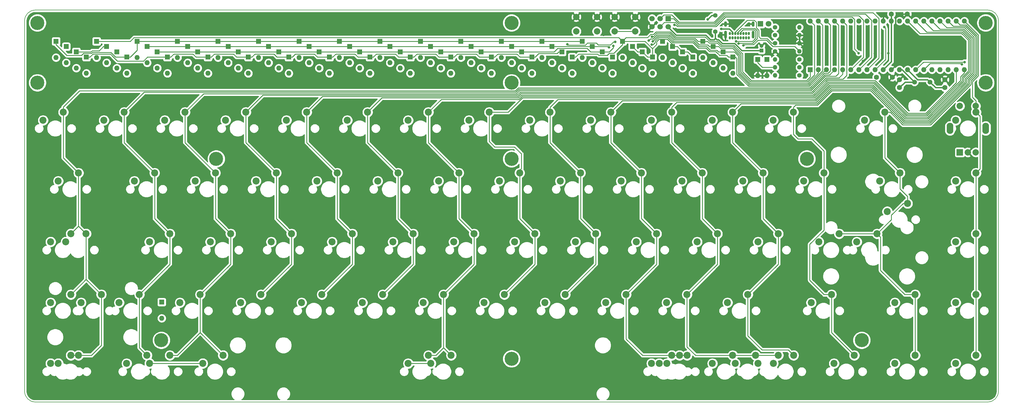
<source format=gbr>
G04 #@! TF.GenerationSoftware,KiCad,Pcbnew,5.1.10-88a1d61d58~90~ubuntu21.04.1*
G04 #@! TF.CreationDate,2021-10-21T10:27:37+02:00*
G04 #@! TF.ProjectId,discipline-pcb,64697363-6970-46c6-996e-652d7063622e,rev?*
G04 #@! TF.SameCoordinates,Original*
G04 #@! TF.FileFunction,Copper,L2,Bot*
G04 #@! TF.FilePolarity,Positive*
%FSLAX46Y46*%
G04 Gerber Fmt 4.6, Leading zero omitted, Abs format (unit mm)*
G04 Created by KiCad (PCBNEW 5.1.10-88a1d61d58~90~ubuntu21.04.1) date 2021-10-21 10:27:37*
%MOMM*%
%LPD*%
G01*
G04 APERTURE LIST*
G04 #@! TA.AperFunction,Profile*
%ADD10C,0.150000*%
G04 #@! TD*
G04 #@! TA.AperFunction,ComponentPad*
%ADD11C,1.600000*%
G04 #@! TD*
G04 #@! TA.AperFunction,ComponentPad*
%ADD12R,1.200000X1.200000*%
G04 #@! TD*
G04 #@! TA.AperFunction,ComponentPad*
%ADD13C,1.200000*%
G04 #@! TD*
G04 #@! TA.AperFunction,ComponentPad*
%ADD14C,2.000000*%
G04 #@! TD*
G04 #@! TA.AperFunction,ComponentPad*
%ADD15O,2.100000X3.500000*%
G04 #@! TD*
G04 #@! TA.AperFunction,ComponentPad*
%ADD16R,2.000000X2.000000*%
G04 #@! TD*
G04 #@! TA.AperFunction,ComponentPad*
%ADD17C,2.200000*%
G04 #@! TD*
G04 #@! TA.AperFunction,ComponentPad*
%ADD18C,4.400000*%
G04 #@! TD*
G04 #@! TA.AperFunction,ComponentPad*
%ADD19O,1.600000X1.600000*%
G04 #@! TD*
G04 #@! TA.AperFunction,ComponentPad*
%ADD20R,1.600000X1.600000*%
G04 #@! TD*
G04 #@! TA.AperFunction,ComponentPad*
%ADD21R,1.700000X1.700000*%
G04 #@! TD*
G04 #@! TA.AperFunction,ComponentPad*
%ADD22C,1.700000*%
G04 #@! TD*
G04 #@! TA.AperFunction,ComponentPad*
%ADD23C,1.500000*%
G04 #@! TD*
G04 #@! TA.AperFunction,ComponentPad*
%ADD24C,1.400000*%
G04 #@! TD*
G04 #@! TA.AperFunction,ComponentPad*
%ADD25O,1.400000X1.400000*%
G04 #@! TD*
G04 #@! TA.AperFunction,ComponentPad*
%ADD26C,1.800000*%
G04 #@! TD*
G04 #@! TA.AperFunction,ComponentPad*
%ADD27R,1.800000X1.800000*%
G04 #@! TD*
G04 #@! TA.AperFunction,ComponentPad*
%ADD28O,0.650000X1.000000*%
G04 #@! TD*
G04 #@! TA.AperFunction,ComponentPad*
%ADD29O,0.900000X2.400000*%
G04 #@! TD*
G04 #@! TA.AperFunction,ComponentPad*
%ADD30O,0.900000X1.700000*%
G04 #@! TD*
G04 #@! TA.AperFunction,ViaPad*
%ADD31C,0.800000*%
G04 #@! TD*
G04 #@! TA.AperFunction,Conductor*
%ADD32C,0.400000*%
G04 #@! TD*
G04 #@! TA.AperFunction,Conductor*
%ADD33C,0.250000*%
G04 #@! TD*
G04 #@! TA.AperFunction,Conductor*
%ADD34C,0.254000*%
G04 #@! TD*
G04 #@! TA.AperFunction,Conductor*
%ADD35C,0.150000*%
G04 #@! TD*
G04 APERTURE END LIST*
D10*
X355353250Y-180502219D02*
X57076441Y-180502219D01*
X358660309Y-61001809D02*
X358660309Y-177195160D01*
X57073441Y-57694750D02*
X355353250Y-57694750D01*
X53766382Y-177198159D02*
X53766382Y-61001809D01*
X355353250Y-57694750D02*
G75*
G02*
X358660309Y-61001809I0J-3307059D01*
G01*
X358660309Y-177195160D02*
G75*
G02*
X355353250Y-180502219I-3307059J0D01*
G01*
X57076441Y-180502218D02*
G75*
G02*
X53766382Y-177198159I-3000J3307059D01*
G01*
X53766382Y-61001809D02*
G75*
G02*
X57073441Y-57694750I3307059J0D01*
G01*
D11*
X325471062Y-78716416D03*
X320471062Y-78716416D03*
X330125530Y-58926178D03*
X325125530Y-58926178D03*
D12*
X284477676Y-70404866D03*
D13*
X284477676Y-68904866D03*
D11*
X327680238Y-79506040D03*
X327680238Y-82006040D03*
X341906112Y-79506040D03*
X341906112Y-82006040D03*
D14*
X351583000Y-87760400D03*
X346583000Y-87760400D03*
D15*
X354683000Y-94760400D03*
X343483000Y-94760400D03*
D14*
X351583000Y-102260400D03*
X349083000Y-102260400D03*
D16*
X346583000Y-102260400D03*
D17*
X275466206Y-165893750D03*
X269116206Y-168433750D03*
X256410884Y-165883620D03*
X250060884Y-168423620D03*
X282604634Y-165883620D03*
X276254634Y-168423620D03*
X258792134Y-165883620D03*
X252442134Y-168423620D03*
D18*
X206215970Y-80451243D03*
X206215970Y-61699530D03*
D17*
X89693750Y-146843750D03*
X83343750Y-149383750D03*
X68262500Y-146843750D03*
X61912500Y-149383750D03*
X308768250Y-127793750D03*
X302418250Y-130333750D03*
X323848250Y-120813750D03*
X330198250Y-118273750D03*
D19*
X96672400Y-154279600D03*
D20*
X96672400Y-149199600D03*
X299753430Y-76389182D03*
D19*
X348013430Y-61149182D03*
X302293430Y-76389182D03*
X345473430Y-61149182D03*
X304833430Y-76389182D03*
X342933430Y-61149182D03*
X307373430Y-76389182D03*
X340393430Y-61149182D03*
X309913430Y-76389182D03*
X337853430Y-61149182D03*
X312453430Y-76389182D03*
X335313430Y-61149182D03*
X314993430Y-76389182D03*
X332773430Y-61149182D03*
X317533430Y-76389182D03*
X330233430Y-61149182D03*
X320073430Y-76389182D03*
X327693430Y-61149182D03*
X322613430Y-76389182D03*
X325153430Y-61149182D03*
X325153430Y-76389182D03*
X322613430Y-61149182D03*
X327693430Y-76389182D03*
X320073430Y-61149182D03*
X330233430Y-76389182D03*
X317533430Y-61149182D03*
X332773430Y-76389182D03*
X314993430Y-61149182D03*
X335313430Y-76389182D03*
X312453430Y-61149182D03*
X337853430Y-76389182D03*
X309913430Y-61149182D03*
X340393430Y-76389182D03*
X307373430Y-61149182D03*
X342933430Y-76389182D03*
X304833430Y-61149182D03*
X345473430Y-76389182D03*
X302293430Y-61149182D03*
X348013430Y-76389182D03*
X299753430Y-61149182D03*
D17*
X283390128Y-168433750D03*
X289740128Y-165893750D03*
X254833936Y-168433750D03*
X261183936Y-165893750D03*
X180207573Y-165901640D03*
X173857573Y-168441640D03*
X92893031Y-168429819D03*
X99243031Y-165889819D03*
X64293700Y-168423620D03*
X70643700Y-165883620D03*
X68262500Y-127783620D03*
X61912500Y-130323620D03*
D21*
X255293830Y-60350870D03*
D22*
X255293830Y-62890870D03*
X252753830Y-60350870D03*
X252753830Y-62890870D03*
X250213830Y-60350870D03*
X250213830Y-62890870D03*
D17*
X323056250Y-89693750D03*
X316706250Y-92233750D03*
X314325250Y-130333750D03*
X320675250Y-127793750D03*
X71437450Y-149383750D03*
X77787450Y-146843750D03*
X68262450Y-165883620D03*
X61912450Y-168423620D03*
X92075050Y-165893750D03*
X85725050Y-168433750D03*
X115887450Y-165883620D03*
X109537450Y-168423620D03*
X73025050Y-127783620D03*
X66675050Y-130323620D03*
X306387250Y-146843750D03*
X300037250Y-149383750D03*
X64293750Y-111283750D03*
X70643750Y-108743750D03*
X321468250Y-111283750D03*
X327818250Y-108743750D03*
X294481250Y-89693750D03*
X288131250Y-92233750D03*
X132556250Y-108743750D03*
X126206250Y-111283750D03*
X65881250Y-89693750D03*
X59531250Y-92233750D03*
X84931250Y-89693750D03*
X78581250Y-92233750D03*
X103981250Y-89693750D03*
X97631250Y-92233750D03*
X123031250Y-89693750D03*
X116681250Y-92233750D03*
X142081250Y-89693750D03*
X135731250Y-92233750D03*
X161131250Y-89693750D03*
X154781250Y-92233750D03*
X180181250Y-89693750D03*
X173831250Y-92233750D03*
X199231250Y-89693750D03*
X192881250Y-92233750D03*
X218281250Y-89693750D03*
X211931250Y-92233750D03*
X237331250Y-89693750D03*
X230981250Y-92233750D03*
X256381250Y-89693750D03*
X250031250Y-92233750D03*
X275431250Y-89693750D03*
X269081250Y-92233750D03*
X351631250Y-89693750D03*
X345281250Y-92233750D03*
X94456250Y-108743750D03*
X88106250Y-111283750D03*
X113506250Y-108743750D03*
X107156250Y-111283750D03*
X151606250Y-108743750D03*
X145256250Y-111283750D03*
X170656250Y-108743750D03*
X164306250Y-111283750D03*
X189706250Y-108743750D03*
X183356250Y-111283750D03*
X208756250Y-108743750D03*
X202406250Y-111283750D03*
X227806250Y-108743750D03*
X221456250Y-111283750D03*
X246856250Y-108743750D03*
X240506250Y-111283750D03*
X265906250Y-108743750D03*
X259556250Y-111283750D03*
X284956250Y-108743750D03*
X278606250Y-111283750D03*
X304006250Y-108743750D03*
X297656250Y-111283750D03*
X351631250Y-108743750D03*
X345281250Y-111283750D03*
X99218750Y-127793750D03*
X92868750Y-130333750D03*
X118268750Y-127793750D03*
X111918750Y-130333750D03*
X137318750Y-127793750D03*
X130968750Y-130333750D03*
X156368250Y-127793750D03*
X150018250Y-130333750D03*
X175418250Y-127793750D03*
X169068250Y-130333750D03*
X194468250Y-127793750D03*
X188118250Y-130333750D03*
X213518250Y-127793750D03*
X207168250Y-130333750D03*
X232568250Y-127793750D03*
X226218250Y-130333750D03*
X251618250Y-127793750D03*
X245268250Y-130333750D03*
X270668250Y-127793750D03*
X264318250Y-130333750D03*
X289718250Y-127793750D03*
X283368250Y-130333750D03*
X351631250Y-127793750D03*
X345281250Y-130333750D03*
X108743750Y-146843750D03*
X102393750Y-149383750D03*
X127793750Y-146843750D03*
X121443750Y-149383750D03*
X146843750Y-146843750D03*
X140493750Y-149383750D03*
X165894250Y-146843750D03*
X159544250Y-149383750D03*
X184944250Y-146843750D03*
X178594250Y-149383750D03*
X203994250Y-146843750D03*
X197644250Y-149383750D03*
X223044250Y-146843750D03*
X216694250Y-149383750D03*
X242094250Y-146843750D03*
X235744250Y-149383750D03*
X261144250Y-146843750D03*
X254794250Y-149383750D03*
X280194250Y-146843750D03*
X273844250Y-149383750D03*
X332581250Y-146843750D03*
X326231250Y-149383750D03*
X351631250Y-146843750D03*
X345281250Y-149383750D03*
X187325250Y-165893750D03*
X180975250Y-168433750D03*
X313531250Y-165893750D03*
X307181250Y-168433750D03*
X332581250Y-165893750D03*
X326231250Y-168433750D03*
X351631250Y-165893750D03*
X345281250Y-168433750D03*
X294521528Y-165883620D03*
X288171528Y-168423620D03*
D23*
X337251644Y-80256240D03*
X332371644Y-80256240D03*
D24*
X296376316Y-75645517D03*
D25*
X288756316Y-75645517D03*
D24*
X296376316Y-73152052D03*
D25*
X288756316Y-73152052D03*
D24*
X296376316Y-78138982D03*
D25*
X288756316Y-78138982D03*
D24*
X288756316Y-70580211D03*
D25*
X296376316Y-70580211D03*
D24*
X288756316Y-68060499D03*
D25*
X296376316Y-68060499D03*
D24*
X288756316Y-65567034D03*
D25*
X296376316Y-65567034D03*
D24*
X288756316Y-63073204D03*
D25*
X296376316Y-63073204D03*
D26*
X286667716Y-61970830D03*
D27*
X284127716Y-61970830D03*
D28*
X278823468Y-66391022D03*
X280523468Y-66391022D03*
X279673468Y-66391022D03*
X277973468Y-66391022D03*
X277123468Y-66391022D03*
X276273468Y-66391022D03*
X275423468Y-66391022D03*
X274573468Y-66391022D03*
X280523468Y-65066022D03*
X279668468Y-65066022D03*
X278818468Y-65066022D03*
X277968468Y-65066022D03*
X277118468Y-65066022D03*
X276268468Y-65066022D03*
X275418468Y-65066022D03*
X274568468Y-65066022D03*
D29*
X281873468Y-65411022D03*
X273223468Y-65411022D03*
D30*
X281873468Y-62031022D03*
X273223468Y-62031022D03*
D24*
X270047614Y-59350838D03*
X270047614Y-64450838D03*
D14*
X244985732Y-59836074D03*
X244985732Y-64336074D03*
X238485732Y-59836074D03*
X238485732Y-64336074D03*
X232985732Y-59836074D03*
X232985732Y-64336074D03*
X226485732Y-59836074D03*
X226485732Y-64336074D03*
D19*
X63600284Y-72555612D03*
D20*
X63600284Y-67475612D03*
D19*
X73108673Y-77516199D03*
D20*
X73108673Y-72436199D03*
D19*
X85786525Y-77516199D03*
D20*
X85786525Y-72436199D03*
D19*
X88955988Y-72555612D03*
D20*
X88955988Y-67475612D03*
D19*
X101633840Y-72555612D03*
D20*
X101633840Y-67475612D03*
D19*
X114311692Y-72555612D03*
D20*
X114311692Y-67475612D03*
D19*
X126989544Y-72555612D03*
D20*
X126989544Y-67475612D03*
D19*
X139667396Y-72555612D03*
D20*
X139667396Y-67475612D03*
D19*
X152345248Y-72555612D03*
D20*
X152345248Y-67475612D03*
D19*
X165023100Y-72555612D03*
D20*
X165023100Y-67475612D03*
D19*
X177700952Y-72555612D03*
D20*
X177700952Y-67475612D03*
D19*
X190378804Y-72555612D03*
D20*
X190378804Y-67475612D03*
D19*
X203056656Y-72555612D03*
D20*
X203056656Y-67475612D03*
D19*
X215734508Y-72555612D03*
D20*
X215734508Y-67475612D03*
D19*
X228342376Y-72555612D03*
D20*
X228342376Y-67475612D03*
D19*
X275541929Y-77516199D03*
D20*
X275541929Y-72436199D03*
D19*
X66769747Y-74209141D03*
D20*
X66769747Y-69129141D03*
D19*
X82617062Y-75862670D03*
D20*
X82617062Y-70782670D03*
D19*
X92125451Y-74209141D03*
D20*
X92125451Y-69129141D03*
D19*
X104803303Y-74209141D03*
D20*
X104803303Y-69129141D03*
D19*
X117481155Y-74209141D03*
D20*
X117481155Y-69129141D03*
D19*
X130159007Y-74209141D03*
D20*
X130159007Y-69129141D03*
D19*
X142836859Y-74209141D03*
D20*
X142836859Y-69129141D03*
D19*
X155514711Y-74209141D03*
D20*
X155514711Y-69129141D03*
D19*
X168192563Y-74209141D03*
D20*
X168192563Y-69129141D03*
D19*
X180870415Y-74209141D03*
D20*
X180870415Y-69129141D03*
D19*
X193548267Y-74209141D03*
D20*
X193548267Y-69129141D03*
D19*
X206226119Y-74209141D03*
D20*
X206226119Y-69129141D03*
D19*
X218886475Y-74209141D03*
D20*
X218886475Y-69129141D03*
D19*
X231493149Y-74209141D03*
D20*
X231493149Y-69129141D03*
D19*
X272453205Y-75862670D03*
D20*
X272453205Y-70782670D03*
D19*
X69939210Y-75862670D03*
D20*
X69939210Y-70782670D03*
D19*
X79447599Y-74209141D03*
D20*
X79447599Y-69129141D03*
D19*
X95294914Y-75862670D03*
D20*
X95294914Y-70782670D03*
D19*
X107972766Y-75862670D03*
D20*
X107972766Y-70782670D03*
D19*
X120650618Y-75862670D03*
D20*
X120650618Y-70782670D03*
D19*
X133328470Y-75862670D03*
D20*
X133328470Y-70782670D03*
D19*
X146006322Y-75862670D03*
D20*
X146006322Y-70782670D03*
D19*
X158684174Y-75862670D03*
D20*
X158684174Y-70782670D03*
D19*
X171362026Y-75862670D03*
D20*
X171362026Y-70782670D03*
D19*
X184039878Y-75862670D03*
D20*
X184039878Y-70782670D03*
D19*
X196717730Y-75862670D03*
D20*
X196717730Y-70782670D03*
D19*
X209395582Y-75862670D03*
D20*
X209395582Y-70782670D03*
D19*
X234643922Y-75862670D03*
D20*
X234643922Y-70782670D03*
D19*
X269364481Y-74209141D03*
D20*
X269364481Y-69129141D03*
D19*
X98464377Y-77516199D03*
D20*
X98464377Y-72436199D03*
D19*
X111142229Y-77516199D03*
D20*
X111142229Y-72436199D03*
D19*
X123820081Y-77516199D03*
D20*
X123820081Y-72436199D03*
D19*
X136497933Y-77516199D03*
D20*
X136497933Y-72436199D03*
D19*
X149175785Y-77516199D03*
D20*
X149175785Y-72436199D03*
D19*
X161853637Y-77516199D03*
D20*
X161853637Y-72436199D03*
D19*
X174531489Y-77516199D03*
D20*
X174531489Y-72436199D03*
D19*
X187209341Y-77516199D03*
D20*
X187209341Y-72436199D03*
D19*
X199887193Y-77516199D03*
D20*
X199887193Y-72436199D03*
D19*
X212565045Y-77516199D03*
D20*
X212565045Y-72436199D03*
D19*
X222038442Y-75862670D03*
D20*
X222038442Y-70782670D03*
D19*
X237794695Y-77516199D03*
D20*
X237794695Y-72436199D03*
D19*
X266089606Y-72555612D03*
D20*
X266089606Y-67475612D03*
D19*
X259788058Y-75862670D03*
D20*
X259788058Y-70782670D03*
D19*
X76278136Y-72555612D03*
D20*
X76278136Y-67475612D03*
D19*
X256637284Y-74209141D03*
D20*
X256637284Y-69129141D03*
D19*
X253486511Y-72555612D03*
D20*
X253486511Y-67475612D03*
D19*
X250335738Y-77516199D03*
D20*
X250335738Y-72436199D03*
D19*
X225190409Y-77516199D03*
D20*
X225190409Y-72436199D03*
D19*
X244096241Y-74209141D03*
D20*
X244096241Y-69129141D03*
D19*
X240945468Y-72555612D03*
D20*
X240945468Y-67475612D03*
D19*
X262938832Y-77516199D03*
D20*
X262938832Y-72436199D03*
D19*
X247184965Y-75862670D03*
D20*
X247184965Y-70782670D03*
D19*
X286174982Y-78242196D03*
D20*
X286174982Y-73162196D03*
D19*
X283305310Y-78242196D03*
D20*
X283305310Y-73162196D03*
D18*
X206213345Y-166958110D03*
X206213345Y-104302994D03*
X298671968Y-104302994D03*
X113754723Y-104302994D03*
X315860803Y-161146960D03*
X96565888Y-161146960D03*
X354660721Y-80451243D03*
X354660721Y-61699530D03*
X57765970Y-61699530D03*
X57765970Y-80451243D03*
D31*
X302260000Y-102362000D03*
X317286426Y-147658536D03*
X127275644Y-177842586D03*
X254608590Y-121534022D03*
X275168740Y-121971472D03*
X104895702Y-124176220D03*
X324443108Y-92679820D03*
X316988960Y-87990356D03*
X333332092Y-169513538D03*
X283427796Y-173083130D03*
X289709578Y-173223114D03*
X276603576Y-172995640D03*
X249954122Y-173205616D03*
X303515500Y-88952746D03*
X57598608Y-86468030D03*
X298598562Y-78348958D03*
X276813552Y-62031022D03*
X249271700Y-70439862D03*
X235045826Y-65487928D03*
X316289040Y-78243970D03*
X212438410Y-178122554D03*
X263037486Y-64331925D03*
X262851900Y-60325000D03*
X286239392Y-65381785D03*
X317630206Y-71261001D03*
X316265388Y-73704406D03*
X317630206Y-66116687D03*
X319939898Y-71261001D03*
X322249800Y-71221600D03*
X315075545Y-66116687D03*
X312520886Y-66116687D03*
X309966227Y-66116687D03*
X307411568Y-66116687D03*
X304856909Y-66116687D03*
X302302250Y-66116687D03*
X326085200Y-117500400D03*
X279527000Y-167132000D03*
X324205600Y-71234300D03*
X271849908Y-63633140D03*
X267650388Y-60605986D03*
X250080466Y-68467729D03*
X250461158Y-67472794D03*
X236725634Y-69327582D03*
X238072980Y-68935034D03*
X249202787Y-67247085D03*
X250199094Y-66012868D03*
X238720406Y-67640182D03*
X223724620Y-68392596D03*
X278825616Y-68797705D03*
X322885786Y-63003212D03*
X276534836Y-67473316D03*
X277266951Y-68198326D03*
X314871702Y-71192276D03*
X257249287Y-62351160D03*
X348081600Y-73990200D03*
X347229940Y-74715200D03*
D32*
X325953429Y-75589183D02*
X325153430Y-76389182D01*
X326493429Y-75049183D02*
X325953429Y-75589183D01*
X326493429Y-60058279D02*
X326493429Y-75049183D01*
X330125530Y-58926178D02*
X327625530Y-58926178D01*
X327625530Y-58926178D02*
X326493429Y-60058279D01*
X297076315Y-68760498D02*
X296376316Y-68060499D01*
X297476317Y-69160500D02*
X297076315Y-68760498D01*
X297476317Y-71108212D02*
X297476317Y-69160500D01*
X296904317Y-71680212D02*
X297476317Y-71108212D01*
X289856317Y-71680212D02*
X296904317Y-71680212D01*
X288756316Y-70580211D02*
X289856317Y-71680212D01*
X296376316Y-68060499D02*
X296376316Y-65567034D01*
X317577713Y-71261001D02*
X317577713Y-72392081D01*
X317577713Y-72392081D02*
X316265388Y-73704406D01*
X275418468Y-65066022D02*
X275418468Y-64606403D01*
X275418468Y-64606403D02*
X274445205Y-63633140D01*
X268905536Y-59350838D02*
X267650388Y-60605986D01*
X270047614Y-59350838D02*
X268905536Y-59350838D01*
X274445205Y-63633140D02*
X271849908Y-63633140D01*
D33*
X276307675Y-72436199D02*
X276726062Y-72854586D01*
X275541929Y-72436199D02*
X276307675Y-72436199D01*
X276726062Y-72854586D02*
X276726062Y-77824018D01*
X276726062Y-77824018D02*
X280470634Y-81568590D01*
X299420968Y-81568590D02*
X298773542Y-81568590D01*
X304600376Y-76389182D02*
X299420968Y-81568590D01*
X280470634Y-81568590D02*
X298773542Y-81568590D01*
X66982343Y-71907671D02*
X71529039Y-71907671D01*
X63600284Y-67475612D02*
X63600284Y-68525612D01*
X71529039Y-71907671D02*
X72204029Y-71232681D01*
X82208844Y-72436199D02*
X84736525Y-72436199D01*
X72204029Y-71232681D02*
X74725780Y-71232681D01*
X84736525Y-72436199D02*
X85786525Y-72436199D01*
X74725780Y-71232681D02*
X74977861Y-70980600D01*
X81530933Y-71740791D02*
X81530933Y-71758288D01*
X74977861Y-70980600D02*
X80770743Y-70980600D01*
X81530933Y-71758288D02*
X82208844Y-72436199D01*
X63600284Y-68525612D02*
X66982343Y-71907671D01*
X80770743Y-70980600D02*
X81530933Y-71740791D01*
X88955988Y-68525612D02*
X88955988Y-67475612D01*
X88955988Y-70316736D02*
X88955988Y-68525612D01*
X86836525Y-72436199D02*
X88955988Y-70316736D01*
X85786525Y-72436199D02*
X86836525Y-72436199D01*
X88955988Y-67475612D02*
X101633840Y-67475612D01*
X102683840Y-67475612D02*
X114311692Y-67475612D01*
X101633840Y-67475612D02*
X102683840Y-67475612D01*
X115361692Y-67475612D02*
X126989544Y-67475612D01*
X114311692Y-67475612D02*
X115361692Y-67475612D01*
X128039544Y-67475612D02*
X139667396Y-67475612D01*
X126989544Y-67475612D02*
X128039544Y-67475612D01*
X140717396Y-67475612D02*
X152345248Y-67475612D01*
X139667396Y-67475612D02*
X140717396Y-67475612D01*
X153395248Y-67475612D02*
X165023100Y-67475612D01*
X152345248Y-67475612D02*
X153395248Y-67475612D01*
X166073100Y-67475612D02*
X177700952Y-67475612D01*
X165023100Y-67475612D02*
X166073100Y-67475612D01*
X178750952Y-67475612D02*
X190378804Y-67475612D01*
X177700952Y-67475612D02*
X178750952Y-67475612D01*
X191428804Y-67475612D02*
X203056656Y-67475612D01*
X190378804Y-67475612D02*
X191428804Y-67475612D01*
X204106656Y-67475612D02*
X215734508Y-67475612D01*
X203056656Y-67475612D02*
X204106656Y-67475612D01*
X216784508Y-67475612D02*
X228342376Y-67475612D01*
X215734508Y-67475612D02*
X216784508Y-67475612D01*
X250541163Y-68467729D02*
X250080466Y-68467729D01*
X251186566Y-67822326D02*
X250541163Y-68467729D01*
X251186566Y-67383796D02*
X251186566Y-67822326D01*
X252225032Y-66345330D02*
X251186566Y-67383796D01*
X255232035Y-66345330D02*
X252225032Y-66345330D01*
X256801918Y-67915213D02*
X255232035Y-66345330D01*
X263071383Y-67915213D02*
X256801918Y-67915213D01*
X275541929Y-72436199D02*
X274137923Y-72436199D01*
X274137923Y-72436199D02*
X273611418Y-71909694D01*
X273611418Y-71909694D02*
X271395227Y-71909694D01*
X271395227Y-71909694D02*
X270730303Y-71244770D01*
X270730303Y-71244770D02*
X270724248Y-71244770D01*
X270724248Y-71244770D02*
X270216806Y-70737328D01*
X270216806Y-70737328D02*
X268257030Y-70737328D01*
X267138460Y-69618758D02*
X264774928Y-69618758D01*
X268257030Y-70737328D02*
X267138460Y-69618758D01*
X264774928Y-69618758D02*
X263071383Y-67915213D01*
X66854850Y-68567797D02*
X66854850Y-68725276D01*
X93175451Y-69129141D02*
X104803303Y-69129141D01*
X92125451Y-69129141D02*
X93175451Y-69129141D01*
X104803303Y-69129141D02*
X117481155Y-69129141D01*
X118531155Y-69129141D02*
X130159007Y-69129141D01*
X117481155Y-69129141D02*
X118531155Y-69129141D01*
X131209007Y-69129141D02*
X142836859Y-69129141D01*
X130159007Y-69129141D02*
X131209007Y-69129141D01*
X143886859Y-69129141D02*
X155514711Y-69129141D01*
X142836859Y-69129141D02*
X143886859Y-69129141D01*
X156564711Y-69129141D02*
X168192563Y-69129141D01*
X155514711Y-69129141D02*
X156564711Y-69129141D01*
X169242563Y-69129141D02*
X180870415Y-69129141D01*
X168192563Y-69129141D02*
X169242563Y-69129141D01*
X181920415Y-69129141D02*
X193548267Y-69129141D01*
X180870415Y-69129141D02*
X181920415Y-69129141D01*
X194598267Y-69129141D02*
X206226119Y-69129141D01*
X193548267Y-69129141D02*
X194598267Y-69129141D01*
X207276119Y-69129141D02*
X218886475Y-69129141D01*
X206226119Y-69129141D02*
X207276119Y-69129141D01*
X219936475Y-69129141D02*
X231493149Y-69129141D01*
X218886475Y-69129141D02*
X219936475Y-69129141D01*
X231493149Y-69129141D02*
X236527193Y-69129141D01*
X236527193Y-69129141D02*
X236725634Y-69327582D01*
X250861157Y-67072795D02*
X250461158Y-67472794D01*
X255413498Y-65890382D02*
X252043570Y-65890382D01*
X263257783Y-67465202D02*
X256988318Y-67465202D01*
X272453205Y-70782670D02*
X271014562Y-70782670D01*
X271014562Y-70782670D02*
X270514272Y-70282380D01*
X256988318Y-67465202D02*
X255413498Y-65890382D01*
X270514272Y-70282380D02*
X268449508Y-70282380D01*
X268449508Y-70282380D02*
X267259644Y-69092516D01*
X252043570Y-65890382D02*
X250861157Y-67072795D01*
X267259644Y-69092516D02*
X264885097Y-69092516D01*
X264885097Y-69092516D02*
X263257783Y-67465202D01*
X303585492Y-62441244D02*
X302293430Y-61149182D01*
X276015581Y-70782670D02*
X277181010Y-71948099D01*
X272453205Y-70782670D02*
X276015581Y-70782670D01*
X303585492Y-76756640D02*
X303585492Y-62441244D01*
X277181010Y-77631540D02*
X280663112Y-81113642D01*
X277181010Y-71948099D02*
X277181010Y-77631540D01*
X280663112Y-81113642D02*
X299228490Y-81113642D01*
X299228490Y-81113642D02*
X303585492Y-76756640D01*
X269971834Y-68777769D02*
X269079436Y-68777769D01*
X269079436Y-68777769D02*
X269516669Y-68777769D01*
X295501416Y-80658694D02*
X295676396Y-80658694D01*
X297828650Y-80658694D02*
X299036012Y-80658694D01*
X295501416Y-80658694D02*
X297828650Y-80658694D01*
X297828650Y-80658694D02*
X298143614Y-80658694D01*
X302293430Y-77401276D02*
X302293430Y-77386568D01*
X299036012Y-80658694D02*
X302293430Y-77401276D01*
X302293430Y-76389182D02*
X302293430Y-77386568D01*
X77112000Y-70414740D02*
X74898788Y-70414740D01*
X70989210Y-70782670D02*
X69939210Y-70782670D01*
X74898788Y-70414740D02*
X74530858Y-70782670D01*
X74530858Y-70782670D02*
X70989210Y-70782670D01*
X78397599Y-69129141D02*
X77112000Y-70414740D01*
X79447599Y-69129141D02*
X78397599Y-69129141D01*
X96344914Y-70782670D02*
X107972766Y-70782670D01*
X95294914Y-70782670D02*
X96344914Y-70782670D01*
X109022766Y-70782670D02*
X120650618Y-70782670D01*
X107972766Y-70782670D02*
X109022766Y-70782670D01*
X121700618Y-70782670D02*
X133328470Y-70782670D01*
X120650618Y-70782670D02*
X121700618Y-70782670D01*
X134378470Y-70782670D02*
X146006322Y-70782670D01*
X133328470Y-70782670D02*
X134378470Y-70782670D01*
X147056322Y-70782670D02*
X158684174Y-70782670D01*
X146006322Y-70782670D02*
X147056322Y-70782670D01*
X159734174Y-70782670D02*
X171362026Y-70782670D01*
X158684174Y-70782670D02*
X159734174Y-70782670D01*
X172412026Y-70782670D02*
X184039878Y-70782670D01*
X171362026Y-70782670D02*
X172412026Y-70782670D01*
X185089878Y-70782670D02*
X196717730Y-70782670D01*
X184039878Y-70782670D02*
X185089878Y-70782670D01*
X197767730Y-70782670D02*
X209395582Y-70782670D01*
X196717730Y-70782670D02*
X197767730Y-70782670D01*
X209395582Y-70782670D02*
X219549750Y-70782670D01*
X233593922Y-70782670D02*
X234643922Y-70782670D01*
X230961676Y-70782670D02*
X233593922Y-70782670D01*
X229836675Y-69657669D02*
X230961676Y-70782670D01*
X220674751Y-69657669D02*
X229836675Y-69657669D01*
X219549750Y-70782670D02*
X220674751Y-69657669D01*
X238072980Y-69500719D02*
X236791029Y-70782670D01*
X238072980Y-68935034D02*
X238072980Y-69500719D01*
X235693922Y-70782670D02*
X234643922Y-70782670D01*
X236791029Y-70782670D02*
X235693922Y-70782670D01*
X249707774Y-66742098D02*
X249602786Y-66847086D01*
X249602786Y-66847086D02*
X249202787Y-67247085D01*
X250537242Y-66742098D02*
X249707774Y-66742098D01*
X251843906Y-65435434D02*
X250537242Y-66742098D01*
X255605976Y-65435434D02*
X251843906Y-65435434D01*
X257180796Y-67010254D02*
X255605976Y-65435434D01*
X268117046Y-69129141D02*
X268117046Y-69127512D01*
X269364481Y-69129141D02*
X268117046Y-69129141D01*
X268117046Y-69127512D02*
X267609604Y-68620070D01*
X267609604Y-68620070D02*
X265049062Y-68620070D01*
X265049062Y-68620070D02*
X263439246Y-67010254D01*
X263439246Y-67010254D02*
X257180796Y-67010254D01*
X271651642Y-69652452D02*
X275521774Y-69652452D01*
X277635958Y-77439062D02*
X280855590Y-80658694D01*
X277635958Y-71766636D02*
X277635958Y-77439062D01*
X280855590Y-80658694D02*
X295501416Y-80658694D01*
X275521774Y-69652452D02*
X277635958Y-71766636D01*
X271128331Y-69129141D02*
X271651642Y-69652452D01*
X269364481Y-69129141D02*
X271128331Y-69129141D01*
X295238946Y-80203746D02*
X295483918Y-80203746D01*
X97414377Y-72436199D02*
X98464377Y-72436199D01*
X90988977Y-73680613D02*
X92233391Y-72436199D01*
X82816848Y-73680613D02*
X90988977Y-73680613D01*
X73108673Y-72436199D02*
X74158673Y-72436199D01*
X92233391Y-72436199D02*
X97414377Y-72436199D01*
X74158673Y-72436199D02*
X75164261Y-71430611D01*
X75164261Y-71430611D02*
X80584345Y-71430611D01*
X80584345Y-71430611D02*
X81080923Y-71927189D01*
X81080923Y-71927189D02*
X81080924Y-71944689D01*
X81080924Y-71944689D02*
X82816848Y-73680613D01*
X110092229Y-72436199D02*
X111142229Y-72436199D01*
X107441293Y-72436199D02*
X110092229Y-72436199D01*
X106435705Y-71430611D02*
X107441293Y-72436199D01*
X100519965Y-71430611D02*
X106435705Y-71430611D01*
X99514377Y-72436199D02*
X100519965Y-71430611D01*
X98464377Y-72436199D02*
X99514377Y-72436199D01*
X122770081Y-72436199D02*
X123820081Y-72436199D01*
X120119145Y-72436199D02*
X122770081Y-72436199D01*
X119113557Y-71430611D02*
X120119145Y-72436199D01*
X113197817Y-71430611D02*
X119113557Y-71430611D01*
X112192229Y-72436199D02*
X113197817Y-71430611D01*
X111142229Y-72436199D02*
X112192229Y-72436199D01*
X135447933Y-72436199D02*
X136497933Y-72436199D01*
X132796997Y-72436199D02*
X135447933Y-72436199D01*
X131791409Y-71430611D02*
X132796997Y-72436199D01*
X125875669Y-71430611D02*
X131791409Y-71430611D01*
X124870081Y-72436199D02*
X125875669Y-71430611D01*
X123820081Y-72436199D02*
X124870081Y-72436199D01*
X148125785Y-72436199D02*
X149175785Y-72436199D01*
X145474849Y-72436199D02*
X148125785Y-72436199D01*
X144469261Y-71430611D02*
X145474849Y-72436199D01*
X138553521Y-71430611D02*
X144469261Y-71430611D01*
X137547933Y-72436199D02*
X138553521Y-71430611D01*
X136497933Y-72436199D02*
X137547933Y-72436199D01*
X160803637Y-72436199D02*
X161853637Y-72436199D01*
X158152701Y-72436199D02*
X160803637Y-72436199D01*
X157147113Y-71430611D02*
X158152701Y-72436199D01*
X151231373Y-71430611D02*
X157147113Y-71430611D01*
X150225785Y-72436199D02*
X151231373Y-71430611D01*
X149175785Y-72436199D02*
X150225785Y-72436199D01*
X173481489Y-72436199D02*
X174531489Y-72436199D01*
X170830553Y-72436199D02*
X173481489Y-72436199D01*
X169824965Y-71430611D02*
X170830553Y-72436199D01*
X163909225Y-71430611D02*
X169824965Y-71430611D01*
X162903637Y-72436199D02*
X163909225Y-71430611D01*
X161853637Y-72436199D02*
X162903637Y-72436199D01*
X186159341Y-72436199D02*
X187209341Y-72436199D01*
X183508405Y-72436199D02*
X186159341Y-72436199D01*
X182502817Y-71430611D02*
X183508405Y-72436199D01*
X176587077Y-71430611D02*
X182502817Y-71430611D01*
X175581489Y-72436199D02*
X176587077Y-71430611D01*
X174531489Y-72436199D02*
X175581489Y-72436199D01*
X198837193Y-72436199D02*
X199887193Y-72436199D01*
X196186257Y-72436199D02*
X198837193Y-72436199D01*
X195180669Y-71430611D02*
X196186257Y-72436199D01*
X189264929Y-71430611D02*
X195180669Y-71430611D01*
X188259341Y-72436199D02*
X189264929Y-71430611D01*
X187209341Y-72436199D02*
X188259341Y-72436199D01*
X211515045Y-72436199D02*
X212565045Y-72436199D01*
X208864109Y-72436199D02*
X211515045Y-72436199D01*
X207858521Y-71430611D02*
X208864109Y-72436199D01*
X201942781Y-71430611D02*
X207858521Y-71430611D01*
X200937193Y-72436199D02*
X201942781Y-71430611D01*
X199887193Y-72436199D02*
X200937193Y-72436199D01*
X220988442Y-70782670D02*
X222038442Y-70782670D01*
X220459914Y-71311198D02*
X220988442Y-70782670D01*
X214740046Y-71311198D02*
X220459914Y-71311198D01*
X213615045Y-72436199D02*
X214740046Y-71311198D01*
X212565045Y-72436199D02*
X213615045Y-72436199D01*
X264557864Y-67475612D02*
X266089606Y-67475612D01*
X250619046Y-66012868D02*
X251651428Y-64980486D01*
X251651428Y-64980486D02*
X255798454Y-64980486D01*
X255798454Y-64980486D02*
X257373274Y-66555306D01*
X257373274Y-66555306D02*
X263637558Y-66555306D01*
X250199094Y-66012868D02*
X250619046Y-66012868D01*
X263637558Y-66555306D02*
X264557864Y-67475612D01*
X238720406Y-67640182D02*
X238154721Y-67640182D01*
X238154721Y-67640182D02*
X237192331Y-68602572D01*
X237192331Y-68602572D02*
X233331022Y-68602572D01*
X229998850Y-68004140D02*
X229347924Y-68655066D01*
X233331022Y-68602572D02*
X232732590Y-68004140D01*
X232732590Y-68004140D02*
X229998850Y-68004140D01*
X229347924Y-68655066D02*
X223987090Y-68655066D01*
X223987090Y-68655066D02*
X223724620Y-68392596D01*
X278090906Y-71585173D02*
X278090906Y-77246584D01*
X281048068Y-80203746D02*
X295238946Y-80203746D01*
X278090906Y-77246584D02*
X281048068Y-80203746D01*
X275703237Y-69197504D02*
X278090906Y-71585173D01*
X271844120Y-69197504D02*
X275703237Y-69197504D01*
X270619260Y-67972644D02*
X271844120Y-69197504D01*
X268099548Y-67972644D02*
X270619260Y-67972644D01*
X267602516Y-67475612D02*
X268099548Y-67972644D01*
X266089606Y-67475612D02*
X267602516Y-67475612D01*
X301048282Y-62444034D02*
X299753430Y-61149182D01*
X301048282Y-77998998D02*
X301048282Y-62444034D01*
X298843534Y-80203746D02*
X301048282Y-77998998D01*
X295238946Y-80203746D02*
X298843534Y-80203746D01*
X249285738Y-72436199D02*
X250335738Y-72436199D01*
X268484504Y-67517696D02*
X268904456Y-67517696D01*
X240945468Y-67475612D02*
X240949740Y-67475612D01*
X225190409Y-72436199D02*
X226240409Y-72436199D01*
X226240409Y-72436199D02*
X227245997Y-71430611D01*
X227245997Y-71430611D02*
X233106861Y-71430611D01*
X238238399Y-71232681D02*
X240945468Y-68525612D01*
X240945468Y-68525612D02*
X240945468Y-67475612D01*
X236813211Y-71232681D02*
X238238399Y-71232681D01*
X233583921Y-71907671D02*
X236138221Y-71907671D01*
X236138221Y-71907671D02*
X236813211Y-71232681D01*
X233106861Y-71430611D02*
X233583921Y-71907671D01*
X86844854Y-67475612D02*
X87992634Y-66327832D01*
X76278136Y-67475612D02*
X86844854Y-67475612D01*
X240945468Y-67475612D02*
X240935564Y-67475612D01*
X239787784Y-66327832D02*
X239525314Y-66327832D01*
X240935564Y-67475612D02*
X239787784Y-66327832D01*
X87992634Y-66327832D02*
X239525314Y-66327832D01*
X247184965Y-70782670D02*
X247184965Y-70785349D01*
X248835815Y-72436199D02*
X249285738Y-72436199D01*
X247184965Y-70785349D02*
X248835815Y-72436199D01*
X246134965Y-70782670D02*
X247184965Y-70782670D01*
X245747450Y-70782670D02*
X246134965Y-70782670D01*
X244096241Y-69131461D02*
X245747450Y-70782670D01*
X244096241Y-69129141D02*
X244096241Y-69131461D01*
X236813211Y-71232681D02*
X236982695Y-71232681D01*
X240945468Y-67444888D02*
X240945468Y-67475612D01*
X242062524Y-66327832D02*
X240945468Y-67444888D01*
X248786184Y-66327832D02*
X242062524Y-66327832D01*
X249836064Y-65277952D02*
X248786184Y-66327832D01*
X268904456Y-67517696D02*
X268316692Y-67517696D01*
X268316692Y-67517696D02*
X266899354Y-66100358D01*
X250706536Y-65277952D02*
X249836064Y-65277952D01*
X266899354Y-66100358D02*
X257565752Y-66100358D01*
X257565752Y-66100358D02*
X255990932Y-64525538D01*
X255990932Y-64525538D02*
X251458950Y-64525538D01*
X251458950Y-64525538D02*
X250706536Y-65277952D01*
X298651056Y-79748798D02*
X281240546Y-79748798D01*
X270811738Y-67517696D02*
X268904456Y-67517696D01*
X272036598Y-68742556D02*
X270811738Y-67517696D01*
X275884700Y-68742556D02*
X272036598Y-68742556D01*
X278545854Y-71403710D02*
X275884700Y-68742556D01*
X278545854Y-77054106D02*
X278545854Y-71403710D01*
X281240546Y-79748798D02*
X278545854Y-77054106D01*
X299753430Y-78646424D02*
X298651056Y-79748798D01*
X299753430Y-76389182D02*
X299753430Y-78646424D01*
X250335738Y-72436199D02*
X250335738Y-70316127D01*
X243492712Y-67475612D02*
X240945468Y-67475612D01*
X248018914Y-67475612D02*
X243492712Y-67475612D01*
X250335738Y-69792436D02*
X248018914Y-67475612D01*
X250335738Y-70316127D02*
X250335738Y-69792436D01*
X254166783Y-66795340D02*
X253486511Y-67475612D01*
X255002301Y-66795340D02*
X254166783Y-66795340D01*
X256637284Y-69129141D02*
X256637284Y-68430323D01*
X256637284Y-68430323D02*
X255002301Y-66795340D01*
X252806239Y-66795340D02*
X253486511Y-67475612D01*
X252411432Y-66795340D02*
X252806239Y-66795340D01*
X251636576Y-67570196D02*
X252411432Y-66795340D01*
X251636576Y-68436308D02*
X251636576Y-67570196D01*
X250335738Y-70316127D02*
X250335738Y-69737146D01*
X250335738Y-69737146D02*
X251636576Y-68436308D01*
X259788058Y-70782670D02*
X259777026Y-70782670D01*
X258123497Y-69129141D02*
X256637284Y-69129141D01*
X259777026Y-70782670D02*
X258123497Y-69129141D01*
X262938832Y-72436199D02*
X262938832Y-72369686D01*
X261351816Y-70782670D02*
X259788058Y-70782670D01*
X262938832Y-72369686D02*
X261351816Y-70782670D01*
X92896962Y-168433750D02*
X92893031Y-168429819D01*
X109537450Y-168433750D02*
X92896962Y-168433750D01*
X173865463Y-168433750D02*
X173857573Y-168441640D01*
X180975250Y-168433750D02*
X173865463Y-168433750D01*
X65881250Y-103981250D02*
X70643750Y-108743750D01*
X65881250Y-89693750D02*
X65881250Y-103981250D01*
X70643750Y-125412450D02*
X73025050Y-127793750D01*
X70643750Y-108743750D02*
X70643750Y-125412450D01*
X73025050Y-142081350D02*
X77787450Y-146843750D01*
X73025050Y-127793750D02*
X73025050Y-142081350D01*
X68266381Y-165889819D02*
X68262450Y-165893750D01*
X70643700Y-165889819D02*
X68266381Y-165889819D01*
X77787450Y-156178614D02*
X77787450Y-162778676D01*
X77787450Y-146843750D02*
X77787450Y-156178614D01*
X77787450Y-156178614D02*
X77787450Y-156368750D01*
X74676307Y-165889819D02*
X70643700Y-165889819D01*
X77787450Y-162778676D02*
X74676307Y-165889819D01*
X69376298Y-126679902D02*
X70643750Y-125412450D01*
X69372160Y-126679902D02*
X69376298Y-126679902D01*
X68272161Y-127779901D02*
X69372160Y-126679902D01*
X68262500Y-146843750D02*
X68294250Y-146843750D01*
X73025050Y-142112950D02*
X73025050Y-142081350D01*
X68294250Y-146843750D02*
X73025050Y-142112950D01*
X65881250Y-88042750D02*
X65881250Y-89693750D01*
X70947756Y-82976244D02*
X65881250Y-88042750D01*
X208380677Y-82023538D02*
X207427971Y-82976244D01*
X299613446Y-82023538D02*
X208380677Y-82023538D01*
X306105204Y-62420956D02*
X306105204Y-76721644D01*
X304833430Y-61149182D02*
X306105204Y-62420956D01*
X306105204Y-76721644D02*
X305312665Y-77514183D01*
X305312665Y-77514183D02*
X304122801Y-77514183D01*
X304122801Y-77514183D02*
X299613446Y-82023538D01*
X207427971Y-82976244D02*
X70947756Y-82976244D01*
X84931250Y-99218750D02*
X94456250Y-108743750D01*
X84931250Y-89693750D02*
X84931250Y-99218750D01*
X94456250Y-123031250D02*
X99218750Y-127793750D01*
X94456250Y-108743750D02*
X94456250Y-123031250D01*
X99218750Y-137318750D02*
X89693750Y-146843750D01*
X99218750Y-127793750D02*
X99218750Y-137318750D01*
X89693750Y-163512450D02*
X92075050Y-165893750D01*
X89693750Y-146843750D02*
X89693750Y-163512450D01*
X305798418Y-77964194D02*
X304309200Y-77964194D01*
X208562139Y-82478486D02*
X207614371Y-83426255D01*
X86031249Y-88593751D02*
X84931250Y-89693750D01*
X307373430Y-76389182D02*
X305798418Y-77964194D01*
X207614371Y-83426255D02*
X91198745Y-83426255D01*
X91198745Y-83426255D02*
X86031249Y-88593751D01*
X299794908Y-82478486D02*
X208562139Y-82478486D01*
X304309200Y-77964194D02*
X299794908Y-82478486D01*
X103981250Y-99218750D02*
X113506250Y-108743750D01*
X103981250Y-89693750D02*
X103981250Y-99218750D01*
X113506250Y-123031250D02*
X118268750Y-127793750D01*
X113506250Y-108743750D02*
X113506250Y-123031250D01*
X118268750Y-137318750D02*
X108743750Y-146843750D01*
X118268750Y-127793750D02*
X118268750Y-137318750D01*
X108743750Y-158750050D02*
X115887450Y-165893750D01*
X108743750Y-146843750D02*
X108743750Y-158750050D01*
X108743750Y-158750050D02*
X108729982Y-158750050D01*
X101590213Y-165889819D02*
X101256118Y-165889819D01*
X108729982Y-158750050D02*
X101590213Y-165889819D01*
X101447737Y-165889819D02*
X101256118Y-165889819D01*
X101256118Y-165889819D02*
X99243031Y-165889819D01*
X308642414Y-62418166D02*
X307373430Y-61149182D01*
X308642414Y-77571650D02*
X308642414Y-62418166D01*
X304490854Y-78418950D02*
X307795114Y-78418950D01*
X307795114Y-78418950D02*
X308642414Y-77571650D01*
X300166902Y-82742902D02*
X304490854Y-78418950D01*
X299976370Y-82933434D02*
X300166902Y-82742902D01*
X109798734Y-83876266D02*
X207800771Y-83876266D01*
X299981308Y-82928497D02*
X300166902Y-82742902D01*
X208748539Y-82928497D02*
X299981308Y-82928497D01*
X103981250Y-89693750D02*
X109798734Y-83876266D01*
X207800771Y-83876266D02*
X208748539Y-82928497D01*
X123031250Y-99218750D02*
X132556250Y-108743750D01*
X123031250Y-89693750D02*
X123031250Y-99218750D01*
X132556250Y-123031250D02*
X137318750Y-127793750D01*
X132556250Y-108743750D02*
X132556250Y-123031250D01*
X137318750Y-137318750D02*
X127793750Y-146843750D01*
X137318750Y-127793750D02*
X137318750Y-137318750D01*
X308792472Y-78891396D02*
X304722862Y-78891396D01*
X300225876Y-83388382D02*
X208925065Y-83388382D01*
X128398723Y-84326277D02*
X123031250Y-89693750D01*
X207987171Y-84326277D02*
X128398723Y-84326277D01*
X304722862Y-78891396D02*
X300225876Y-83388382D01*
X309913430Y-77770438D02*
X308792472Y-78891396D01*
X309913430Y-76389182D02*
X309913430Y-77770438D01*
X208925065Y-83388382D02*
X207987171Y-84326277D01*
X142081250Y-99218750D02*
X151606250Y-108743750D01*
X142081250Y-89693750D02*
X142081250Y-99218750D01*
X151606250Y-123031750D02*
X156368250Y-127793750D01*
X151606250Y-108743750D02*
X151606250Y-123031750D01*
X156368250Y-137319250D02*
X146843750Y-146843750D01*
X156368250Y-127793750D02*
X156368250Y-137319250D01*
X300453350Y-83843330D02*
X300606340Y-83690340D01*
X300606340Y-83690340D02*
X304950336Y-79346344D01*
X304950336Y-79346344D02*
X309964807Y-79346344D01*
X309964807Y-79346344D02*
X311179624Y-78131527D01*
X311179624Y-78131527D02*
X311179624Y-62415376D01*
X311179624Y-62415376D02*
X309913430Y-61149182D01*
X146998712Y-84776288D02*
X208173571Y-84776288D01*
X208173571Y-84776288D02*
X209111465Y-83838392D01*
X209111465Y-83838392D02*
X300458288Y-83838392D01*
X142081250Y-89693750D02*
X146998712Y-84776288D01*
X300458288Y-83838392D02*
X300606340Y-83690340D01*
X161131250Y-99218750D02*
X170656250Y-108743750D01*
X161131250Y-89693750D02*
X161131250Y-99218750D01*
X170656250Y-123031750D02*
X175418250Y-127793750D01*
X170656250Y-108743750D02*
X170656250Y-123031750D01*
X175418250Y-137319750D02*
X165894250Y-146843750D01*
X175418250Y-127793750D02*
X175418250Y-137319750D01*
X300663328Y-84298276D02*
X209287994Y-84298276D01*
X165598701Y-85226299D02*
X161131250Y-89693750D01*
X330252444Y-89985128D02*
X320068608Y-79801292D01*
X320068608Y-79801292D02*
X305160312Y-79801292D01*
X335936192Y-89985128D02*
X330252444Y-89985128D01*
X345473430Y-76389182D02*
X345473430Y-80447890D01*
X305160312Y-79801292D02*
X300663328Y-84298276D01*
X345473430Y-80447890D02*
X335936192Y-89985128D01*
X209287994Y-84298276D02*
X208359971Y-85226299D01*
X208359971Y-85226299D02*
X165598701Y-85226299D01*
X180181250Y-99218750D02*
X189706250Y-108743750D01*
X180181250Y-89693750D02*
X180181250Y-99218750D01*
X189706250Y-123031750D02*
X194468250Y-127793750D01*
X189706250Y-108743750D02*
X189706250Y-123031750D01*
X194468250Y-137319750D02*
X184944250Y-146843750D01*
X194468250Y-127793750D02*
X194468250Y-137319750D01*
X184944250Y-163512750D02*
X187325250Y-165893750D01*
X184944250Y-146843750D02*
X184944250Y-163512750D01*
X182555360Y-165901640D02*
X184944250Y-163512750D01*
X180207573Y-165901640D02*
X182555360Y-165901640D01*
X346823050Y-79013882D02*
X346823050Y-78786408D01*
X346823050Y-78576432D02*
X346823050Y-79013882D01*
X348013430Y-76389182D02*
X348013430Y-77386052D01*
X348013430Y-77386052D02*
X346823050Y-78576432D01*
X180181250Y-89693750D02*
X184198690Y-85676310D01*
X305352790Y-80256240D02*
X319876130Y-80256240D01*
X330059966Y-90440076D02*
X336117654Y-90440076D01*
X184198690Y-85676310D02*
X208546371Y-85676310D01*
X319876130Y-80256240D02*
X330059966Y-90440076D01*
X300860743Y-84748287D02*
X305352790Y-80256240D01*
X336117654Y-90440076D02*
X346823050Y-79734680D01*
X208546371Y-85676310D02*
X209474394Y-84748287D01*
X209474394Y-84748287D02*
X300860743Y-84748287D01*
X346823050Y-79734680D02*
X346823050Y-79013882D01*
X208756250Y-123031750D02*
X213518250Y-127793750D01*
X208756250Y-108743750D02*
X208756250Y-123031750D01*
X213518250Y-137319750D02*
X203994250Y-146843750D01*
X213518250Y-127793750D02*
X213518250Y-137319750D01*
X199231250Y-98839116D02*
X199231250Y-89693750D01*
X208756250Y-107840668D02*
X209323766Y-107273152D01*
X208756250Y-108743750D02*
X208756250Y-107840668D01*
X209323766Y-107273152D02*
X209323766Y-102741170D01*
X209323766Y-102741170D02*
X207136516Y-100553920D01*
X207136516Y-100553920D02*
X200946054Y-100553920D01*
X200946054Y-100553920D02*
X199231250Y-98839116D01*
X334106222Y-65021974D02*
X333995624Y-64911376D01*
X349237774Y-67094574D02*
X347165174Y-65021974D01*
X199231250Y-89693750D02*
X205165342Y-89693750D01*
X329867488Y-90895024D02*
X336299116Y-90895024D01*
X333995624Y-64911376D02*
X330233430Y-61149182D01*
X205165342Y-89693750D02*
X209660794Y-85198298D01*
X305545268Y-80711188D02*
X319683652Y-80711188D01*
X319683652Y-80711188D02*
X329867488Y-90895024D01*
X301058158Y-85198298D02*
X305545268Y-80711188D01*
X349237774Y-76826632D02*
X349237774Y-67094574D01*
X336299116Y-90895024D02*
X347295496Y-79898644D01*
X347165174Y-65021974D02*
X334106222Y-65021974D01*
X209660794Y-85198298D02*
X301058158Y-85198298D01*
X347295496Y-79898644D02*
X347295496Y-78768910D01*
X347295496Y-78768910D02*
X349237774Y-76826632D01*
X218281250Y-99218750D02*
X227806250Y-108743750D01*
X218281250Y-89693750D02*
X218281250Y-99218750D01*
X227806250Y-123031750D02*
X232568250Y-127793750D01*
X227806250Y-108743750D02*
X227806250Y-123031750D01*
X232568250Y-137319750D02*
X223044250Y-146843750D01*
X232568250Y-127793750D02*
X232568250Y-137319750D01*
X218281250Y-89693750D02*
X218281250Y-88138116D01*
X218281250Y-88138116D02*
X220738746Y-85680620D01*
X220738746Y-85680620D02*
X297548682Y-85680620D01*
X297548682Y-85680620D02*
X297776156Y-85680620D01*
X332773430Y-61149182D02*
X332773430Y-61797124D01*
X347750444Y-78950373D02*
X347750444Y-80080106D01*
X319491174Y-81166136D02*
X305737746Y-81166136D01*
X332773430Y-61149182D02*
X336196212Y-64571964D01*
X336196212Y-64571964D02*
X347371311Y-64571964D01*
X349687785Y-66888438D02*
X349687785Y-77013032D01*
X347750444Y-80080106D02*
X336480578Y-91349972D01*
X347371311Y-64571964D02*
X349687785Y-66888438D01*
X301223262Y-85680620D02*
X297548682Y-85680620D01*
X329675010Y-91349972D02*
X319491174Y-81166136D01*
X305737746Y-81166136D02*
X301223262Y-85680620D01*
X349687785Y-77013032D02*
X347750444Y-78950373D01*
X336480578Y-91349972D02*
X329675010Y-91349972D01*
X251618250Y-137319750D02*
X251618250Y-127793750D01*
X242094250Y-146843750D02*
X251618250Y-137319750D01*
X237331250Y-99218750D02*
X246856250Y-108743750D01*
X237331250Y-89693750D02*
X237331250Y-99218750D01*
X242094250Y-146843750D02*
X242094250Y-160761268D01*
X247226732Y-165893750D02*
X256410884Y-165893750D01*
X242094250Y-160761268D02*
X247226732Y-165893750D01*
X256410884Y-165893750D02*
X258790612Y-165893750D01*
X258790612Y-165893750D02*
X261183936Y-165893750D01*
X246856250Y-123031750D02*
X251618250Y-127793750D01*
X246856250Y-108743750D02*
X246856250Y-123031750D01*
X350137796Y-66656040D02*
X347603709Y-64121953D01*
X347603709Y-64121953D02*
X338286201Y-64121953D01*
X338286201Y-64121953D02*
X335313430Y-61149182D01*
X348205392Y-79131836D02*
X350137796Y-77199432D01*
X348205392Y-80261568D02*
X348205392Y-79131836D01*
X329465034Y-91804920D02*
X336662040Y-91804920D01*
X336662040Y-91804920D02*
X348205392Y-80261568D01*
X305930224Y-81621084D02*
X319281198Y-81621084D01*
X350137796Y-77199432D02*
X350137796Y-66656040D01*
X301415740Y-86135568D02*
X305930224Y-81621084D01*
X319281198Y-81621084D02*
X329465034Y-91804920D01*
X240889432Y-86135568D02*
X301415740Y-86135568D01*
X237331250Y-89693750D02*
X240889432Y-86135568D01*
X256381250Y-99218750D02*
X265906250Y-108743750D01*
X256381250Y-89693750D02*
X256381250Y-99218750D01*
X265906250Y-123031750D02*
X270668250Y-127793750D01*
X265906250Y-108743750D02*
X265906250Y-123031750D01*
X270668250Y-137319750D02*
X261144250Y-146843750D01*
X270668250Y-127793750D02*
X270668250Y-137319750D01*
X261183936Y-146883436D02*
X261144250Y-146843750D01*
X277021840Y-165893750D02*
X282622888Y-165893750D01*
X275466206Y-165893750D02*
X277021840Y-165893750D01*
X284178522Y-165893750D02*
X289740128Y-165893750D01*
X282622888Y-165893750D02*
X284178522Y-165893750D01*
X263832334Y-165893750D02*
X275466206Y-165893750D01*
X261144250Y-163205666D02*
X263832334Y-165893750D01*
X261144250Y-146843750D02*
X261144250Y-163205666D01*
X256381250Y-89693750D02*
X256381250Y-88138116D01*
X256381250Y-88138116D02*
X257928850Y-86590516D01*
X257928850Y-86590516D02*
X297863646Y-86590516D01*
X297863646Y-86590516D02*
X298161112Y-86590516D01*
X329272556Y-92259868D02*
X319088720Y-82076032D01*
X340361405Y-63657157D02*
X347821322Y-63657157D01*
X347821322Y-63657157D02*
X350602618Y-66438453D01*
X336843502Y-92259868D02*
X329272556Y-92259868D01*
X301608218Y-86590516D02*
X297863646Y-86590516D01*
X337853430Y-61149182D02*
X340361405Y-63657157D01*
X350602618Y-66438453D02*
X350602618Y-77421564D01*
X306122702Y-82076032D02*
X301608218Y-86590516D01*
X319088720Y-82076032D02*
X306122702Y-82076032D01*
X348677838Y-80425532D02*
X336843502Y-92259868D01*
X348677838Y-79346344D02*
X348677838Y-80425532D01*
X350602618Y-77421564D02*
X348677838Y-79346344D01*
X275431250Y-99218750D02*
X284956250Y-108743750D01*
X275431250Y-89693750D02*
X275431250Y-99218750D01*
X284956250Y-123031750D02*
X289718250Y-127793750D01*
X284956250Y-108743750D02*
X284956250Y-123031750D01*
X289718250Y-137319750D02*
X280194250Y-146843750D01*
X289718250Y-127793750D02*
X289718250Y-137319750D01*
X280194250Y-146843750D02*
X280194250Y-159770736D01*
X280194250Y-159770736D02*
X284635158Y-164211644D01*
X292839422Y-164211644D02*
X294521528Y-165893750D01*
X284635158Y-164211644D02*
X292839422Y-164211644D01*
X348053720Y-63207146D02*
X342451394Y-63207146D01*
X337024964Y-92714816D02*
X349150284Y-80589496D01*
X275431250Y-89693750D02*
X278079536Y-87045464D01*
X278079536Y-87045464D02*
X301800696Y-87045464D01*
X306297682Y-82548478D02*
X318913740Y-82548478D01*
X318913740Y-82548478D02*
X329080078Y-92714816D01*
X351057566Y-77614042D02*
X351057566Y-66210992D01*
X329080078Y-92714816D02*
X337024964Y-92714816D01*
X351057566Y-66210992D02*
X348053720Y-63207146D01*
X342451394Y-63207146D02*
X340393430Y-61149182D01*
X349150284Y-79521324D02*
X351057566Y-77614042D01*
X301800696Y-87045464D02*
X306297682Y-82548478D01*
X349150284Y-80589496D02*
X349150284Y-79521324D01*
X306387250Y-158749750D02*
X313531250Y-165893750D01*
X306387250Y-146843750D02*
X306387250Y-158749750D01*
X304006250Y-109827295D02*
X304006250Y-108743750D01*
X294481250Y-88138116D02*
X295118954Y-87500412D01*
X294481250Y-89693750D02*
X294481250Y-88138116D01*
X295118954Y-87500412D02*
X298353590Y-87500412D01*
X298353590Y-87500412D02*
X298546068Y-87500412D01*
X304006250Y-106175275D02*
X304006250Y-108743750D01*
X304006250Y-101822250D02*
X304006250Y-106175275D01*
X295874975Y-98044000D02*
X300228000Y-98044000D01*
X294481250Y-96650275D02*
X295874975Y-98044000D01*
X300228000Y-98044000D02*
X304006250Y-101822250D01*
X294481250Y-89693750D02*
X294481250Y-96650275D01*
X304069750Y-146843750D02*
X306387250Y-146843750D01*
X299593000Y-131049998D02*
X299593000Y-142367000D01*
X299593000Y-142367000D02*
X304069750Y-146843750D01*
X304006250Y-126636748D02*
X299593000Y-131049998D01*
X304006250Y-108743750D02*
X304006250Y-126636748D01*
X351512514Y-65983531D02*
X348286118Y-62757135D01*
X344541383Y-62757135D02*
X343733429Y-61949181D01*
X351512514Y-77806520D02*
X351512514Y-65983531D01*
X349605232Y-79713802D02*
X351512514Y-77806520D01*
X337206426Y-93169764D02*
X349605232Y-80770958D01*
X328870102Y-93169764D02*
X337206426Y-93169764D01*
X298353590Y-87500412D02*
X301993174Y-87500412D01*
X301993174Y-87500412D02*
X306490160Y-83003426D01*
X306490160Y-83003426D02*
X318703764Y-83003426D01*
X318703764Y-83003426D02*
X328870102Y-93169764D01*
X343733429Y-61949181D02*
X342933430Y-61149182D01*
X348286118Y-62757135D02*
X344541383Y-62757135D01*
X349605232Y-80770958D02*
X349605232Y-79713802D01*
X323056250Y-103981750D02*
X327818250Y-108743750D01*
X323056250Y-89693750D02*
X323056250Y-103981750D01*
X332581250Y-157877368D02*
X332581250Y-165893750D01*
X332581250Y-146843750D02*
X332581250Y-157877368D01*
X308768250Y-127793750D02*
X320675250Y-127793750D01*
X330198250Y-116076250D02*
X330198250Y-118273750D01*
X327818250Y-113696250D02*
X330198250Y-116076250D01*
X327818250Y-108743750D02*
X327818250Y-113696250D01*
X325120000Y-121970800D02*
X325120000Y-123349000D01*
X328817050Y-118273750D02*
X325120000Y-121970800D01*
X325120000Y-123349000D02*
X320675250Y-127793750D01*
X330198250Y-118273750D02*
X328817050Y-118273750D01*
X321775249Y-128893749D02*
X321775249Y-139276249D01*
X320675250Y-127793750D02*
X321775249Y-128893749D01*
X329342750Y-146843750D02*
X332581250Y-146843750D01*
X321775249Y-139276249D02*
X329342750Y-146843750D01*
X351967462Y-65756070D02*
X348496090Y-62284698D01*
X351967462Y-77998998D02*
X351967462Y-65756070D01*
X350077678Y-79888782D02*
X351967462Y-77998998D01*
X350077678Y-80934922D02*
X350077678Y-79888782D01*
X323056250Y-89693750D02*
X324746662Y-89693750D01*
X324746662Y-89693750D02*
X328677624Y-93624712D01*
X348496090Y-62284698D02*
X346608946Y-62284698D01*
X328677624Y-93624712D02*
X337387888Y-93624712D01*
X346608946Y-62284698D02*
X345473430Y-61149182D01*
X337387888Y-93624712D02*
X350077678Y-80934922D01*
X351631250Y-110299384D02*
X351631250Y-127793750D01*
X351631250Y-108743750D02*
X351631250Y-110299384D01*
X351631250Y-129349384D02*
X351631250Y-146843750D01*
X351631250Y-127793750D02*
X351631250Y-129349384D01*
X351631250Y-148399384D02*
X351631250Y-165893750D01*
X351631250Y-146843750D02*
X351631250Y-148399384D01*
X351631250Y-88138116D02*
X351635000Y-88134366D01*
X351631250Y-89693750D02*
X351631250Y-88138116D01*
X351635000Y-86084449D02*
X350531251Y-84980700D01*
X351635000Y-88134366D02*
X351635000Y-86084449D01*
X350531251Y-84980700D02*
X350531251Y-80082635D01*
X352422410Y-78191476D02*
X352264928Y-78348958D01*
X350531251Y-80082635D02*
X352264928Y-78348958D01*
X352422410Y-65558162D02*
X348013430Y-61149182D01*
X352422410Y-71261001D02*
X352422410Y-65558162D01*
X352422410Y-71261001D02*
X352422410Y-78191476D01*
X351583000Y-89645500D02*
X351631250Y-89693750D01*
X351583000Y-87760400D02*
X351583000Y-89645500D01*
X352908001Y-107466999D02*
X351631250Y-108743750D01*
X352908001Y-90970501D02*
X352908001Y-107466999D01*
X351631250Y-89693750D02*
X352908001Y-90970501D01*
X278825616Y-68544616D02*
X278825616Y-68797705D01*
X278837652Y-68532580D02*
X278825616Y-68544616D01*
X294917800Y-69085500D02*
X296412511Y-70580211D01*
X288040252Y-69085500D02*
X294917800Y-69085500D01*
X278893159Y-68797705D02*
X279158284Y-68532580D01*
X279158284Y-68532580D02*
X281940466Y-68532580D01*
X281940466Y-68532580D02*
X283357804Y-67115242D01*
X278825616Y-68797705D02*
X278893159Y-68797705D01*
X283357804Y-67115242D02*
X286069994Y-67115242D01*
X286069994Y-67115242D02*
X288040252Y-69085500D01*
X276268468Y-65066022D02*
X276268468Y-64606403D01*
X281800482Y-60856012D02*
X281445468Y-60856012D01*
X281625502Y-60856012D02*
X281800482Y-60856012D01*
X281625502Y-60856012D02*
X281270488Y-60856012D01*
X280018859Y-60856012D02*
X281625502Y-60856012D01*
X276268468Y-64606403D02*
X280018859Y-60856012D01*
X282194487Y-60856012D02*
X281800482Y-60856012D01*
X282836859Y-61498384D02*
X282194487Y-60856012D01*
X282836859Y-63255564D02*
X282836859Y-61498384D01*
X283548497Y-63981315D02*
X283548496Y-63967201D01*
X288862503Y-68060499D02*
X287662677Y-68060499D01*
X283548496Y-63967201D02*
X282836859Y-63255564D01*
X287662677Y-68060499D02*
X286262472Y-66660294D01*
X286262472Y-66660294D02*
X284267700Y-66660294D01*
X284267700Y-66660294D02*
X283602776Y-65995370D01*
X283602776Y-65995370D02*
X283602776Y-64035594D01*
X283602776Y-64035594D02*
X283548497Y-63981315D01*
D32*
X325125530Y-61121282D02*
X325153430Y-61149182D01*
D33*
X323316600Y-63434026D02*
X322885786Y-63003212D01*
X323316600Y-73146012D02*
X323316600Y-63434026D01*
X320073430Y-76389182D02*
X323316600Y-73146012D01*
D32*
X255293830Y-62890870D02*
X255293830Y-63097401D01*
X325153430Y-58954078D02*
X325125530Y-58926178D01*
X325153430Y-61149182D02*
X325153430Y-58954078D01*
X270047614Y-64450838D02*
X270047614Y-66011096D01*
X278289487Y-70404866D02*
X284477676Y-70404866D01*
X270993093Y-66956575D02*
X272219138Y-68182620D01*
X272219138Y-68182620D02*
X276067241Y-68182620D01*
X276067241Y-68182620D02*
X278289487Y-70404866D01*
X270047614Y-64450838D02*
X270047614Y-66274166D01*
X255293830Y-63085960D02*
X255293830Y-62890870D01*
X270047614Y-66560565D02*
X269651604Y-66956575D01*
X270047614Y-66274166D02*
X270047614Y-66560565D01*
X268498047Y-66956575D02*
X267080736Y-65539264D01*
X267080736Y-65539264D02*
X257747134Y-65539264D01*
X269651604Y-66956575D02*
X268498047Y-66956575D01*
X257747134Y-65539264D02*
X255293830Y-63085960D01*
X270047614Y-66460204D02*
X270543985Y-66956575D01*
X270047614Y-66274166D02*
X270047614Y-66460204D01*
X270543985Y-66956575D02*
X270993093Y-66956575D01*
X270047614Y-64450838D02*
X270047614Y-64933282D01*
X325153430Y-73849182D02*
X325153430Y-61149182D01*
X322613430Y-76389182D02*
X325153430Y-73849182D01*
X331033429Y-77189181D02*
X330233430Y-76389182D01*
X333350489Y-79506241D02*
X331033429Y-77189181D01*
X336501645Y-79506241D02*
X333350489Y-79506241D01*
X337251644Y-80256240D02*
X336501645Y-79506241D01*
X339001444Y-82006040D02*
X341906112Y-82006040D01*
X337251644Y-80256240D02*
X339001444Y-82006040D01*
X329430038Y-80256240D02*
X327680238Y-82006040D01*
X332371644Y-80256240D02*
X329430038Y-80256240D01*
X328504586Y-76389182D02*
X327693430Y-76389182D01*
X332371644Y-80256240D02*
X328504586Y-76389182D01*
D33*
X288728674Y-73179694D02*
X288756316Y-73152052D01*
X278688859Y-63886012D02*
X277968468Y-64606403D01*
X282194487Y-63886012D02*
X278688859Y-63886012D01*
X276534836Y-67473316D02*
X281652384Y-67473316D01*
X282189668Y-66936032D02*
X282194487Y-66936032D01*
X282194487Y-66936032D02*
X282648478Y-66482041D01*
X281652384Y-67473316D02*
X282189668Y-66936032D01*
X282648478Y-66482041D02*
X282648478Y-64340003D01*
X277968468Y-64606403D02*
X277968468Y-65066022D01*
X282648478Y-64340003D02*
X282194487Y-63886012D01*
X287766367Y-75645517D02*
X288756316Y-75645517D01*
X284738631Y-75645517D02*
X287766367Y-75645517D01*
X283305310Y-74212196D02*
X284738631Y-75645517D01*
X283305310Y-73162196D02*
X283305310Y-74212196D01*
X277118468Y-64606403D02*
X277118468Y-65066022D01*
X278288870Y-63436001D02*
X277118468Y-64606403D01*
X282380886Y-63436001D02*
X278288870Y-63436001D01*
X277567758Y-68198326D02*
X277693389Y-68072695D01*
X277693389Y-68072695D02*
X281700431Y-68072695D01*
X277266951Y-68198326D02*
X277567758Y-68198326D01*
X281700431Y-68072695D02*
X283098487Y-66674639D01*
X283098487Y-66674639D02*
X283098487Y-64153602D01*
X283098487Y-64153602D02*
X282380886Y-63436001D01*
X273005605Y-59416122D02*
X270048443Y-62373284D01*
X312453430Y-76389182D02*
X316376530Y-72466082D01*
X316376530Y-72466082D02*
X316376530Y-60867280D01*
X316376530Y-60867280D02*
X314925372Y-59416122D01*
X314925372Y-59416122D02*
X273005605Y-59416122D01*
X269945224Y-62368346D02*
X258291778Y-62368346D01*
X270048443Y-62373284D02*
X269950162Y-62373284D01*
X269950162Y-62373284D02*
X269945224Y-62368346D01*
X258291778Y-62368346D02*
X257525721Y-61602289D01*
X254042411Y-61602289D02*
X252753830Y-62890870D01*
X257525721Y-61602289D02*
X254042411Y-61602289D01*
X272660179Y-58488728D02*
X269685519Y-61463388D01*
X317533430Y-76389182D02*
X321223476Y-72699136D01*
X321223476Y-72699136D02*
X321223476Y-60326018D01*
X321223476Y-60326018D02*
X319386186Y-58488728D01*
X319386186Y-58488728D02*
X272660179Y-58488728D01*
X253603829Y-59500871D02*
X252753830Y-60350870D01*
X253928831Y-59175869D02*
X253603829Y-59500871D01*
X256403831Y-59175869D02*
X253928831Y-59175869D01*
X258691350Y-61463388D02*
X256403831Y-59175869D01*
X269685519Y-61463388D02*
X258691350Y-61463388D01*
X272824143Y-58961174D02*
X269866981Y-61918336D01*
X314993430Y-76389182D02*
X318931238Y-72451374D01*
X318931238Y-72451374D02*
X318931238Y-60881988D01*
X318931238Y-60881988D02*
X317010424Y-58961174D01*
X317010424Y-58961174D02*
X272824143Y-58961174D01*
X269866981Y-61918336D02*
X258509888Y-61918336D01*
X256942422Y-60350870D02*
X257893172Y-61301620D01*
X255293830Y-60350870D02*
X256942422Y-60350870D01*
X258509888Y-61918336D02*
X257893172Y-61301620D01*
X257893172Y-61301620D02*
X257721404Y-61129852D01*
X245763140Y-64336074D02*
X244985732Y-64336074D01*
X313578431Y-69899005D02*
X313578431Y-60609181D01*
X314871702Y-71192276D02*
X313578431Y-69899005D01*
X313578431Y-60609181D02*
X312840320Y-59871070D01*
X312840320Y-59871070D02*
X273187067Y-59871070D01*
X273187067Y-59871070D02*
X270229905Y-62828232D01*
X239899945Y-64336074D02*
X244985732Y-64336074D01*
X238485732Y-64336074D02*
X239899945Y-64336074D01*
X258575581Y-62828232D02*
X258294512Y-62828232D01*
X270229905Y-62828232D02*
X258575581Y-62828232D01*
X258115254Y-62828232D02*
X257729199Y-62442177D01*
X258575581Y-62828232D02*
X258115254Y-62828232D01*
X257340304Y-62442177D02*
X257249287Y-62351160D01*
X257729199Y-62442177D02*
X257340304Y-62442177D01*
X335172412Y-73990200D02*
X348081600Y-73990200D01*
X332773430Y-76389182D02*
X335172412Y-73990200D01*
X335313430Y-76389182D02*
X337262402Y-74440210D01*
X337262402Y-74440210D02*
X346786200Y-74440210D01*
X346954950Y-74440210D02*
X347229940Y-74715200D01*
X346786200Y-74440210D02*
X346954950Y-74440210D01*
D34*
X225625688Y-58436260D02*
X225529924Y-58700661D01*
X226485732Y-59656469D01*
X227441540Y-58700661D01*
X227345776Y-58436260D01*
X227281004Y-58404750D01*
X232184639Y-58404750D01*
X232125688Y-58436260D01*
X232029924Y-58700661D01*
X232985732Y-59656469D01*
X233941540Y-58700661D01*
X233845776Y-58436260D01*
X233781004Y-58404750D01*
X237684639Y-58404750D01*
X237625688Y-58436260D01*
X237529924Y-58700661D01*
X238485732Y-59656469D01*
X239441540Y-58700661D01*
X239345776Y-58436260D01*
X239281004Y-58404750D01*
X244184639Y-58404750D01*
X244125688Y-58436260D01*
X244029924Y-58700661D01*
X244985732Y-59656469D01*
X245941540Y-58700661D01*
X245845776Y-58436260D01*
X245781004Y-58404750D01*
X269105727Y-58404750D01*
X269010652Y-58499825D01*
X268999953Y-58515838D01*
X268946543Y-58515838D01*
X268905535Y-58511799D01*
X268864527Y-58515838D01*
X268864517Y-58515838D01*
X268741847Y-58527920D01*
X268584449Y-58575666D01*
X268439390Y-58653202D01*
X268312245Y-58757547D01*
X268286094Y-58789412D01*
X267493613Y-59581893D01*
X267348490Y-59610760D01*
X267160132Y-59688781D01*
X266990614Y-59802049D01*
X266846451Y-59946212D01*
X266733183Y-60115730D01*
X266655162Y-60304088D01*
X266615388Y-60504047D01*
X266615388Y-60703388D01*
X259006153Y-60703388D01*
X256967635Y-58664871D01*
X256943832Y-58635868D01*
X256828107Y-58540895D01*
X256696078Y-58470323D01*
X256552817Y-58426866D01*
X256441164Y-58415869D01*
X256441153Y-58415869D01*
X256403831Y-58412193D01*
X256366509Y-58415869D01*
X253966153Y-58415869D01*
X253928830Y-58412193D01*
X253891507Y-58415869D01*
X253891498Y-58415869D01*
X253779845Y-58426866D01*
X253636584Y-58470323D01*
X253504555Y-58540895D01*
X253388830Y-58635868D01*
X253365027Y-58664872D01*
X253120238Y-58909661D01*
X252900090Y-58865870D01*
X252607570Y-58865870D01*
X252320672Y-58922938D01*
X252050419Y-59034880D01*
X251807198Y-59197395D01*
X251600355Y-59404238D01*
X251483830Y-59578630D01*
X251367305Y-59404238D01*
X251160462Y-59197395D01*
X250917241Y-59034880D01*
X250646988Y-58922938D01*
X250360090Y-58865870D01*
X250067570Y-58865870D01*
X249780672Y-58922938D01*
X249510419Y-59034880D01*
X249267198Y-59197395D01*
X249060355Y-59404238D01*
X248897840Y-59647459D01*
X248785898Y-59917712D01*
X248728830Y-60204610D01*
X248728830Y-60497130D01*
X248785898Y-60784028D01*
X248897840Y-61054281D01*
X249060355Y-61297502D01*
X249267198Y-61504345D01*
X249440559Y-61620181D01*
X249365038Y-61862473D01*
X250213830Y-62711265D01*
X251062622Y-61862473D01*
X250987101Y-61620181D01*
X251160462Y-61504345D01*
X251367305Y-61297502D01*
X251483830Y-61123110D01*
X251600355Y-61297502D01*
X251807198Y-61504345D01*
X251981590Y-61620870D01*
X251807198Y-61737395D01*
X251600355Y-61944238D01*
X251484519Y-62117599D01*
X251242227Y-62042078D01*
X250393435Y-62890870D01*
X250407578Y-62905013D01*
X250227973Y-63084618D01*
X250213830Y-63070475D01*
X249365038Y-63919267D01*
X249442673Y-64168342D01*
X249706713Y-64294241D01*
X249990241Y-64366209D01*
X250282361Y-64381481D01*
X250569940Y-64339746D01*
X250391735Y-64517952D01*
X249873397Y-64517952D01*
X249836064Y-64514275D01*
X249798731Y-64517952D01*
X249687078Y-64528949D01*
X249543817Y-64572406D01*
X249411788Y-64642978D01*
X249296063Y-64737951D01*
X249272265Y-64766949D01*
X248471383Y-65567832D01*
X246066213Y-65567832D01*
X246255719Y-65378326D01*
X246434650Y-65110537D01*
X246557900Y-64812986D01*
X246620732Y-64497107D01*
X246620732Y-64175041D01*
X246557900Y-63859162D01*
X246434650Y-63561611D01*
X246255719Y-63293822D01*
X246027984Y-63066087D01*
X245868318Y-62959401D01*
X248723219Y-62959401D01*
X248765231Y-63248889D01*
X248862911Y-63524617D01*
X248936358Y-63662027D01*
X249185433Y-63739662D01*
X250034225Y-62890870D01*
X249185433Y-62042078D01*
X248936358Y-62119713D01*
X248810459Y-62383753D01*
X248738491Y-62667281D01*
X248723219Y-62959401D01*
X245868318Y-62959401D01*
X245760195Y-62887156D01*
X245462644Y-62763906D01*
X245146765Y-62701074D01*
X244824699Y-62701074D01*
X244508820Y-62763906D01*
X244211269Y-62887156D01*
X243943480Y-63066087D01*
X243715745Y-63293822D01*
X243536814Y-63561611D01*
X243530823Y-63576074D01*
X239940641Y-63576074D01*
X239934650Y-63561611D01*
X239755719Y-63293822D01*
X239527984Y-63066087D01*
X239260195Y-62887156D01*
X238962644Y-62763906D01*
X238646765Y-62701074D01*
X238324699Y-62701074D01*
X238008820Y-62763906D01*
X237711269Y-62887156D01*
X237443480Y-63066087D01*
X237215745Y-63293822D01*
X237036814Y-63561611D01*
X236913564Y-63859162D01*
X236850732Y-64175041D01*
X236850732Y-64497107D01*
X236913564Y-64812986D01*
X237036814Y-65110537D01*
X237215745Y-65378326D01*
X237405251Y-65567832D01*
X234066213Y-65567832D01*
X234255719Y-65378326D01*
X234434650Y-65110537D01*
X234557900Y-64812986D01*
X234620732Y-64497107D01*
X234620732Y-64175041D01*
X234557900Y-63859162D01*
X234434650Y-63561611D01*
X234255719Y-63293822D01*
X234027984Y-63066087D01*
X233760195Y-62887156D01*
X233462644Y-62763906D01*
X233146765Y-62701074D01*
X232824699Y-62701074D01*
X232508820Y-62763906D01*
X232211269Y-62887156D01*
X231943480Y-63066087D01*
X231715745Y-63293822D01*
X231536814Y-63561611D01*
X231413564Y-63859162D01*
X231350732Y-64175041D01*
X231350732Y-64497107D01*
X231413564Y-64812986D01*
X231536814Y-65110537D01*
X231715745Y-65378326D01*
X231905251Y-65567832D01*
X227566213Y-65567832D01*
X227755719Y-65378326D01*
X227934650Y-65110537D01*
X228057900Y-64812986D01*
X228120732Y-64497107D01*
X228120732Y-64175041D01*
X228057900Y-63859162D01*
X227934650Y-63561611D01*
X227755719Y-63293822D01*
X227527984Y-63066087D01*
X227260195Y-62887156D01*
X226962644Y-62763906D01*
X226646765Y-62701074D01*
X226324699Y-62701074D01*
X226008820Y-62763906D01*
X225711269Y-62887156D01*
X225443480Y-63066087D01*
X225215745Y-63293822D01*
X225036814Y-63561611D01*
X224913564Y-63859162D01*
X224850732Y-64175041D01*
X224850732Y-64497107D01*
X224913564Y-64812986D01*
X225036814Y-65110537D01*
X225215745Y-65378326D01*
X225405251Y-65567832D01*
X88029956Y-65567832D01*
X87992633Y-65564156D01*
X87955310Y-65567832D01*
X87955301Y-65567832D01*
X87843648Y-65578829D01*
X87722890Y-65615460D01*
X87700387Y-65622286D01*
X87568357Y-65692858D01*
X87484717Y-65761500D01*
X87452633Y-65787831D01*
X87428835Y-65816829D01*
X86530053Y-66715612D01*
X77716208Y-66715612D01*
X77716208Y-66675612D01*
X77703948Y-66551130D01*
X77667638Y-66431432D01*
X77608673Y-66321118D01*
X77529321Y-66224427D01*
X77432630Y-66145075D01*
X77322316Y-66086110D01*
X77202618Y-66049800D01*
X77078136Y-66037540D01*
X75478136Y-66037540D01*
X75353654Y-66049800D01*
X75233956Y-66086110D01*
X75123642Y-66145075D01*
X75026951Y-66224427D01*
X74947599Y-66321118D01*
X74888634Y-66431432D01*
X74852324Y-66551130D01*
X74840064Y-66675612D01*
X74840064Y-68275612D01*
X74852324Y-68400094D01*
X74888634Y-68519792D01*
X74947599Y-68630106D01*
X75026951Y-68726797D01*
X75123642Y-68806149D01*
X75233956Y-68865114D01*
X75353654Y-68901424D01*
X75478136Y-68913684D01*
X77078136Y-68913684D01*
X77202618Y-68901424D01*
X77322316Y-68865114D01*
X77432630Y-68806149D01*
X77529321Y-68726797D01*
X77608673Y-68630106D01*
X77667638Y-68519792D01*
X77703948Y-68400094D01*
X77716208Y-68275612D01*
X77716208Y-68235612D01*
X78018738Y-68235612D01*
X78009527Y-68329141D01*
X78009527Y-68474815D01*
X77973323Y-68494167D01*
X77857598Y-68589140D01*
X77833800Y-68618138D01*
X76797199Y-69654740D01*
X74936121Y-69654740D01*
X74898788Y-69651063D01*
X74861455Y-69654740D01*
X74749802Y-69665737D01*
X74606541Y-69709194D01*
X74474512Y-69779766D01*
X74358787Y-69874739D01*
X74334984Y-69903743D01*
X74216057Y-70022670D01*
X71377282Y-70022670D01*
X71377282Y-69982670D01*
X71365022Y-69858188D01*
X71328712Y-69738490D01*
X71269747Y-69628176D01*
X71190395Y-69531485D01*
X71093704Y-69452133D01*
X70983390Y-69393168D01*
X70863692Y-69356858D01*
X70739210Y-69344598D01*
X69139210Y-69344598D01*
X69014728Y-69356858D01*
X68895030Y-69393168D01*
X68784716Y-69452133D01*
X68688025Y-69531485D01*
X68608673Y-69628176D01*
X68549708Y-69738490D01*
X68513398Y-69858188D01*
X68501138Y-69982670D01*
X68501138Y-71147671D01*
X67297145Y-71147671D01*
X66716687Y-70567213D01*
X67569747Y-70567213D01*
X67694229Y-70554953D01*
X67813927Y-70518643D01*
X67924241Y-70459678D01*
X68020932Y-70380326D01*
X68100284Y-70283635D01*
X68159249Y-70173321D01*
X68195559Y-70053623D01*
X68207819Y-69929141D01*
X68207819Y-68329141D01*
X68195559Y-68204659D01*
X68159249Y-68084961D01*
X68100284Y-67974647D01*
X68020932Y-67877956D01*
X67924241Y-67798604D01*
X67813927Y-67739639D01*
X67694229Y-67703329D01*
X67569747Y-67691069D01*
X65969747Y-67691069D01*
X65845265Y-67703329D01*
X65725567Y-67739639D01*
X65615253Y-67798604D01*
X65518562Y-67877956D01*
X65439210Y-67974647D01*
X65380245Y-68084961D01*
X65343935Y-68204659D01*
X65331675Y-68329141D01*
X65331675Y-69182202D01*
X64862648Y-68713175D01*
X64930821Y-68630106D01*
X64989786Y-68519792D01*
X65026096Y-68400094D01*
X65038356Y-68275612D01*
X65038356Y-66675612D01*
X65026096Y-66551130D01*
X64989786Y-66431432D01*
X64930821Y-66321118D01*
X64851469Y-66224427D01*
X64754778Y-66145075D01*
X64644464Y-66086110D01*
X64524766Y-66049800D01*
X64400284Y-66037540D01*
X62800284Y-66037540D01*
X62675802Y-66049800D01*
X62556104Y-66086110D01*
X62445790Y-66145075D01*
X62349099Y-66224427D01*
X62269747Y-66321118D01*
X62210782Y-66431432D01*
X62174472Y-66551130D01*
X62162212Y-66675612D01*
X62162212Y-68275612D01*
X62174472Y-68400094D01*
X62210782Y-68519792D01*
X62269747Y-68630106D01*
X62349099Y-68726797D01*
X62445790Y-68806149D01*
X62556104Y-68865114D01*
X62675802Y-68901424D01*
X62800284Y-68913684D01*
X62945958Y-68913684D01*
X62965310Y-68949888D01*
X63032311Y-69031528D01*
X63060284Y-69065613D01*
X63089282Y-69089411D01*
X66418544Y-72418674D01*
X66442342Y-72447672D01*
X66558067Y-72542645D01*
X66690096Y-72613217D01*
X66833357Y-72656674D01*
X66945010Y-72667671D01*
X66945018Y-72667671D01*
X66982343Y-72671347D01*
X67019668Y-72667671D01*
X71491717Y-72667671D01*
X71529039Y-72671347D01*
X71566361Y-72667671D01*
X71566372Y-72667671D01*
X71670601Y-72657405D01*
X71670601Y-73236199D01*
X71682861Y-73360681D01*
X71719171Y-73480379D01*
X71778136Y-73590693D01*
X71857488Y-73687384D01*
X71954179Y-73766736D01*
X72064493Y-73825701D01*
X72184191Y-73862011D01*
X72308673Y-73874271D01*
X73908673Y-73874271D01*
X74033155Y-73862011D01*
X74152853Y-73825701D01*
X74263167Y-73766736D01*
X74359858Y-73687384D01*
X74439210Y-73590693D01*
X74498175Y-73480379D01*
X74534485Y-73360681D01*
X74546745Y-73236199D01*
X74546745Y-73090525D01*
X74582949Y-73071173D01*
X74698674Y-72976200D01*
X74722477Y-72947197D01*
X74864637Y-72805037D01*
X74898283Y-72974186D01*
X75006456Y-73235339D01*
X75163499Y-73470371D01*
X75363377Y-73670249D01*
X75598409Y-73827292D01*
X75859562Y-73935465D01*
X76136801Y-73990612D01*
X76419471Y-73990612D01*
X76696710Y-73935465D01*
X76957863Y-73827292D01*
X77192895Y-73670249D01*
X77392773Y-73470371D01*
X77549816Y-73235339D01*
X77657989Y-72974186D01*
X77713136Y-72696947D01*
X77713136Y-72414277D01*
X77668645Y-72190611D01*
X80269544Y-72190611D01*
X80443713Y-72364780D01*
X80445950Y-72368965D01*
X80445967Y-72368985D01*
X80445975Y-72369001D01*
X80488405Y-72420696D01*
X80517125Y-72455691D01*
X80517141Y-72455707D01*
X80540954Y-72484720D01*
X80569937Y-72508503D01*
X82253049Y-74191616D01*
X82276847Y-74220614D01*
X82392572Y-74315587D01*
X82524601Y-74386159D01*
X82661447Y-74427670D01*
X82475727Y-74427670D01*
X82198488Y-74482817D01*
X81937335Y-74590990D01*
X81702303Y-74748033D01*
X81502425Y-74947911D01*
X81345382Y-75182943D01*
X81237209Y-75444096D01*
X81182062Y-75721335D01*
X81182062Y-76004005D01*
X81237209Y-76281244D01*
X81345382Y-76542397D01*
X81502425Y-76777429D01*
X81702303Y-76977307D01*
X81937335Y-77134350D01*
X82198488Y-77242523D01*
X82475727Y-77297670D01*
X82758397Y-77297670D01*
X83035636Y-77242523D01*
X83296789Y-77134350D01*
X83531821Y-76977307D01*
X83731699Y-76777429D01*
X83888742Y-76542397D01*
X83996915Y-76281244D01*
X84052062Y-76004005D01*
X84052062Y-75721335D01*
X93859914Y-75721335D01*
X93859914Y-76004005D01*
X93915061Y-76281244D01*
X94023234Y-76542397D01*
X94180277Y-76777429D01*
X94380155Y-76977307D01*
X94615187Y-77134350D01*
X94876340Y-77242523D01*
X95153579Y-77297670D01*
X95436249Y-77297670D01*
X95713488Y-77242523D01*
X95974641Y-77134350D01*
X96209673Y-76977307D01*
X96409551Y-76777429D01*
X96566594Y-76542397D01*
X96674767Y-76281244D01*
X96729914Y-76004005D01*
X96729914Y-75721335D01*
X106537766Y-75721335D01*
X106537766Y-76004005D01*
X106592913Y-76281244D01*
X106701086Y-76542397D01*
X106858129Y-76777429D01*
X107058007Y-76977307D01*
X107293039Y-77134350D01*
X107554192Y-77242523D01*
X107831431Y-77297670D01*
X108114101Y-77297670D01*
X108391340Y-77242523D01*
X108652493Y-77134350D01*
X108887525Y-76977307D01*
X109087403Y-76777429D01*
X109244446Y-76542397D01*
X109352619Y-76281244D01*
X109407766Y-76004005D01*
X109407766Y-75721335D01*
X119215618Y-75721335D01*
X119215618Y-76004005D01*
X119270765Y-76281244D01*
X119378938Y-76542397D01*
X119535981Y-76777429D01*
X119735859Y-76977307D01*
X119970891Y-77134350D01*
X120232044Y-77242523D01*
X120509283Y-77297670D01*
X120791953Y-77297670D01*
X121069192Y-77242523D01*
X121330345Y-77134350D01*
X121565377Y-76977307D01*
X121765255Y-76777429D01*
X121922298Y-76542397D01*
X122030471Y-76281244D01*
X122085618Y-76004005D01*
X122085618Y-75721335D01*
X131893470Y-75721335D01*
X131893470Y-76004005D01*
X131948617Y-76281244D01*
X132056790Y-76542397D01*
X132213833Y-76777429D01*
X132413711Y-76977307D01*
X132648743Y-77134350D01*
X132909896Y-77242523D01*
X133187135Y-77297670D01*
X133469805Y-77297670D01*
X133747044Y-77242523D01*
X134008197Y-77134350D01*
X134243229Y-76977307D01*
X134443107Y-76777429D01*
X134600150Y-76542397D01*
X134708323Y-76281244D01*
X134763470Y-76004005D01*
X134763470Y-75721335D01*
X144571322Y-75721335D01*
X144571322Y-76004005D01*
X144626469Y-76281244D01*
X144734642Y-76542397D01*
X144891685Y-76777429D01*
X145091563Y-76977307D01*
X145326595Y-77134350D01*
X145587748Y-77242523D01*
X145864987Y-77297670D01*
X146147657Y-77297670D01*
X146424896Y-77242523D01*
X146686049Y-77134350D01*
X146921081Y-76977307D01*
X147120959Y-76777429D01*
X147278002Y-76542397D01*
X147386175Y-76281244D01*
X147441322Y-76004005D01*
X147441322Y-75721335D01*
X157249174Y-75721335D01*
X157249174Y-76004005D01*
X157304321Y-76281244D01*
X157412494Y-76542397D01*
X157569537Y-76777429D01*
X157769415Y-76977307D01*
X158004447Y-77134350D01*
X158265600Y-77242523D01*
X158542839Y-77297670D01*
X158825509Y-77297670D01*
X159102748Y-77242523D01*
X159363901Y-77134350D01*
X159598933Y-76977307D01*
X159798811Y-76777429D01*
X159955854Y-76542397D01*
X160064027Y-76281244D01*
X160119174Y-76004005D01*
X160119174Y-75721335D01*
X169927026Y-75721335D01*
X169927026Y-76004005D01*
X169982173Y-76281244D01*
X170090346Y-76542397D01*
X170247389Y-76777429D01*
X170447267Y-76977307D01*
X170682299Y-77134350D01*
X170943452Y-77242523D01*
X171220691Y-77297670D01*
X171503361Y-77297670D01*
X171780600Y-77242523D01*
X172041753Y-77134350D01*
X172276785Y-76977307D01*
X172476663Y-76777429D01*
X172633706Y-76542397D01*
X172741879Y-76281244D01*
X172797026Y-76004005D01*
X172797026Y-75721335D01*
X182604878Y-75721335D01*
X182604878Y-76004005D01*
X182660025Y-76281244D01*
X182768198Y-76542397D01*
X182925241Y-76777429D01*
X183125119Y-76977307D01*
X183360151Y-77134350D01*
X183621304Y-77242523D01*
X183898543Y-77297670D01*
X184181213Y-77297670D01*
X184458452Y-77242523D01*
X184719605Y-77134350D01*
X184954637Y-76977307D01*
X185154515Y-76777429D01*
X185311558Y-76542397D01*
X185419731Y-76281244D01*
X185474878Y-76004005D01*
X185474878Y-75721335D01*
X195282730Y-75721335D01*
X195282730Y-76004005D01*
X195337877Y-76281244D01*
X195446050Y-76542397D01*
X195603093Y-76777429D01*
X195802971Y-76977307D01*
X196038003Y-77134350D01*
X196299156Y-77242523D01*
X196576395Y-77297670D01*
X196859065Y-77297670D01*
X197136304Y-77242523D01*
X197397457Y-77134350D01*
X197632489Y-76977307D01*
X197832367Y-76777429D01*
X197989410Y-76542397D01*
X198097583Y-76281244D01*
X198152730Y-76004005D01*
X198152730Y-75721335D01*
X207960582Y-75721335D01*
X207960582Y-76004005D01*
X208015729Y-76281244D01*
X208123902Y-76542397D01*
X208280945Y-76777429D01*
X208480823Y-76977307D01*
X208715855Y-77134350D01*
X208977008Y-77242523D01*
X209254247Y-77297670D01*
X209536917Y-77297670D01*
X209814156Y-77242523D01*
X210075309Y-77134350D01*
X210310341Y-76977307D01*
X210510219Y-76777429D01*
X210667262Y-76542397D01*
X210775435Y-76281244D01*
X210830582Y-76004005D01*
X210830582Y-75721335D01*
X220603442Y-75721335D01*
X220603442Y-76004005D01*
X220658589Y-76281244D01*
X220766762Y-76542397D01*
X220923805Y-76777429D01*
X221123683Y-76977307D01*
X221358715Y-77134350D01*
X221619868Y-77242523D01*
X221897107Y-77297670D01*
X222179777Y-77297670D01*
X222457016Y-77242523D01*
X222718169Y-77134350D01*
X222953201Y-76977307D01*
X223153079Y-76777429D01*
X223310122Y-76542397D01*
X223418295Y-76281244D01*
X223473442Y-76004005D01*
X223473442Y-75721335D01*
X233208922Y-75721335D01*
X233208922Y-76004005D01*
X233264069Y-76281244D01*
X233372242Y-76542397D01*
X233529285Y-76777429D01*
X233729163Y-76977307D01*
X233964195Y-77134350D01*
X234225348Y-77242523D01*
X234502587Y-77297670D01*
X234785257Y-77297670D01*
X235062496Y-77242523D01*
X235323649Y-77134350D01*
X235558681Y-76977307D01*
X235758559Y-76777429D01*
X235915602Y-76542397D01*
X236023775Y-76281244D01*
X236078922Y-76004005D01*
X236078922Y-75721335D01*
X245749965Y-75721335D01*
X245749965Y-76004005D01*
X245805112Y-76281244D01*
X245913285Y-76542397D01*
X246070328Y-76777429D01*
X246270206Y-76977307D01*
X246505238Y-77134350D01*
X246766391Y-77242523D01*
X247043630Y-77297670D01*
X247326300Y-77297670D01*
X247603539Y-77242523D01*
X247864692Y-77134350D01*
X248099724Y-76977307D01*
X248299602Y-76777429D01*
X248456645Y-76542397D01*
X248564818Y-76281244D01*
X248619965Y-76004005D01*
X248619965Y-75721335D01*
X258353058Y-75721335D01*
X258353058Y-76004005D01*
X258408205Y-76281244D01*
X258516378Y-76542397D01*
X258673421Y-76777429D01*
X258873299Y-76977307D01*
X259108331Y-77134350D01*
X259369484Y-77242523D01*
X259646723Y-77297670D01*
X259929393Y-77297670D01*
X260206632Y-77242523D01*
X260467785Y-77134350D01*
X260702817Y-76977307D01*
X260902695Y-76777429D01*
X261059738Y-76542397D01*
X261167911Y-76281244D01*
X261223058Y-76004005D01*
X261223058Y-75721335D01*
X271018205Y-75721335D01*
X271018205Y-76004005D01*
X271073352Y-76281244D01*
X271181525Y-76542397D01*
X271338568Y-76777429D01*
X271538446Y-76977307D01*
X271773478Y-77134350D01*
X272034631Y-77242523D01*
X272311870Y-77297670D01*
X272594540Y-77297670D01*
X272871779Y-77242523D01*
X273132932Y-77134350D01*
X273367964Y-76977307D01*
X273567842Y-76777429D01*
X273724885Y-76542397D01*
X273833058Y-76281244D01*
X273888205Y-76004005D01*
X273888205Y-75721335D01*
X273833058Y-75444096D01*
X273724885Y-75182943D01*
X273567842Y-74947911D01*
X273367964Y-74748033D01*
X273132932Y-74590990D01*
X272871779Y-74482817D01*
X272594540Y-74427670D01*
X272311870Y-74427670D01*
X272034631Y-74482817D01*
X271773478Y-74590990D01*
X271538446Y-74748033D01*
X271338568Y-74947911D01*
X271181525Y-75182943D01*
X271073352Y-75444096D01*
X271018205Y-75721335D01*
X261223058Y-75721335D01*
X261167911Y-75444096D01*
X261059738Y-75182943D01*
X260902695Y-74947911D01*
X260702817Y-74748033D01*
X260467785Y-74590990D01*
X260206632Y-74482817D01*
X259929393Y-74427670D01*
X259646723Y-74427670D01*
X259369484Y-74482817D01*
X259108331Y-74590990D01*
X258873299Y-74748033D01*
X258673421Y-74947911D01*
X258516378Y-75182943D01*
X258408205Y-75444096D01*
X258353058Y-75721335D01*
X248619965Y-75721335D01*
X248564818Y-75444096D01*
X248456645Y-75182943D01*
X248299602Y-74947911D01*
X248099724Y-74748033D01*
X247864692Y-74590990D01*
X247603539Y-74482817D01*
X247326300Y-74427670D01*
X247043630Y-74427670D01*
X246766391Y-74482817D01*
X246505238Y-74590990D01*
X246270206Y-74748033D01*
X246070328Y-74947911D01*
X245913285Y-75182943D01*
X245805112Y-75444096D01*
X245749965Y-75721335D01*
X236078922Y-75721335D01*
X236023775Y-75444096D01*
X235915602Y-75182943D01*
X235758559Y-74947911D01*
X235558681Y-74748033D01*
X235323649Y-74590990D01*
X235062496Y-74482817D01*
X234785257Y-74427670D01*
X234502587Y-74427670D01*
X234225348Y-74482817D01*
X233964195Y-74590990D01*
X233729163Y-74748033D01*
X233529285Y-74947911D01*
X233372242Y-75182943D01*
X233264069Y-75444096D01*
X233208922Y-75721335D01*
X223473442Y-75721335D01*
X223418295Y-75444096D01*
X223310122Y-75182943D01*
X223153079Y-74947911D01*
X222953201Y-74748033D01*
X222718169Y-74590990D01*
X222457016Y-74482817D01*
X222179777Y-74427670D01*
X221897107Y-74427670D01*
X221619868Y-74482817D01*
X221358715Y-74590990D01*
X221123683Y-74748033D01*
X220923805Y-74947911D01*
X220766762Y-75182943D01*
X220658589Y-75444096D01*
X220603442Y-75721335D01*
X210830582Y-75721335D01*
X210775435Y-75444096D01*
X210667262Y-75182943D01*
X210510219Y-74947911D01*
X210310341Y-74748033D01*
X210075309Y-74590990D01*
X209814156Y-74482817D01*
X209536917Y-74427670D01*
X209254247Y-74427670D01*
X208977008Y-74482817D01*
X208715855Y-74590990D01*
X208480823Y-74748033D01*
X208280945Y-74947911D01*
X208123902Y-75182943D01*
X208015729Y-75444096D01*
X207960582Y-75721335D01*
X198152730Y-75721335D01*
X198097583Y-75444096D01*
X197989410Y-75182943D01*
X197832367Y-74947911D01*
X197632489Y-74748033D01*
X197397457Y-74590990D01*
X197136304Y-74482817D01*
X196859065Y-74427670D01*
X196576395Y-74427670D01*
X196299156Y-74482817D01*
X196038003Y-74590990D01*
X195802971Y-74748033D01*
X195603093Y-74947911D01*
X195446050Y-75182943D01*
X195337877Y-75444096D01*
X195282730Y-75721335D01*
X185474878Y-75721335D01*
X185419731Y-75444096D01*
X185311558Y-75182943D01*
X185154515Y-74947911D01*
X184954637Y-74748033D01*
X184719605Y-74590990D01*
X184458452Y-74482817D01*
X184181213Y-74427670D01*
X183898543Y-74427670D01*
X183621304Y-74482817D01*
X183360151Y-74590990D01*
X183125119Y-74748033D01*
X182925241Y-74947911D01*
X182768198Y-75182943D01*
X182660025Y-75444096D01*
X182604878Y-75721335D01*
X172797026Y-75721335D01*
X172741879Y-75444096D01*
X172633706Y-75182943D01*
X172476663Y-74947911D01*
X172276785Y-74748033D01*
X172041753Y-74590990D01*
X171780600Y-74482817D01*
X171503361Y-74427670D01*
X171220691Y-74427670D01*
X170943452Y-74482817D01*
X170682299Y-74590990D01*
X170447267Y-74748033D01*
X170247389Y-74947911D01*
X170090346Y-75182943D01*
X169982173Y-75444096D01*
X169927026Y-75721335D01*
X160119174Y-75721335D01*
X160064027Y-75444096D01*
X159955854Y-75182943D01*
X159798811Y-74947911D01*
X159598933Y-74748033D01*
X159363901Y-74590990D01*
X159102748Y-74482817D01*
X158825509Y-74427670D01*
X158542839Y-74427670D01*
X158265600Y-74482817D01*
X158004447Y-74590990D01*
X157769415Y-74748033D01*
X157569537Y-74947911D01*
X157412494Y-75182943D01*
X157304321Y-75444096D01*
X157249174Y-75721335D01*
X147441322Y-75721335D01*
X147386175Y-75444096D01*
X147278002Y-75182943D01*
X147120959Y-74947911D01*
X146921081Y-74748033D01*
X146686049Y-74590990D01*
X146424896Y-74482817D01*
X146147657Y-74427670D01*
X145864987Y-74427670D01*
X145587748Y-74482817D01*
X145326595Y-74590990D01*
X145091563Y-74748033D01*
X144891685Y-74947911D01*
X144734642Y-75182943D01*
X144626469Y-75444096D01*
X144571322Y-75721335D01*
X134763470Y-75721335D01*
X134708323Y-75444096D01*
X134600150Y-75182943D01*
X134443107Y-74947911D01*
X134243229Y-74748033D01*
X134008197Y-74590990D01*
X133747044Y-74482817D01*
X133469805Y-74427670D01*
X133187135Y-74427670D01*
X132909896Y-74482817D01*
X132648743Y-74590990D01*
X132413711Y-74748033D01*
X132213833Y-74947911D01*
X132056790Y-75182943D01*
X131948617Y-75444096D01*
X131893470Y-75721335D01*
X122085618Y-75721335D01*
X122030471Y-75444096D01*
X121922298Y-75182943D01*
X121765255Y-74947911D01*
X121565377Y-74748033D01*
X121330345Y-74590990D01*
X121069192Y-74482817D01*
X120791953Y-74427670D01*
X120509283Y-74427670D01*
X120232044Y-74482817D01*
X119970891Y-74590990D01*
X119735859Y-74748033D01*
X119535981Y-74947911D01*
X119378938Y-75182943D01*
X119270765Y-75444096D01*
X119215618Y-75721335D01*
X109407766Y-75721335D01*
X109352619Y-75444096D01*
X109244446Y-75182943D01*
X109087403Y-74947911D01*
X108887525Y-74748033D01*
X108652493Y-74590990D01*
X108391340Y-74482817D01*
X108114101Y-74427670D01*
X107831431Y-74427670D01*
X107554192Y-74482817D01*
X107293039Y-74590990D01*
X107058007Y-74748033D01*
X106858129Y-74947911D01*
X106701086Y-75182943D01*
X106592913Y-75444096D01*
X106537766Y-75721335D01*
X96729914Y-75721335D01*
X96674767Y-75444096D01*
X96566594Y-75182943D01*
X96409551Y-74947911D01*
X96209673Y-74748033D01*
X95974641Y-74590990D01*
X95713488Y-74482817D01*
X95436249Y-74427670D01*
X95153579Y-74427670D01*
X94876340Y-74482817D01*
X94615187Y-74590990D01*
X94380155Y-74748033D01*
X94180277Y-74947911D01*
X94023234Y-75182943D01*
X93915061Y-75444096D01*
X93859914Y-75721335D01*
X84052062Y-75721335D01*
X83996915Y-75444096D01*
X83888742Y-75182943D01*
X83731699Y-74947911D01*
X83531821Y-74748033D01*
X83296789Y-74590990D01*
X83035636Y-74482817D01*
X82833633Y-74442636D01*
X82854170Y-74440613D01*
X90708381Y-74440613D01*
X90745598Y-74627715D01*
X90853771Y-74888868D01*
X91010814Y-75123900D01*
X91210692Y-75323778D01*
X91445724Y-75480821D01*
X91706877Y-75588994D01*
X91984116Y-75644141D01*
X92266786Y-75644141D01*
X92544025Y-75588994D01*
X92805178Y-75480821D01*
X93040210Y-75323778D01*
X93240088Y-75123900D01*
X93397131Y-74888868D01*
X93505304Y-74627715D01*
X93560451Y-74350476D01*
X93560451Y-74067806D01*
X103368303Y-74067806D01*
X103368303Y-74350476D01*
X103423450Y-74627715D01*
X103531623Y-74888868D01*
X103688666Y-75123900D01*
X103888544Y-75323778D01*
X104123576Y-75480821D01*
X104384729Y-75588994D01*
X104661968Y-75644141D01*
X104944638Y-75644141D01*
X105221877Y-75588994D01*
X105483030Y-75480821D01*
X105718062Y-75323778D01*
X105917940Y-75123900D01*
X106074983Y-74888868D01*
X106183156Y-74627715D01*
X106238303Y-74350476D01*
X106238303Y-74067806D01*
X116046155Y-74067806D01*
X116046155Y-74350476D01*
X116101302Y-74627715D01*
X116209475Y-74888868D01*
X116366518Y-75123900D01*
X116566396Y-75323778D01*
X116801428Y-75480821D01*
X117062581Y-75588994D01*
X117339820Y-75644141D01*
X117622490Y-75644141D01*
X117899729Y-75588994D01*
X118160882Y-75480821D01*
X118395914Y-75323778D01*
X118595792Y-75123900D01*
X118752835Y-74888868D01*
X118861008Y-74627715D01*
X118916155Y-74350476D01*
X118916155Y-74067806D01*
X128724007Y-74067806D01*
X128724007Y-74350476D01*
X128779154Y-74627715D01*
X128887327Y-74888868D01*
X129044370Y-75123900D01*
X129244248Y-75323778D01*
X129479280Y-75480821D01*
X129740433Y-75588994D01*
X130017672Y-75644141D01*
X130300342Y-75644141D01*
X130577581Y-75588994D01*
X130838734Y-75480821D01*
X131073766Y-75323778D01*
X131273644Y-75123900D01*
X131430687Y-74888868D01*
X131538860Y-74627715D01*
X131594007Y-74350476D01*
X131594007Y-74067806D01*
X141401859Y-74067806D01*
X141401859Y-74350476D01*
X141457006Y-74627715D01*
X141565179Y-74888868D01*
X141722222Y-75123900D01*
X141922100Y-75323778D01*
X142157132Y-75480821D01*
X142418285Y-75588994D01*
X142695524Y-75644141D01*
X142978194Y-75644141D01*
X143255433Y-75588994D01*
X143516586Y-75480821D01*
X143751618Y-75323778D01*
X143951496Y-75123900D01*
X144108539Y-74888868D01*
X144216712Y-74627715D01*
X144271859Y-74350476D01*
X144271859Y-74067806D01*
X154079711Y-74067806D01*
X154079711Y-74350476D01*
X154134858Y-74627715D01*
X154243031Y-74888868D01*
X154400074Y-75123900D01*
X154599952Y-75323778D01*
X154834984Y-75480821D01*
X155096137Y-75588994D01*
X155373376Y-75644141D01*
X155656046Y-75644141D01*
X155933285Y-75588994D01*
X156194438Y-75480821D01*
X156429470Y-75323778D01*
X156629348Y-75123900D01*
X156786391Y-74888868D01*
X156894564Y-74627715D01*
X156949711Y-74350476D01*
X156949711Y-74067806D01*
X166757563Y-74067806D01*
X166757563Y-74350476D01*
X166812710Y-74627715D01*
X166920883Y-74888868D01*
X167077926Y-75123900D01*
X167277804Y-75323778D01*
X167512836Y-75480821D01*
X167773989Y-75588994D01*
X168051228Y-75644141D01*
X168333898Y-75644141D01*
X168611137Y-75588994D01*
X168872290Y-75480821D01*
X169107322Y-75323778D01*
X169307200Y-75123900D01*
X169464243Y-74888868D01*
X169572416Y-74627715D01*
X169627563Y-74350476D01*
X169627563Y-74067806D01*
X179435415Y-74067806D01*
X179435415Y-74350476D01*
X179490562Y-74627715D01*
X179598735Y-74888868D01*
X179755778Y-75123900D01*
X179955656Y-75323778D01*
X180190688Y-75480821D01*
X180451841Y-75588994D01*
X180729080Y-75644141D01*
X181011750Y-75644141D01*
X181288989Y-75588994D01*
X181550142Y-75480821D01*
X181785174Y-75323778D01*
X181985052Y-75123900D01*
X182142095Y-74888868D01*
X182250268Y-74627715D01*
X182305415Y-74350476D01*
X182305415Y-74067806D01*
X192113267Y-74067806D01*
X192113267Y-74350476D01*
X192168414Y-74627715D01*
X192276587Y-74888868D01*
X192433630Y-75123900D01*
X192633508Y-75323778D01*
X192868540Y-75480821D01*
X193129693Y-75588994D01*
X193406932Y-75644141D01*
X193689602Y-75644141D01*
X193966841Y-75588994D01*
X194227994Y-75480821D01*
X194463026Y-75323778D01*
X194662904Y-75123900D01*
X194819947Y-74888868D01*
X194928120Y-74627715D01*
X194983267Y-74350476D01*
X194983267Y-74067806D01*
X204791119Y-74067806D01*
X204791119Y-74350476D01*
X204846266Y-74627715D01*
X204954439Y-74888868D01*
X205111482Y-75123900D01*
X205311360Y-75323778D01*
X205546392Y-75480821D01*
X205807545Y-75588994D01*
X206084784Y-75644141D01*
X206367454Y-75644141D01*
X206644693Y-75588994D01*
X206905846Y-75480821D01*
X207140878Y-75323778D01*
X207340756Y-75123900D01*
X207497799Y-74888868D01*
X207605972Y-74627715D01*
X207661119Y-74350476D01*
X207661119Y-74067806D01*
X217451475Y-74067806D01*
X217451475Y-74350476D01*
X217506622Y-74627715D01*
X217614795Y-74888868D01*
X217771838Y-75123900D01*
X217971716Y-75323778D01*
X218206748Y-75480821D01*
X218467901Y-75588994D01*
X218745140Y-75644141D01*
X219027810Y-75644141D01*
X219305049Y-75588994D01*
X219566202Y-75480821D01*
X219801234Y-75323778D01*
X220001112Y-75123900D01*
X220158155Y-74888868D01*
X220266328Y-74627715D01*
X220321475Y-74350476D01*
X220321475Y-74067806D01*
X230058149Y-74067806D01*
X230058149Y-74350476D01*
X230113296Y-74627715D01*
X230221469Y-74888868D01*
X230378512Y-75123900D01*
X230578390Y-75323778D01*
X230813422Y-75480821D01*
X231074575Y-75588994D01*
X231351814Y-75644141D01*
X231634484Y-75644141D01*
X231911723Y-75588994D01*
X232172876Y-75480821D01*
X232407908Y-75323778D01*
X232607786Y-75123900D01*
X232764829Y-74888868D01*
X232873002Y-74627715D01*
X232928149Y-74350476D01*
X232928149Y-74067806D01*
X242661241Y-74067806D01*
X242661241Y-74350476D01*
X242716388Y-74627715D01*
X242824561Y-74888868D01*
X242981604Y-75123900D01*
X243181482Y-75323778D01*
X243416514Y-75480821D01*
X243677667Y-75588994D01*
X243954906Y-75644141D01*
X244237576Y-75644141D01*
X244514815Y-75588994D01*
X244775968Y-75480821D01*
X245011000Y-75323778D01*
X245210878Y-75123900D01*
X245367921Y-74888868D01*
X245476094Y-74627715D01*
X245531241Y-74350476D01*
X245531241Y-74067806D01*
X255202284Y-74067806D01*
X255202284Y-74350476D01*
X255257431Y-74627715D01*
X255365604Y-74888868D01*
X255522647Y-75123900D01*
X255722525Y-75323778D01*
X255957557Y-75480821D01*
X256218710Y-75588994D01*
X256495949Y-75644141D01*
X256778619Y-75644141D01*
X257055858Y-75588994D01*
X257317011Y-75480821D01*
X257552043Y-75323778D01*
X257751921Y-75123900D01*
X257908964Y-74888868D01*
X258017137Y-74627715D01*
X258072284Y-74350476D01*
X258072284Y-74067806D01*
X267929481Y-74067806D01*
X267929481Y-74350476D01*
X267984628Y-74627715D01*
X268092801Y-74888868D01*
X268249844Y-75123900D01*
X268449722Y-75323778D01*
X268684754Y-75480821D01*
X268945907Y-75588994D01*
X269223146Y-75644141D01*
X269505816Y-75644141D01*
X269783055Y-75588994D01*
X270044208Y-75480821D01*
X270279240Y-75323778D01*
X270479118Y-75123900D01*
X270636161Y-74888868D01*
X270744334Y-74627715D01*
X270799481Y-74350476D01*
X270799481Y-74067806D01*
X270744334Y-73790567D01*
X270636161Y-73529414D01*
X270479118Y-73294382D01*
X270279240Y-73094504D01*
X270044208Y-72937461D01*
X269783055Y-72829288D01*
X269505816Y-72774141D01*
X269223146Y-72774141D01*
X268945907Y-72829288D01*
X268684754Y-72937461D01*
X268449722Y-73094504D01*
X268249844Y-73294382D01*
X268092801Y-73529414D01*
X267984628Y-73790567D01*
X267929481Y-74067806D01*
X258072284Y-74067806D01*
X258017137Y-73790567D01*
X257908964Y-73529414D01*
X257751921Y-73294382D01*
X257552043Y-73094504D01*
X257317011Y-72937461D01*
X257055858Y-72829288D01*
X256778619Y-72774141D01*
X256495949Y-72774141D01*
X256218710Y-72829288D01*
X255957557Y-72937461D01*
X255722525Y-73094504D01*
X255522647Y-73294382D01*
X255365604Y-73529414D01*
X255257431Y-73790567D01*
X255202284Y-74067806D01*
X245531241Y-74067806D01*
X245476094Y-73790567D01*
X245367921Y-73529414D01*
X245210878Y-73294382D01*
X245011000Y-73094504D01*
X244775968Y-72937461D01*
X244514815Y-72829288D01*
X244237576Y-72774141D01*
X243954906Y-72774141D01*
X243677667Y-72829288D01*
X243416514Y-72937461D01*
X243181482Y-73094504D01*
X242981604Y-73294382D01*
X242824561Y-73529414D01*
X242716388Y-73790567D01*
X242661241Y-74067806D01*
X232928149Y-74067806D01*
X232873002Y-73790567D01*
X232764829Y-73529414D01*
X232607786Y-73294382D01*
X232407908Y-73094504D01*
X232172876Y-72937461D01*
X231911723Y-72829288D01*
X231634484Y-72774141D01*
X231351814Y-72774141D01*
X231074575Y-72829288D01*
X230813422Y-72937461D01*
X230578390Y-73094504D01*
X230378512Y-73294382D01*
X230221469Y-73529414D01*
X230113296Y-73790567D01*
X230058149Y-74067806D01*
X220321475Y-74067806D01*
X220266328Y-73790567D01*
X220158155Y-73529414D01*
X220001112Y-73294382D01*
X219801234Y-73094504D01*
X219566202Y-72937461D01*
X219305049Y-72829288D01*
X219027810Y-72774141D01*
X218745140Y-72774141D01*
X218467901Y-72829288D01*
X218206748Y-72937461D01*
X217971716Y-73094504D01*
X217771838Y-73294382D01*
X217614795Y-73529414D01*
X217506622Y-73790567D01*
X217451475Y-74067806D01*
X207661119Y-74067806D01*
X207605972Y-73790567D01*
X207497799Y-73529414D01*
X207340756Y-73294382D01*
X207140878Y-73094504D01*
X206905846Y-72937461D01*
X206644693Y-72829288D01*
X206367454Y-72774141D01*
X206084784Y-72774141D01*
X205807545Y-72829288D01*
X205546392Y-72937461D01*
X205311360Y-73094504D01*
X205111482Y-73294382D01*
X204954439Y-73529414D01*
X204846266Y-73790567D01*
X204791119Y-74067806D01*
X194983267Y-74067806D01*
X194928120Y-73790567D01*
X194819947Y-73529414D01*
X194662904Y-73294382D01*
X194463026Y-73094504D01*
X194227994Y-72937461D01*
X193966841Y-72829288D01*
X193689602Y-72774141D01*
X193406932Y-72774141D01*
X193129693Y-72829288D01*
X192868540Y-72937461D01*
X192633508Y-73094504D01*
X192433630Y-73294382D01*
X192276587Y-73529414D01*
X192168414Y-73790567D01*
X192113267Y-74067806D01*
X182305415Y-74067806D01*
X182250268Y-73790567D01*
X182142095Y-73529414D01*
X181985052Y-73294382D01*
X181785174Y-73094504D01*
X181550142Y-72937461D01*
X181288989Y-72829288D01*
X181011750Y-72774141D01*
X180729080Y-72774141D01*
X180451841Y-72829288D01*
X180190688Y-72937461D01*
X179955656Y-73094504D01*
X179755778Y-73294382D01*
X179598735Y-73529414D01*
X179490562Y-73790567D01*
X179435415Y-74067806D01*
X169627563Y-74067806D01*
X169572416Y-73790567D01*
X169464243Y-73529414D01*
X169307200Y-73294382D01*
X169107322Y-73094504D01*
X168872290Y-72937461D01*
X168611137Y-72829288D01*
X168333898Y-72774141D01*
X168051228Y-72774141D01*
X167773989Y-72829288D01*
X167512836Y-72937461D01*
X167277804Y-73094504D01*
X167077926Y-73294382D01*
X166920883Y-73529414D01*
X166812710Y-73790567D01*
X166757563Y-74067806D01*
X156949711Y-74067806D01*
X156894564Y-73790567D01*
X156786391Y-73529414D01*
X156629348Y-73294382D01*
X156429470Y-73094504D01*
X156194438Y-72937461D01*
X155933285Y-72829288D01*
X155656046Y-72774141D01*
X155373376Y-72774141D01*
X155096137Y-72829288D01*
X154834984Y-72937461D01*
X154599952Y-73094504D01*
X154400074Y-73294382D01*
X154243031Y-73529414D01*
X154134858Y-73790567D01*
X154079711Y-74067806D01*
X144271859Y-74067806D01*
X144216712Y-73790567D01*
X144108539Y-73529414D01*
X143951496Y-73294382D01*
X143751618Y-73094504D01*
X143516586Y-72937461D01*
X143255433Y-72829288D01*
X142978194Y-72774141D01*
X142695524Y-72774141D01*
X142418285Y-72829288D01*
X142157132Y-72937461D01*
X141922100Y-73094504D01*
X141722222Y-73294382D01*
X141565179Y-73529414D01*
X141457006Y-73790567D01*
X141401859Y-74067806D01*
X131594007Y-74067806D01*
X131538860Y-73790567D01*
X131430687Y-73529414D01*
X131273644Y-73294382D01*
X131073766Y-73094504D01*
X130838734Y-72937461D01*
X130577581Y-72829288D01*
X130300342Y-72774141D01*
X130017672Y-72774141D01*
X129740433Y-72829288D01*
X129479280Y-72937461D01*
X129244248Y-73094504D01*
X129044370Y-73294382D01*
X128887327Y-73529414D01*
X128779154Y-73790567D01*
X128724007Y-74067806D01*
X118916155Y-74067806D01*
X118861008Y-73790567D01*
X118752835Y-73529414D01*
X118595792Y-73294382D01*
X118395914Y-73094504D01*
X118160882Y-72937461D01*
X117899729Y-72829288D01*
X117622490Y-72774141D01*
X117339820Y-72774141D01*
X117062581Y-72829288D01*
X116801428Y-72937461D01*
X116566396Y-73094504D01*
X116366518Y-73294382D01*
X116209475Y-73529414D01*
X116101302Y-73790567D01*
X116046155Y-74067806D01*
X106238303Y-74067806D01*
X106183156Y-73790567D01*
X106074983Y-73529414D01*
X105917940Y-73294382D01*
X105718062Y-73094504D01*
X105483030Y-72937461D01*
X105221877Y-72829288D01*
X104944638Y-72774141D01*
X104661968Y-72774141D01*
X104384729Y-72829288D01*
X104123576Y-72937461D01*
X103888544Y-73094504D01*
X103688666Y-73294382D01*
X103531623Y-73529414D01*
X103423450Y-73790567D01*
X103368303Y-74067806D01*
X93560451Y-74067806D01*
X93505304Y-73790567D01*
X93397131Y-73529414D01*
X93240088Y-73294382D01*
X93141905Y-73196199D01*
X97026305Y-73196199D01*
X97026305Y-73236199D01*
X97038565Y-73360681D01*
X97074875Y-73480379D01*
X97133840Y-73590693D01*
X97213192Y-73687384D01*
X97309883Y-73766736D01*
X97420197Y-73825701D01*
X97539895Y-73862011D01*
X97664377Y-73874271D01*
X99264377Y-73874271D01*
X99388859Y-73862011D01*
X99508557Y-73825701D01*
X99618871Y-73766736D01*
X99715562Y-73687384D01*
X99794914Y-73590693D01*
X99853879Y-73480379D01*
X99890189Y-73360681D01*
X99902449Y-73236199D01*
X99902449Y-73090525D01*
X99938653Y-73071173D01*
X100054378Y-72976200D01*
X100078181Y-72947197D01*
X100220341Y-72805037D01*
X100253987Y-72974186D01*
X100362160Y-73235339D01*
X100519203Y-73470371D01*
X100719081Y-73670249D01*
X100954113Y-73827292D01*
X101215266Y-73935465D01*
X101492505Y-73990612D01*
X101775175Y-73990612D01*
X102052414Y-73935465D01*
X102313567Y-73827292D01*
X102548599Y-73670249D01*
X102748477Y-73470371D01*
X102905520Y-73235339D01*
X103013693Y-72974186D01*
X103068840Y-72696947D01*
X103068840Y-72414277D01*
X103024349Y-72190611D01*
X106120904Y-72190611D01*
X106877493Y-72947201D01*
X106901292Y-72976200D01*
X107017017Y-73071173D01*
X107149046Y-73141745D01*
X107292307Y-73185202D01*
X107403960Y-73196199D01*
X107403969Y-73196199D01*
X107441292Y-73199875D01*
X107478615Y-73196199D01*
X109704157Y-73196199D01*
X109704157Y-73236199D01*
X109716417Y-73360681D01*
X109752727Y-73480379D01*
X109811692Y-73590693D01*
X109891044Y-73687384D01*
X109987735Y-73766736D01*
X110098049Y-73825701D01*
X110217747Y-73862011D01*
X110342229Y-73874271D01*
X111942229Y-73874271D01*
X112066711Y-73862011D01*
X112186409Y-73825701D01*
X112296723Y-73766736D01*
X112393414Y-73687384D01*
X112472766Y-73590693D01*
X112531731Y-73480379D01*
X112568041Y-73360681D01*
X112580301Y-73236199D01*
X112580301Y-73090525D01*
X112616505Y-73071173D01*
X112732230Y-72976200D01*
X112756033Y-72947197D01*
X112898193Y-72805037D01*
X112931839Y-72974186D01*
X113040012Y-73235339D01*
X113197055Y-73470371D01*
X113396933Y-73670249D01*
X113631965Y-73827292D01*
X113893118Y-73935465D01*
X114170357Y-73990612D01*
X114453027Y-73990612D01*
X114730266Y-73935465D01*
X114991419Y-73827292D01*
X115226451Y-73670249D01*
X115426329Y-73470371D01*
X115583372Y-73235339D01*
X115691545Y-72974186D01*
X115746692Y-72696947D01*
X115746692Y-72414277D01*
X115702201Y-72190611D01*
X118798756Y-72190611D01*
X119555345Y-72947201D01*
X119579144Y-72976200D01*
X119694869Y-73071173D01*
X119826898Y-73141745D01*
X119970159Y-73185202D01*
X120081812Y-73196199D01*
X120081821Y-73196199D01*
X120119144Y-73199875D01*
X120156467Y-73196199D01*
X122382009Y-73196199D01*
X122382009Y-73236199D01*
X122394269Y-73360681D01*
X122430579Y-73480379D01*
X122489544Y-73590693D01*
X122568896Y-73687384D01*
X122665587Y-73766736D01*
X122775901Y-73825701D01*
X122895599Y-73862011D01*
X123020081Y-73874271D01*
X124620081Y-73874271D01*
X124744563Y-73862011D01*
X124864261Y-73825701D01*
X124974575Y-73766736D01*
X125071266Y-73687384D01*
X125150618Y-73590693D01*
X125209583Y-73480379D01*
X125245893Y-73360681D01*
X125258153Y-73236199D01*
X125258153Y-73090525D01*
X125294357Y-73071173D01*
X125410082Y-72976200D01*
X125433885Y-72947197D01*
X125576045Y-72805037D01*
X125609691Y-72974186D01*
X125717864Y-73235339D01*
X125874907Y-73470371D01*
X126074785Y-73670249D01*
X126309817Y-73827292D01*
X126570970Y-73935465D01*
X126848209Y-73990612D01*
X127130879Y-73990612D01*
X127408118Y-73935465D01*
X127669271Y-73827292D01*
X127904303Y-73670249D01*
X128104181Y-73470371D01*
X128261224Y-73235339D01*
X128369397Y-72974186D01*
X128424544Y-72696947D01*
X128424544Y-72414277D01*
X128380053Y-72190611D01*
X131476608Y-72190611D01*
X132233197Y-72947201D01*
X132256996Y-72976200D01*
X132372721Y-73071173D01*
X132504750Y-73141745D01*
X132648011Y-73185202D01*
X132759664Y-73196199D01*
X132759673Y-73196199D01*
X132796996Y-73199875D01*
X132834319Y-73196199D01*
X135059861Y-73196199D01*
X135059861Y-73236199D01*
X135072121Y-73360681D01*
X135108431Y-73480379D01*
X135167396Y-73590693D01*
X135246748Y-73687384D01*
X135343439Y-73766736D01*
X135453753Y-73825701D01*
X135573451Y-73862011D01*
X135697933Y-73874271D01*
X137297933Y-73874271D01*
X137422415Y-73862011D01*
X137542113Y-73825701D01*
X137652427Y-73766736D01*
X137749118Y-73687384D01*
X137828470Y-73590693D01*
X137887435Y-73480379D01*
X137923745Y-73360681D01*
X137936005Y-73236199D01*
X137936005Y-73090525D01*
X137972209Y-73071173D01*
X138087934Y-72976200D01*
X138111737Y-72947197D01*
X138253897Y-72805037D01*
X138287543Y-72974186D01*
X138395716Y-73235339D01*
X138552759Y-73470371D01*
X138752637Y-73670249D01*
X138987669Y-73827292D01*
X139248822Y-73935465D01*
X139526061Y-73990612D01*
X139808731Y-73990612D01*
X140085970Y-73935465D01*
X140347123Y-73827292D01*
X140582155Y-73670249D01*
X140782033Y-73470371D01*
X140939076Y-73235339D01*
X141047249Y-72974186D01*
X141102396Y-72696947D01*
X141102396Y-72414277D01*
X141057905Y-72190611D01*
X144154460Y-72190611D01*
X144911049Y-72947201D01*
X144934848Y-72976200D01*
X145050573Y-73071173D01*
X145182602Y-73141745D01*
X145325863Y-73185202D01*
X145437516Y-73196199D01*
X145437525Y-73196199D01*
X145474848Y-73199875D01*
X145512171Y-73196199D01*
X147737713Y-73196199D01*
X147737713Y-73236199D01*
X147749973Y-73360681D01*
X147786283Y-73480379D01*
X147845248Y-73590693D01*
X147924600Y-73687384D01*
X148021291Y-73766736D01*
X148131605Y-73825701D01*
X148251303Y-73862011D01*
X148375785Y-73874271D01*
X149975785Y-73874271D01*
X150100267Y-73862011D01*
X150219965Y-73825701D01*
X150330279Y-73766736D01*
X150426970Y-73687384D01*
X150506322Y-73590693D01*
X150565287Y-73480379D01*
X150601597Y-73360681D01*
X150613857Y-73236199D01*
X150613857Y-73090525D01*
X150650061Y-73071173D01*
X150765786Y-72976200D01*
X150789589Y-72947197D01*
X150931749Y-72805037D01*
X150965395Y-72974186D01*
X151073568Y-73235339D01*
X151230611Y-73470371D01*
X151430489Y-73670249D01*
X151665521Y-73827292D01*
X151926674Y-73935465D01*
X152203913Y-73990612D01*
X152486583Y-73990612D01*
X152763822Y-73935465D01*
X153024975Y-73827292D01*
X153260007Y-73670249D01*
X153459885Y-73470371D01*
X153616928Y-73235339D01*
X153725101Y-72974186D01*
X153780248Y-72696947D01*
X153780248Y-72414277D01*
X153735757Y-72190611D01*
X156832312Y-72190611D01*
X157588901Y-72947201D01*
X157612700Y-72976200D01*
X157728425Y-73071173D01*
X157860454Y-73141745D01*
X158003715Y-73185202D01*
X158115368Y-73196199D01*
X158115377Y-73196199D01*
X158152700Y-73199875D01*
X158190023Y-73196199D01*
X160415565Y-73196199D01*
X160415565Y-73236199D01*
X160427825Y-73360681D01*
X160464135Y-73480379D01*
X160523100Y-73590693D01*
X160602452Y-73687384D01*
X160699143Y-73766736D01*
X160809457Y-73825701D01*
X160929155Y-73862011D01*
X161053637Y-73874271D01*
X162653637Y-73874271D01*
X162778119Y-73862011D01*
X162897817Y-73825701D01*
X163008131Y-73766736D01*
X163104822Y-73687384D01*
X163184174Y-73590693D01*
X163243139Y-73480379D01*
X163279449Y-73360681D01*
X163291709Y-73236199D01*
X163291709Y-73090525D01*
X163327913Y-73071173D01*
X163443638Y-72976200D01*
X163467441Y-72947197D01*
X163609601Y-72805037D01*
X163643247Y-72974186D01*
X163751420Y-73235339D01*
X163908463Y-73470371D01*
X164108341Y-73670249D01*
X164343373Y-73827292D01*
X164604526Y-73935465D01*
X164881765Y-73990612D01*
X165164435Y-73990612D01*
X165441674Y-73935465D01*
X165702827Y-73827292D01*
X165937859Y-73670249D01*
X166137737Y-73470371D01*
X166294780Y-73235339D01*
X166402953Y-72974186D01*
X166458100Y-72696947D01*
X166458100Y-72414277D01*
X166413609Y-72190611D01*
X169510164Y-72190611D01*
X170266753Y-72947201D01*
X170290552Y-72976200D01*
X170406277Y-73071173D01*
X170538306Y-73141745D01*
X170681567Y-73185202D01*
X170793220Y-73196199D01*
X170793229Y-73196199D01*
X170830552Y-73199875D01*
X170867875Y-73196199D01*
X173093417Y-73196199D01*
X173093417Y-73236199D01*
X173105677Y-73360681D01*
X173141987Y-73480379D01*
X173200952Y-73590693D01*
X173280304Y-73687384D01*
X173376995Y-73766736D01*
X173487309Y-73825701D01*
X173607007Y-73862011D01*
X173731489Y-73874271D01*
X175331489Y-73874271D01*
X175455971Y-73862011D01*
X175575669Y-73825701D01*
X175685983Y-73766736D01*
X175782674Y-73687384D01*
X175862026Y-73590693D01*
X175920991Y-73480379D01*
X175957301Y-73360681D01*
X175969561Y-73236199D01*
X175969561Y-73090525D01*
X176005765Y-73071173D01*
X176121490Y-72976200D01*
X176145293Y-72947197D01*
X176287453Y-72805037D01*
X176321099Y-72974186D01*
X176429272Y-73235339D01*
X176586315Y-73470371D01*
X176786193Y-73670249D01*
X177021225Y-73827292D01*
X177282378Y-73935465D01*
X177559617Y-73990612D01*
X177842287Y-73990612D01*
X178119526Y-73935465D01*
X178380679Y-73827292D01*
X178615711Y-73670249D01*
X178815589Y-73470371D01*
X178972632Y-73235339D01*
X179080805Y-72974186D01*
X179135952Y-72696947D01*
X179135952Y-72414277D01*
X179091461Y-72190611D01*
X182188016Y-72190611D01*
X182944605Y-72947201D01*
X182968404Y-72976200D01*
X183084129Y-73071173D01*
X183216158Y-73141745D01*
X183359419Y-73185202D01*
X183471072Y-73196199D01*
X183471081Y-73196199D01*
X183508404Y-73199875D01*
X183545727Y-73196199D01*
X185771269Y-73196199D01*
X185771269Y-73236199D01*
X185783529Y-73360681D01*
X185819839Y-73480379D01*
X185878804Y-73590693D01*
X185958156Y-73687384D01*
X186054847Y-73766736D01*
X186165161Y-73825701D01*
X186284859Y-73862011D01*
X186409341Y-73874271D01*
X188009341Y-73874271D01*
X188133823Y-73862011D01*
X188253521Y-73825701D01*
X188363835Y-73766736D01*
X188460526Y-73687384D01*
X188539878Y-73590693D01*
X188598843Y-73480379D01*
X188635153Y-73360681D01*
X188647413Y-73236199D01*
X188647413Y-73090525D01*
X188683617Y-73071173D01*
X188799342Y-72976200D01*
X188823145Y-72947197D01*
X188965305Y-72805037D01*
X188998951Y-72974186D01*
X189107124Y-73235339D01*
X189264167Y-73470371D01*
X189464045Y-73670249D01*
X189699077Y-73827292D01*
X189960230Y-73935465D01*
X190237469Y-73990612D01*
X190520139Y-73990612D01*
X190797378Y-73935465D01*
X191058531Y-73827292D01*
X191293563Y-73670249D01*
X191493441Y-73470371D01*
X191650484Y-73235339D01*
X191758657Y-72974186D01*
X191813804Y-72696947D01*
X191813804Y-72414277D01*
X191769313Y-72190611D01*
X194865868Y-72190611D01*
X195622457Y-72947201D01*
X195646256Y-72976200D01*
X195761981Y-73071173D01*
X195894010Y-73141745D01*
X196037271Y-73185202D01*
X196148924Y-73196199D01*
X196148933Y-73196199D01*
X196186256Y-73199875D01*
X196223579Y-73196199D01*
X198449121Y-73196199D01*
X198449121Y-73236199D01*
X198461381Y-73360681D01*
X198497691Y-73480379D01*
X198556656Y-73590693D01*
X198636008Y-73687384D01*
X198732699Y-73766736D01*
X198843013Y-73825701D01*
X198962711Y-73862011D01*
X199087193Y-73874271D01*
X200687193Y-73874271D01*
X200811675Y-73862011D01*
X200931373Y-73825701D01*
X201041687Y-73766736D01*
X201138378Y-73687384D01*
X201217730Y-73590693D01*
X201276695Y-73480379D01*
X201313005Y-73360681D01*
X201325265Y-73236199D01*
X201325265Y-73090525D01*
X201361469Y-73071173D01*
X201477194Y-72976200D01*
X201500997Y-72947197D01*
X201643157Y-72805037D01*
X201676803Y-72974186D01*
X201784976Y-73235339D01*
X201942019Y-73470371D01*
X202141897Y-73670249D01*
X202376929Y-73827292D01*
X202638082Y-73935465D01*
X202915321Y-73990612D01*
X203197991Y-73990612D01*
X203475230Y-73935465D01*
X203736383Y-73827292D01*
X203971415Y-73670249D01*
X204171293Y-73470371D01*
X204328336Y-73235339D01*
X204436509Y-72974186D01*
X204491656Y-72696947D01*
X204491656Y-72414277D01*
X204447165Y-72190611D01*
X207543720Y-72190611D01*
X208300309Y-72947201D01*
X208324108Y-72976200D01*
X208439833Y-73071173D01*
X208571862Y-73141745D01*
X208715123Y-73185202D01*
X208826776Y-73196199D01*
X208826785Y-73196199D01*
X208864108Y-73199875D01*
X208901431Y-73196199D01*
X211126973Y-73196199D01*
X211126973Y-73236199D01*
X211139233Y-73360681D01*
X211175543Y-73480379D01*
X211234508Y-73590693D01*
X211313860Y-73687384D01*
X211410551Y-73766736D01*
X211520865Y-73825701D01*
X211640563Y-73862011D01*
X211765045Y-73874271D01*
X213365045Y-73874271D01*
X213489527Y-73862011D01*
X213609225Y-73825701D01*
X213719539Y-73766736D01*
X213816230Y-73687384D01*
X213895582Y-73590693D01*
X213954547Y-73480379D01*
X213990857Y-73360681D01*
X214003117Y-73236199D01*
X214003117Y-73090525D01*
X214039321Y-73071173D01*
X214155046Y-72976200D01*
X214178849Y-72947197D01*
X214321009Y-72805037D01*
X214354655Y-72974186D01*
X214462828Y-73235339D01*
X214619871Y-73470371D01*
X214819749Y-73670249D01*
X215054781Y-73827292D01*
X215315934Y-73935465D01*
X215593173Y-73990612D01*
X215875843Y-73990612D01*
X216153082Y-73935465D01*
X216414235Y-73827292D01*
X216649267Y-73670249D01*
X216849145Y-73470371D01*
X217006188Y-73235339D01*
X217114361Y-72974186D01*
X217169508Y-72696947D01*
X217169508Y-72414277D01*
X217114361Y-72137038D01*
X217087089Y-72071198D01*
X220422592Y-72071198D01*
X220459914Y-72074874D01*
X220497236Y-72071198D01*
X220497247Y-72071198D01*
X220608900Y-72060201D01*
X220752161Y-72016744D01*
X220766795Y-72008922D01*
X220787257Y-72033855D01*
X220883948Y-72113207D01*
X220994262Y-72172172D01*
X221113960Y-72208482D01*
X221238442Y-72220742D01*
X222838442Y-72220742D01*
X222962924Y-72208482D01*
X223082622Y-72172172D01*
X223192936Y-72113207D01*
X223289627Y-72033855D01*
X223368979Y-71937164D01*
X223427944Y-71826850D01*
X223464254Y-71707152D01*
X223476514Y-71582670D01*
X223476514Y-70417669D01*
X229521874Y-70417669D01*
X229774816Y-70670611D01*
X227283319Y-70670611D01*
X227245996Y-70666935D01*
X227208673Y-70670611D01*
X227208664Y-70670611D01*
X227097011Y-70681608D01*
X226953750Y-70725065D01*
X226821721Y-70795637D01*
X226705996Y-70890610D01*
X226682198Y-70919608D01*
X226427972Y-71173835D01*
X226344903Y-71105662D01*
X226234589Y-71046697D01*
X226114891Y-71010387D01*
X225990409Y-70998127D01*
X224390409Y-70998127D01*
X224265927Y-71010387D01*
X224146229Y-71046697D01*
X224035915Y-71105662D01*
X223939224Y-71185014D01*
X223859872Y-71281705D01*
X223800907Y-71392019D01*
X223764597Y-71511717D01*
X223752337Y-71636199D01*
X223752337Y-73236199D01*
X223764597Y-73360681D01*
X223800907Y-73480379D01*
X223859872Y-73590693D01*
X223939224Y-73687384D01*
X224035915Y-73766736D01*
X224146229Y-73825701D01*
X224265927Y-73862011D01*
X224390409Y-73874271D01*
X225990409Y-73874271D01*
X226114891Y-73862011D01*
X226234589Y-73825701D01*
X226344903Y-73766736D01*
X226441594Y-73687384D01*
X226520946Y-73590693D01*
X226579911Y-73480379D01*
X226616221Y-73360681D01*
X226628481Y-73236199D01*
X226628481Y-73090525D01*
X226664685Y-73071173D01*
X226780410Y-72976200D01*
X226804213Y-72947197D01*
X226931779Y-72819630D01*
X226962523Y-72974186D01*
X227070696Y-73235339D01*
X227227739Y-73470371D01*
X227427617Y-73670249D01*
X227662649Y-73827292D01*
X227923802Y-73935465D01*
X228201041Y-73990612D01*
X228483711Y-73990612D01*
X228760950Y-73935465D01*
X229022103Y-73827292D01*
X229257135Y-73670249D01*
X229457013Y-73470371D01*
X229614056Y-73235339D01*
X229722229Y-72974186D01*
X229777376Y-72696947D01*
X229777376Y-72414277D01*
X229732885Y-72190611D01*
X232792060Y-72190611D01*
X233020117Y-72418668D01*
X233043920Y-72447672D01*
X233159645Y-72542645D01*
X233291674Y-72613217D01*
X233434935Y-72656674D01*
X233546588Y-72667671D01*
X233546596Y-72667671D01*
X233583921Y-72671347D01*
X233621246Y-72667671D01*
X236100899Y-72667671D01*
X236138221Y-72671347D01*
X236175543Y-72667671D01*
X236175554Y-72667671D01*
X236287207Y-72656674D01*
X236356623Y-72635617D01*
X236356623Y-73236199D01*
X236368883Y-73360681D01*
X236405193Y-73480379D01*
X236464158Y-73590693D01*
X236543510Y-73687384D01*
X236640201Y-73766736D01*
X236750515Y-73825701D01*
X236870213Y-73862011D01*
X236994695Y-73874271D01*
X238594695Y-73874271D01*
X238719177Y-73862011D01*
X238838875Y-73825701D01*
X238949189Y-73766736D01*
X239045880Y-73687384D01*
X239125232Y-73590693D01*
X239184197Y-73480379D01*
X239220507Y-73360681D01*
X239232767Y-73236199D01*
X239232767Y-72414277D01*
X239510468Y-72414277D01*
X239510468Y-72696947D01*
X239565615Y-72974186D01*
X239673788Y-73235339D01*
X239830831Y-73470371D01*
X240030709Y-73670249D01*
X240265741Y-73827292D01*
X240526894Y-73935465D01*
X240804133Y-73990612D01*
X241086803Y-73990612D01*
X241364042Y-73935465D01*
X241625195Y-73827292D01*
X241860227Y-73670249D01*
X242060105Y-73470371D01*
X242217148Y-73235339D01*
X242325321Y-72974186D01*
X242380468Y-72696947D01*
X242380468Y-72414277D01*
X242325321Y-72137038D01*
X242217148Y-71875885D01*
X242060105Y-71640853D01*
X241860227Y-71440975D01*
X241625195Y-71283932D01*
X241364042Y-71175759D01*
X241086803Y-71120612D01*
X240804133Y-71120612D01*
X240526894Y-71175759D01*
X240265741Y-71283932D01*
X240030709Y-71440975D01*
X239830831Y-71640853D01*
X239673788Y-71875885D01*
X239565615Y-72137038D01*
X239510468Y-72414277D01*
X239232767Y-72414277D01*
X239232767Y-71636199D01*
X239220507Y-71511717D01*
X239184197Y-71392019D01*
X239173630Y-71372251D01*
X241456472Y-69089410D01*
X241485469Y-69065613D01*
X241580442Y-68949888D01*
X241599794Y-68913684D01*
X241745468Y-68913684D01*
X241869950Y-68901424D01*
X241989648Y-68865114D01*
X242099962Y-68806149D01*
X242196653Y-68726797D01*
X242276005Y-68630106D01*
X242334970Y-68519792D01*
X242371280Y-68400094D01*
X242383540Y-68275612D01*
X242383540Y-68235612D01*
X242667380Y-68235612D01*
X242658169Y-68329141D01*
X242658169Y-69929141D01*
X242670429Y-70053623D01*
X242706739Y-70173321D01*
X242765704Y-70283635D01*
X242845056Y-70380326D01*
X242941747Y-70459678D01*
X243052061Y-70518643D01*
X243171759Y-70554953D01*
X243296241Y-70567213D01*
X244457191Y-70567213D01*
X245183650Y-71293672D01*
X245207449Y-71322671D01*
X245323174Y-71417644D01*
X245455203Y-71488216D01*
X245598464Y-71531673D01*
X245710117Y-71542670D01*
X245710126Y-71542670D01*
X245746893Y-71546291D01*
X245746893Y-71582670D01*
X245759153Y-71707152D01*
X245795463Y-71826850D01*
X245854428Y-71937164D01*
X245933780Y-72033855D01*
X246030471Y-72113207D01*
X246140785Y-72172172D01*
X246260483Y-72208482D01*
X246384965Y-72220742D01*
X247545556Y-72220742D01*
X248272020Y-72947207D01*
X248295814Y-72976200D01*
X248324807Y-72999994D01*
X248324811Y-72999998D01*
X248349874Y-73020566D01*
X248411539Y-73071173D01*
X248543568Y-73141745D01*
X248686829Y-73185202D01*
X248798482Y-73196199D01*
X248798491Y-73196199D01*
X248835814Y-73199875D01*
X248873137Y-73196199D01*
X248897666Y-73196199D01*
X248897666Y-73236199D01*
X248909926Y-73360681D01*
X248946236Y-73480379D01*
X249005201Y-73590693D01*
X249084553Y-73687384D01*
X249181244Y-73766736D01*
X249291558Y-73825701D01*
X249411256Y-73862011D01*
X249535738Y-73874271D01*
X251135738Y-73874271D01*
X251260220Y-73862011D01*
X251379918Y-73825701D01*
X251490232Y-73766736D01*
X251586923Y-73687384D01*
X251666275Y-73590693D01*
X251725240Y-73480379D01*
X251761550Y-73360681D01*
X251773810Y-73236199D01*
X251773810Y-72414277D01*
X252051511Y-72414277D01*
X252051511Y-72696947D01*
X252106658Y-72974186D01*
X252214831Y-73235339D01*
X252371874Y-73470371D01*
X252571752Y-73670249D01*
X252806784Y-73827292D01*
X253067937Y-73935465D01*
X253345176Y-73990612D01*
X253627846Y-73990612D01*
X253905085Y-73935465D01*
X254166238Y-73827292D01*
X254401270Y-73670249D01*
X254601148Y-73470371D01*
X254758191Y-73235339D01*
X254866364Y-72974186D01*
X254921511Y-72696947D01*
X254921511Y-72414277D01*
X254866364Y-72137038D01*
X254758191Y-71875885D01*
X254601148Y-71640853D01*
X254401270Y-71440975D01*
X254166238Y-71283932D01*
X253905085Y-71175759D01*
X253627846Y-71120612D01*
X253345176Y-71120612D01*
X253067937Y-71175759D01*
X252806784Y-71283932D01*
X252571752Y-71440975D01*
X252371874Y-71640853D01*
X252214831Y-71875885D01*
X252106658Y-72137038D01*
X252051511Y-72414277D01*
X251773810Y-72414277D01*
X251773810Y-71636199D01*
X251761550Y-71511717D01*
X251725240Y-71392019D01*
X251666275Y-71281705D01*
X251586923Y-71185014D01*
X251490232Y-71105662D01*
X251379918Y-71046697D01*
X251260220Y-71010387D01*
X251135738Y-70998127D01*
X251095738Y-70998127D01*
X251095738Y-70051947D01*
X252147580Y-69000106D01*
X252176577Y-68976309D01*
X252271550Y-68860584D01*
X252310212Y-68788254D01*
X252332017Y-68806149D01*
X252442331Y-68865114D01*
X252562029Y-68901424D01*
X252686511Y-68913684D01*
X254286511Y-68913684D01*
X254410993Y-68901424D01*
X254530691Y-68865114D01*
X254641005Y-68806149D01*
X254737696Y-68726797D01*
X254817048Y-68630106D01*
X254876013Y-68519792D01*
X254912323Y-68400094D01*
X254924583Y-68275612D01*
X254924583Y-67792423D01*
X255240646Y-68108486D01*
X255211472Y-68204659D01*
X255199212Y-68329141D01*
X255199212Y-69929141D01*
X255211472Y-70053623D01*
X255247782Y-70173321D01*
X255306747Y-70283635D01*
X255386099Y-70380326D01*
X255482790Y-70459678D01*
X255593104Y-70518643D01*
X255712802Y-70554953D01*
X255837284Y-70567213D01*
X257437284Y-70567213D01*
X257561766Y-70554953D01*
X257681464Y-70518643D01*
X257791778Y-70459678D01*
X257888469Y-70380326D01*
X257967821Y-70283635D01*
X258026786Y-70173321D01*
X258042168Y-70122613D01*
X258349986Y-70430431D01*
X258349986Y-71582670D01*
X258362246Y-71707152D01*
X258398556Y-71826850D01*
X258457521Y-71937164D01*
X258536873Y-72033855D01*
X258633564Y-72113207D01*
X258743878Y-72172172D01*
X258863576Y-72208482D01*
X258988058Y-72220742D01*
X260588058Y-72220742D01*
X260712540Y-72208482D01*
X260832238Y-72172172D01*
X260942552Y-72113207D01*
X261039243Y-72033855D01*
X261118595Y-71937164D01*
X261177560Y-71826850D01*
X261210990Y-71716645D01*
X261500760Y-72006415D01*
X261500760Y-73236199D01*
X261513020Y-73360681D01*
X261549330Y-73480379D01*
X261608295Y-73590693D01*
X261687647Y-73687384D01*
X261784338Y-73766736D01*
X261894652Y-73825701D01*
X262014350Y-73862011D01*
X262138832Y-73874271D01*
X263738832Y-73874271D01*
X263863314Y-73862011D01*
X263983012Y-73825701D01*
X264093326Y-73766736D01*
X264190017Y-73687384D01*
X264269369Y-73590693D01*
X264328334Y-73480379D01*
X264364644Y-73360681D01*
X264376904Y-73236199D01*
X264376904Y-72414277D01*
X264654606Y-72414277D01*
X264654606Y-72696947D01*
X264709753Y-72974186D01*
X264817926Y-73235339D01*
X264974969Y-73470371D01*
X265174847Y-73670249D01*
X265409879Y-73827292D01*
X265671032Y-73935465D01*
X265948271Y-73990612D01*
X266230941Y-73990612D01*
X266508180Y-73935465D01*
X266769333Y-73827292D01*
X267004365Y-73670249D01*
X267204243Y-73470371D01*
X267361286Y-73235339D01*
X267469459Y-72974186D01*
X267524606Y-72696947D01*
X267524606Y-72414277D01*
X267469459Y-72137038D01*
X267361286Y-71875885D01*
X267204243Y-71640853D01*
X267004365Y-71440975D01*
X266769333Y-71283932D01*
X266508180Y-71175759D01*
X266230941Y-71120612D01*
X265948271Y-71120612D01*
X265671032Y-71175759D01*
X265409879Y-71283932D01*
X265174847Y-71440975D01*
X264974969Y-71640853D01*
X264817926Y-71875885D01*
X264709753Y-72137038D01*
X264654606Y-72414277D01*
X264376904Y-72414277D01*
X264376904Y-71636199D01*
X264364644Y-71511717D01*
X264328334Y-71392019D01*
X264269369Y-71281705D01*
X264190017Y-71185014D01*
X264093326Y-71105662D01*
X263983012Y-71046697D01*
X263863314Y-71010387D01*
X263738832Y-70998127D01*
X262642074Y-70998127D01*
X261915620Y-70271673D01*
X261891817Y-70242669D01*
X261776092Y-70147696D01*
X261644063Y-70077124D01*
X261500802Y-70033667D01*
X261389149Y-70022670D01*
X261389138Y-70022670D01*
X261351816Y-70018994D01*
X261314494Y-70022670D01*
X261226130Y-70022670D01*
X261226130Y-69982670D01*
X261213870Y-69858188D01*
X261177560Y-69738490D01*
X261118595Y-69628176D01*
X261039243Y-69531485D01*
X260942552Y-69452133D01*
X260832238Y-69393168D01*
X260712540Y-69356858D01*
X260588058Y-69344598D01*
X259413755Y-69344598D01*
X258744370Y-68675213D01*
X262756582Y-68675213D01*
X264211133Y-70129766D01*
X264234927Y-70158759D01*
X264263920Y-70182553D01*
X264263924Y-70182557D01*
X264334613Y-70240569D01*
X264350652Y-70253732D01*
X264482681Y-70324304D01*
X264625942Y-70367761D01*
X264737595Y-70378758D01*
X264737604Y-70378758D01*
X264774927Y-70382434D01*
X264812250Y-70378758D01*
X266823659Y-70378758D01*
X267693230Y-71248330D01*
X267717029Y-71277329D01*
X267832754Y-71372302D01*
X267964783Y-71442874D01*
X268108044Y-71486331D01*
X268219697Y-71497328D01*
X268219707Y-71497328D01*
X268257030Y-71501004D01*
X268294353Y-71497328D01*
X269902005Y-71497328D01*
X270160444Y-71755767D01*
X270184247Y-71784771D01*
X270247016Y-71836284D01*
X270831427Y-72420696D01*
X270855226Y-72449695D01*
X270970951Y-72544668D01*
X271102980Y-72615240D01*
X271246241Y-72658697D01*
X271337355Y-72667671D01*
X271395227Y-72673371D01*
X271432560Y-72669694D01*
X273296617Y-72669694D01*
X273574123Y-72947201D01*
X273597922Y-72976200D01*
X273626920Y-72999998D01*
X273713647Y-73071173D01*
X273845676Y-73141745D01*
X273988937Y-73185202D01*
X274103857Y-73196521D01*
X274103857Y-73236199D01*
X274116117Y-73360681D01*
X274152427Y-73480379D01*
X274211392Y-73590693D01*
X274290744Y-73687384D01*
X274387435Y-73766736D01*
X274497749Y-73825701D01*
X274617447Y-73862011D01*
X274741929Y-73874271D01*
X275966062Y-73874271D01*
X275966063Y-76138649D01*
X275960503Y-76136346D01*
X275683264Y-76081199D01*
X275400594Y-76081199D01*
X275123355Y-76136346D01*
X274862202Y-76244519D01*
X274627170Y-76401562D01*
X274427292Y-76601440D01*
X274270249Y-76836472D01*
X274162076Y-77097625D01*
X274106929Y-77374864D01*
X274106929Y-77657534D01*
X274162076Y-77934773D01*
X274270249Y-78195926D01*
X274427292Y-78430958D01*
X274627170Y-78630836D01*
X274862202Y-78787879D01*
X275123355Y-78896052D01*
X275400594Y-78951199D01*
X275683264Y-78951199D01*
X275960503Y-78896052D01*
X276221656Y-78787879D01*
X276456688Y-78630836D01*
X276457383Y-78630141D01*
X279090780Y-81263538D01*
X208944935Y-81263538D01*
X209050970Y-80730466D01*
X209050970Y-80172020D01*
X208942022Y-79624304D01*
X208728314Y-79108367D01*
X208418058Y-78644036D01*
X208023177Y-78249155D01*
X207558846Y-77938899D01*
X207042909Y-77725191D01*
X206495193Y-77616243D01*
X205936747Y-77616243D01*
X205389031Y-77725191D01*
X204873094Y-77938899D01*
X204408763Y-78249155D01*
X204013882Y-78644036D01*
X203703626Y-79108367D01*
X203489918Y-79624304D01*
X203380970Y-80172020D01*
X203380970Y-80730466D01*
X203489918Y-81278182D01*
X203703626Y-81794119D01*
X203985681Y-82216244D01*
X70985078Y-82216244D01*
X70947755Y-82212568D01*
X70910432Y-82216244D01*
X70910423Y-82216244D01*
X70798770Y-82227241D01*
X70655509Y-82270698D01*
X70523480Y-82341270D01*
X70523478Y-82341271D01*
X70523479Y-82341271D01*
X70436752Y-82412445D01*
X70436748Y-82412449D01*
X70407755Y-82436243D01*
X70383961Y-82465236D01*
X65370253Y-87478946D01*
X65341249Y-87502749D01*
X65297164Y-87556467D01*
X65246276Y-87618474D01*
X65190369Y-87723068D01*
X65175704Y-87750504D01*
X65132247Y-87893765D01*
X65121250Y-88005418D01*
X65121250Y-88005428D01*
X65117574Y-88042750D01*
X65121250Y-88080073D01*
X65121250Y-88130602D01*
X65059419Y-88156213D01*
X64775252Y-88346087D01*
X64533587Y-88587752D01*
X64343713Y-88871919D01*
X64212925Y-89187669D01*
X64146250Y-89522867D01*
X64146250Y-89864633D01*
X64212925Y-90199831D01*
X64343713Y-90515581D01*
X64533587Y-90799748D01*
X64775252Y-91041413D01*
X65059419Y-91231287D01*
X65121250Y-91256898D01*
X65121250Y-92827297D01*
X65020965Y-92727012D01*
X64589391Y-92438643D01*
X64109851Y-92240011D01*
X63600775Y-92138750D01*
X63081725Y-92138750D01*
X62572649Y-92240011D01*
X62093109Y-92438643D01*
X61661535Y-92727012D01*
X61294512Y-93094035D01*
X61006143Y-93525609D01*
X60807511Y-94005149D01*
X60706250Y-94514225D01*
X60706250Y-95033275D01*
X60807511Y-95542351D01*
X61006143Y-96021891D01*
X61294512Y-96453465D01*
X61661535Y-96820488D01*
X62093109Y-97108857D01*
X62572649Y-97307489D01*
X63081725Y-97408750D01*
X63600775Y-97408750D01*
X64109851Y-97307489D01*
X64589391Y-97108857D01*
X65020965Y-96820488D01*
X65121250Y-96720203D01*
X65121251Y-103943918D01*
X65117574Y-103981250D01*
X65121251Y-104018583D01*
X65132248Y-104130236D01*
X65132400Y-104130736D01*
X65175704Y-104273496D01*
X65246276Y-104405526D01*
X65317451Y-104492252D01*
X65341250Y-104521251D01*
X65370248Y-104545049D01*
X69001036Y-108175838D01*
X68975425Y-108237669D01*
X68908750Y-108572867D01*
X68908750Y-108914633D01*
X68975425Y-109249831D01*
X69106213Y-109565581D01*
X69296087Y-109849748D01*
X69537752Y-110091413D01*
X69821919Y-110281287D01*
X69883750Y-110306898D01*
X69883750Y-111877297D01*
X69783465Y-111777012D01*
X69351891Y-111488643D01*
X68872351Y-111290011D01*
X68363275Y-111188750D01*
X67844225Y-111188750D01*
X67335149Y-111290011D01*
X66855609Y-111488643D01*
X66424035Y-111777012D01*
X66057012Y-112144035D01*
X65768643Y-112575609D01*
X65570011Y-113055149D01*
X65468750Y-113564225D01*
X65468750Y-114083275D01*
X65570011Y-114592351D01*
X65768643Y-115071891D01*
X66057012Y-115503465D01*
X66424035Y-115870488D01*
X66855609Y-116158857D01*
X67335149Y-116357489D01*
X67844225Y-116458750D01*
X68363275Y-116458750D01*
X68872351Y-116357489D01*
X69351891Y-116158857D01*
X69783465Y-115870488D01*
X69883750Y-115770203D01*
X69883751Y-125097647D01*
X68884238Y-126097161D01*
X68832159Y-126139901D01*
X68831100Y-126141191D01*
X68768581Y-126115295D01*
X68433383Y-126048620D01*
X68091617Y-126048620D01*
X67756419Y-126115295D01*
X67440669Y-126246083D01*
X67156502Y-126435957D01*
X66914837Y-126677622D01*
X66724963Y-126961789D01*
X66594175Y-127277539D01*
X66527500Y-127612737D01*
X66527500Y-127954503D01*
X66594175Y-128289701D01*
X66717991Y-128588620D01*
X66504167Y-128588620D01*
X66168969Y-128655295D01*
X65853219Y-128786083D01*
X65569052Y-128975957D01*
X65327387Y-129217622D01*
X65137513Y-129501789D01*
X65006725Y-129817539D01*
X64940050Y-130152737D01*
X64940050Y-130335617D01*
X64474359Y-130528513D01*
X64042785Y-130816882D01*
X63675762Y-131183905D01*
X63387393Y-131615479D01*
X63188761Y-132095019D01*
X63087500Y-132604095D01*
X63087500Y-133123145D01*
X63188761Y-133632221D01*
X63387393Y-134111761D01*
X63675762Y-134543335D01*
X64042785Y-134910358D01*
X64474359Y-135198727D01*
X64953899Y-135397359D01*
X65462975Y-135498620D01*
X65982025Y-135498620D01*
X66491101Y-135397359D01*
X66970641Y-135198727D01*
X67402215Y-134910358D01*
X67769238Y-134543335D01*
X68057607Y-134111761D01*
X68103775Y-134000302D01*
X68149943Y-134111761D01*
X68438312Y-134543335D01*
X68805335Y-134910358D01*
X69236909Y-135198727D01*
X69716449Y-135397359D01*
X70225525Y-135498620D01*
X70744575Y-135498620D01*
X71253651Y-135397359D01*
X71733191Y-135198727D01*
X72164765Y-134910358D01*
X72265050Y-134810073D01*
X72265051Y-141798147D01*
X68852863Y-145210336D01*
X68768581Y-145175425D01*
X68433383Y-145108750D01*
X68091617Y-145108750D01*
X67756419Y-145175425D01*
X67440669Y-145306213D01*
X67156502Y-145496087D01*
X66914837Y-145737752D01*
X66724963Y-146021919D01*
X66594175Y-146337669D01*
X66527500Y-146672867D01*
X66527500Y-147014633D01*
X66594175Y-147349831D01*
X66724963Y-147665581D01*
X66914837Y-147949748D01*
X67156502Y-148191413D01*
X67440669Y-148381287D01*
X67756419Y-148512075D01*
X68091617Y-148578750D01*
X68433383Y-148578750D01*
X68768581Y-148512075D01*
X69084331Y-148381287D01*
X69368498Y-148191413D01*
X69610163Y-147949748D01*
X69800037Y-147665581D01*
X69930825Y-147349831D01*
X69997500Y-147014633D01*
X69997500Y-146672867D01*
X69930825Y-146337669D01*
X69914513Y-146298288D01*
X73040850Y-143171952D01*
X76144736Y-146275838D01*
X76119125Y-146337669D01*
X76052450Y-146672867D01*
X76052450Y-147014633D01*
X76119125Y-147349831D01*
X76249913Y-147665581D01*
X76439787Y-147949748D01*
X76681452Y-148191413D01*
X76965619Y-148381287D01*
X77027450Y-148406898D01*
X77027450Y-149977297D01*
X76927165Y-149877012D01*
X76495591Y-149588643D01*
X76016051Y-149390011D01*
X75506975Y-149288750D01*
X74987925Y-149288750D01*
X74478849Y-149390011D01*
X73999309Y-149588643D01*
X73567735Y-149877012D01*
X73200712Y-150244035D01*
X72912343Y-150675609D01*
X72713711Y-151155149D01*
X72612450Y-151664225D01*
X72612450Y-152183275D01*
X72713711Y-152692351D01*
X72912343Y-153171891D01*
X73200712Y-153603465D01*
X73567735Y-153970488D01*
X73999309Y-154258857D01*
X74478849Y-154457489D01*
X74987925Y-154558750D01*
X75506975Y-154558750D01*
X76016051Y-154457489D01*
X76495591Y-154258857D01*
X76927165Y-153970488D01*
X77027451Y-153870202D01*
X77027451Y-156141272D01*
X77027450Y-156141282D01*
X77027451Y-162463873D01*
X74361506Y-165129819D01*
X72209416Y-165129819D01*
X72181237Y-165061789D01*
X71991363Y-164777622D01*
X71749698Y-164535957D01*
X71465531Y-164346083D01*
X71149781Y-164215295D01*
X70814583Y-164148620D01*
X70472817Y-164148620D01*
X70137619Y-164215295D01*
X69821869Y-164346083D01*
X69537702Y-164535957D01*
X69453075Y-164620584D01*
X69368448Y-164535957D01*
X69084281Y-164346083D01*
X68768531Y-164215295D01*
X68433333Y-164148620D01*
X68091567Y-164148620D01*
X67756369Y-164215295D01*
X67440619Y-164346083D01*
X67156452Y-164535957D01*
X66914787Y-164777622D01*
X66724913Y-165061789D01*
X66594125Y-165377539D01*
X66527450Y-165712737D01*
X66527450Y-166054503D01*
X66594125Y-166389701D01*
X66724913Y-166705451D01*
X66914787Y-166989618D01*
X67156452Y-167231283D01*
X67440619Y-167421157D01*
X67756369Y-167551945D01*
X68091567Y-167618620D01*
X68433333Y-167618620D01*
X68768531Y-167551945D01*
X69084281Y-167421157D01*
X69368448Y-167231283D01*
X69453075Y-167146656D01*
X69537702Y-167231283D01*
X69821869Y-167421157D01*
X70137619Y-167551945D01*
X70472817Y-167618620D01*
X70814583Y-167618620D01*
X71149781Y-167551945D01*
X71465531Y-167421157D01*
X71749698Y-167231283D01*
X71991363Y-166989618D01*
X72181237Y-166705451D01*
X72204281Y-166649819D01*
X74638985Y-166649819D01*
X74676307Y-166653495D01*
X74713629Y-166649819D01*
X74713640Y-166649819D01*
X74825293Y-166638822D01*
X74968554Y-166595365D01*
X75100583Y-166524793D01*
X75216308Y-166429820D01*
X75240111Y-166400816D01*
X78298453Y-163342475D01*
X78327451Y-163318677D01*
X78422424Y-163202952D01*
X78492996Y-163070923D01*
X78536453Y-162927662D01*
X78547450Y-162816009D01*
X78551127Y-162778676D01*
X78547450Y-162741343D01*
X78547450Y-151777490D01*
X78842450Y-151777490D01*
X78842450Y-152070010D01*
X78899518Y-152356908D01*
X79011460Y-152627161D01*
X79173975Y-152870382D01*
X79380818Y-153077225D01*
X79624039Y-153239740D01*
X79894292Y-153351682D01*
X80181190Y-153408750D01*
X80473710Y-153408750D01*
X80760608Y-153351682D01*
X81030861Y-153239740D01*
X81200600Y-153126324D01*
X81370339Y-153239740D01*
X81640592Y-153351682D01*
X81927490Y-153408750D01*
X82220010Y-153408750D01*
X82506908Y-153351682D01*
X82777161Y-153239740D01*
X83020382Y-153077225D01*
X83227225Y-152870382D01*
X83389740Y-152627161D01*
X83501682Y-152356908D01*
X83558750Y-152070010D01*
X83558750Y-151777490D01*
X83501682Y-151490592D01*
X83389740Y-151220339D01*
X83321860Y-151118750D01*
X83514633Y-151118750D01*
X83849831Y-151052075D01*
X84165581Y-150921287D01*
X84449748Y-150731413D01*
X84691413Y-150489748D01*
X84881287Y-150205581D01*
X85012075Y-149889831D01*
X85078750Y-149554633D01*
X85078750Y-149212867D01*
X85012075Y-148877669D01*
X84881287Y-148561919D01*
X84691413Y-148277752D01*
X84449748Y-148036087D01*
X84165581Y-147846213D01*
X83849831Y-147715425D01*
X83514633Y-147648750D01*
X83172867Y-147648750D01*
X82837669Y-147715425D01*
X82521919Y-147846213D01*
X82237752Y-148036087D01*
X81996087Y-148277752D01*
X81806213Y-148561919D01*
X81675425Y-148877669D01*
X81608750Y-149212867D01*
X81608750Y-149554633D01*
X81675425Y-149889831D01*
X81806213Y-150205581D01*
X81962011Y-150438750D01*
X81927490Y-150438750D01*
X81640592Y-150495818D01*
X81370339Y-150607760D01*
X81200600Y-150721176D01*
X81030861Y-150607760D01*
X80760608Y-150495818D01*
X80473710Y-150438750D01*
X80181190Y-150438750D01*
X79894292Y-150495818D01*
X79624039Y-150607760D01*
X79380818Y-150770275D01*
X79173975Y-150977118D01*
X79011460Y-151220339D01*
X78899518Y-151490592D01*
X78842450Y-151777490D01*
X78547450Y-151777490D01*
X78547450Y-148406898D01*
X78609281Y-148381287D01*
X78893448Y-148191413D01*
X79135113Y-147949748D01*
X79324987Y-147665581D01*
X79455775Y-147349831D01*
X79522450Y-147014633D01*
X79522450Y-146672867D01*
X79455775Y-146337669D01*
X79324987Y-146021919D01*
X79135113Y-145737752D01*
X78893448Y-145496087D01*
X78609281Y-145306213D01*
X78293531Y-145175425D01*
X77958333Y-145108750D01*
X77616567Y-145108750D01*
X77281369Y-145175425D01*
X77219538Y-145201036D01*
X73785050Y-141766549D01*
X73785050Y-132717360D01*
X74080050Y-132717360D01*
X74080050Y-133009880D01*
X74137118Y-133296778D01*
X74249060Y-133567031D01*
X74411575Y-133810252D01*
X74618418Y-134017095D01*
X74861639Y-134179610D01*
X75131892Y-134291552D01*
X75418790Y-134348620D01*
X75711310Y-134348620D01*
X75998208Y-134291552D01*
X76268461Y-134179610D01*
X76511682Y-134017095D01*
X76718525Y-133810252D01*
X76881040Y-133567031D01*
X76992982Y-133296778D01*
X77050050Y-133009880D01*
X77050050Y-132727490D01*
X90113750Y-132727490D01*
X90113750Y-133020010D01*
X90170818Y-133306908D01*
X90282760Y-133577161D01*
X90445275Y-133820382D01*
X90652118Y-134027225D01*
X90895339Y-134189740D01*
X91165592Y-134301682D01*
X91452490Y-134358750D01*
X91745010Y-134358750D01*
X92031908Y-134301682D01*
X92302161Y-134189740D01*
X92545382Y-134027225D01*
X92752225Y-133820382D01*
X92914740Y-133577161D01*
X93026682Y-133306908D01*
X93083750Y-133020010D01*
X93083750Y-132727490D01*
X93026682Y-132440592D01*
X92914740Y-132170339D01*
X92846860Y-132068750D01*
X93039633Y-132068750D01*
X93374831Y-132002075D01*
X93690581Y-131871287D01*
X93974748Y-131681413D01*
X94216413Y-131439748D01*
X94406287Y-131155581D01*
X94537075Y-130839831D01*
X94603750Y-130504633D01*
X94603750Y-130162867D01*
X94537075Y-129827669D01*
X94406287Y-129511919D01*
X94216413Y-129227752D01*
X93974748Y-128986087D01*
X93690581Y-128796213D01*
X93374831Y-128665425D01*
X93039633Y-128598750D01*
X92697867Y-128598750D01*
X92362669Y-128665425D01*
X92046919Y-128796213D01*
X91762752Y-128986087D01*
X91521087Y-129227752D01*
X91331213Y-129511919D01*
X91200425Y-129827669D01*
X91133750Y-130162867D01*
X91133750Y-130504633D01*
X91200425Y-130839831D01*
X91331213Y-131155581D01*
X91487011Y-131388750D01*
X91452490Y-131388750D01*
X91165592Y-131445818D01*
X90895339Y-131557760D01*
X90652118Y-131720275D01*
X90445275Y-131927118D01*
X90282760Y-132170339D01*
X90170818Y-132440592D01*
X90113750Y-132727490D01*
X77050050Y-132727490D01*
X77050050Y-132717360D01*
X76992982Y-132430462D01*
X76881040Y-132160209D01*
X76718525Y-131916988D01*
X76511682Y-131710145D01*
X76268461Y-131547630D01*
X75998208Y-131435688D01*
X75711310Y-131378620D01*
X75418790Y-131378620D01*
X75131892Y-131435688D01*
X74861639Y-131547630D01*
X74618418Y-131710145D01*
X74411575Y-131916988D01*
X74249060Y-132160209D01*
X74137118Y-132430462D01*
X74080050Y-132717360D01*
X73785050Y-132717360D01*
X73785050Y-129346768D01*
X73846881Y-129321157D01*
X74131048Y-129131283D01*
X74372713Y-128889618D01*
X74562587Y-128605451D01*
X74693375Y-128289701D01*
X74760050Y-127954503D01*
X74760050Y-127612737D01*
X74693375Y-127277539D01*
X74562587Y-126961789D01*
X74372713Y-126677622D01*
X74131048Y-126435957D01*
X73846881Y-126246083D01*
X73531131Y-126115295D01*
X73195933Y-126048620D01*
X72854167Y-126048620D01*
X72518969Y-126115295D01*
X72449975Y-126143873D01*
X71403750Y-125097649D01*
X71403750Y-113677490D01*
X71698750Y-113677490D01*
X71698750Y-113970010D01*
X71755818Y-114256908D01*
X71867760Y-114527161D01*
X72030275Y-114770382D01*
X72237118Y-114977225D01*
X72480339Y-115139740D01*
X72750592Y-115251682D01*
X73037490Y-115308750D01*
X73330010Y-115308750D01*
X73616908Y-115251682D01*
X73887161Y-115139740D01*
X74130382Y-114977225D01*
X74337225Y-114770382D01*
X74499740Y-114527161D01*
X74611682Y-114256908D01*
X74668750Y-113970010D01*
X74668750Y-113677490D01*
X85351250Y-113677490D01*
X85351250Y-113970010D01*
X85408318Y-114256908D01*
X85520260Y-114527161D01*
X85682775Y-114770382D01*
X85889618Y-114977225D01*
X86132839Y-115139740D01*
X86403092Y-115251682D01*
X86689990Y-115308750D01*
X86982510Y-115308750D01*
X87269408Y-115251682D01*
X87539661Y-115139740D01*
X87782882Y-114977225D01*
X87989725Y-114770382D01*
X88152240Y-114527161D01*
X88264182Y-114256908D01*
X88321250Y-113970010D01*
X88321250Y-113677490D01*
X88264182Y-113390592D01*
X88152240Y-113120339D01*
X88084360Y-113018750D01*
X88277133Y-113018750D01*
X88612331Y-112952075D01*
X88928081Y-112821287D01*
X89212248Y-112631413D01*
X89453913Y-112389748D01*
X89643787Y-112105581D01*
X89774575Y-111789831D01*
X89841250Y-111454633D01*
X89841250Y-111112867D01*
X89774575Y-110777669D01*
X89643787Y-110461919D01*
X89453913Y-110177752D01*
X89212248Y-109936087D01*
X88928081Y-109746213D01*
X88612331Y-109615425D01*
X88277133Y-109548750D01*
X87935367Y-109548750D01*
X87600169Y-109615425D01*
X87284419Y-109746213D01*
X87000252Y-109936087D01*
X86758587Y-110177752D01*
X86568713Y-110461919D01*
X86437925Y-110777669D01*
X86371250Y-111112867D01*
X86371250Y-111454633D01*
X86437925Y-111789831D01*
X86568713Y-112105581D01*
X86724511Y-112338750D01*
X86689990Y-112338750D01*
X86403092Y-112395818D01*
X86132839Y-112507760D01*
X85889618Y-112670275D01*
X85682775Y-112877118D01*
X85520260Y-113120339D01*
X85408318Y-113390592D01*
X85351250Y-113677490D01*
X74668750Y-113677490D01*
X74611682Y-113390592D01*
X74499740Y-113120339D01*
X74337225Y-112877118D01*
X74130382Y-112670275D01*
X73887161Y-112507760D01*
X73616908Y-112395818D01*
X73330010Y-112338750D01*
X73037490Y-112338750D01*
X72750592Y-112395818D01*
X72480339Y-112507760D01*
X72237118Y-112670275D01*
X72030275Y-112877118D01*
X71867760Y-113120339D01*
X71755818Y-113390592D01*
X71698750Y-113677490D01*
X71403750Y-113677490D01*
X71403750Y-110306898D01*
X71465581Y-110281287D01*
X71749748Y-110091413D01*
X71991413Y-109849748D01*
X72181287Y-109565581D01*
X72312075Y-109249831D01*
X72378750Y-108914633D01*
X72378750Y-108572867D01*
X72312075Y-108237669D01*
X72181287Y-107921919D01*
X71991413Y-107637752D01*
X71749748Y-107396087D01*
X71465581Y-107206213D01*
X71149831Y-107075425D01*
X70814633Y-107008750D01*
X70472867Y-107008750D01*
X70137669Y-107075425D01*
X70075838Y-107101036D01*
X66641250Y-103666449D01*
X66641250Y-94627490D01*
X66936250Y-94627490D01*
X66936250Y-94920010D01*
X66993318Y-95206908D01*
X67105260Y-95477161D01*
X67267775Y-95720382D01*
X67474618Y-95927225D01*
X67717839Y-96089740D01*
X67988092Y-96201682D01*
X68274990Y-96258750D01*
X68567510Y-96258750D01*
X68854408Y-96201682D01*
X69124661Y-96089740D01*
X69367882Y-95927225D01*
X69574725Y-95720382D01*
X69737240Y-95477161D01*
X69849182Y-95206908D01*
X69906250Y-94920010D01*
X69906250Y-94627490D01*
X75826250Y-94627490D01*
X75826250Y-94920010D01*
X75883318Y-95206908D01*
X75995260Y-95477161D01*
X76157775Y-95720382D01*
X76364618Y-95927225D01*
X76607839Y-96089740D01*
X76878092Y-96201682D01*
X77164990Y-96258750D01*
X77457510Y-96258750D01*
X77744408Y-96201682D01*
X78014661Y-96089740D01*
X78257882Y-95927225D01*
X78464725Y-95720382D01*
X78627240Y-95477161D01*
X78739182Y-95206908D01*
X78796250Y-94920010D01*
X78796250Y-94627490D01*
X78739182Y-94340592D01*
X78627240Y-94070339D01*
X78559360Y-93968750D01*
X78752133Y-93968750D01*
X79087331Y-93902075D01*
X79403081Y-93771287D01*
X79687248Y-93581413D01*
X79928913Y-93339748D01*
X80118787Y-93055581D01*
X80249575Y-92739831D01*
X80316250Y-92404633D01*
X80316250Y-92062867D01*
X80249575Y-91727669D01*
X80118787Y-91411919D01*
X79928913Y-91127752D01*
X79687248Y-90886087D01*
X79403081Y-90696213D01*
X79087331Y-90565425D01*
X78752133Y-90498750D01*
X78410367Y-90498750D01*
X78075169Y-90565425D01*
X77759419Y-90696213D01*
X77475252Y-90886087D01*
X77233587Y-91127752D01*
X77043713Y-91411919D01*
X76912925Y-91727669D01*
X76846250Y-92062867D01*
X76846250Y-92404633D01*
X76912925Y-92739831D01*
X77043713Y-93055581D01*
X77199511Y-93288750D01*
X77164990Y-93288750D01*
X76878092Y-93345818D01*
X76607839Y-93457760D01*
X76364618Y-93620275D01*
X76157775Y-93827118D01*
X75995260Y-94070339D01*
X75883318Y-94340592D01*
X75826250Y-94627490D01*
X69906250Y-94627490D01*
X69849182Y-94340592D01*
X69737240Y-94070339D01*
X69574725Y-93827118D01*
X69367882Y-93620275D01*
X69124661Y-93457760D01*
X68854408Y-93345818D01*
X68567510Y-93288750D01*
X68274990Y-93288750D01*
X67988092Y-93345818D01*
X67717839Y-93457760D01*
X67474618Y-93620275D01*
X67267775Y-93827118D01*
X67105260Y-94070339D01*
X66993318Y-94340592D01*
X66936250Y-94627490D01*
X66641250Y-94627490D01*
X66641250Y-91256898D01*
X66703081Y-91231287D01*
X66987248Y-91041413D01*
X67228913Y-90799748D01*
X67418787Y-90515581D01*
X67549575Y-90199831D01*
X67616250Y-89864633D01*
X67616250Y-89522867D01*
X67549575Y-89187669D01*
X67418787Y-88871919D01*
X67228913Y-88587752D01*
X66987248Y-88346087D01*
X66786709Y-88212092D01*
X71262559Y-83736244D01*
X89813954Y-83736244D01*
X85520252Y-88029947D01*
X85520246Y-88029952D01*
X85499162Y-88051036D01*
X85437331Y-88025425D01*
X85102133Y-87958750D01*
X84760367Y-87958750D01*
X84425169Y-88025425D01*
X84109419Y-88156213D01*
X83825252Y-88346087D01*
X83583587Y-88587752D01*
X83393713Y-88871919D01*
X83262925Y-89187669D01*
X83196250Y-89522867D01*
X83196250Y-89864633D01*
X83262925Y-90199831D01*
X83393713Y-90515581D01*
X83583587Y-90799748D01*
X83825252Y-91041413D01*
X84109419Y-91231287D01*
X84171250Y-91256898D01*
X84171250Y-92827297D01*
X84070965Y-92727012D01*
X83639391Y-92438643D01*
X83159851Y-92240011D01*
X82650775Y-92138750D01*
X82131725Y-92138750D01*
X81622649Y-92240011D01*
X81143109Y-92438643D01*
X80711535Y-92727012D01*
X80344512Y-93094035D01*
X80056143Y-93525609D01*
X79857511Y-94005149D01*
X79756250Y-94514225D01*
X79756250Y-95033275D01*
X79857511Y-95542351D01*
X80056143Y-96021891D01*
X80344512Y-96453465D01*
X80711535Y-96820488D01*
X81143109Y-97108857D01*
X81622649Y-97307489D01*
X82131725Y-97408750D01*
X82650775Y-97408750D01*
X83159851Y-97307489D01*
X83639391Y-97108857D01*
X84070965Y-96820488D01*
X84171251Y-96720202D01*
X84171251Y-99181418D01*
X84167574Y-99218750D01*
X84171251Y-99256083D01*
X84182248Y-99367736D01*
X84195430Y-99411192D01*
X84225704Y-99510996D01*
X84296276Y-99643026D01*
X84367451Y-99729752D01*
X84391250Y-99758751D01*
X84420248Y-99782549D01*
X92813536Y-108175838D01*
X92787925Y-108237669D01*
X92721250Y-108572867D01*
X92721250Y-108914633D01*
X92787925Y-109249831D01*
X92918713Y-109565581D01*
X93108587Y-109849748D01*
X93350252Y-110091413D01*
X93634419Y-110281287D01*
X93696250Y-110306898D01*
X93696250Y-111877297D01*
X93595965Y-111777012D01*
X93164391Y-111488643D01*
X92684851Y-111290011D01*
X92175775Y-111188750D01*
X91656725Y-111188750D01*
X91147649Y-111290011D01*
X90668109Y-111488643D01*
X90236535Y-111777012D01*
X89869512Y-112144035D01*
X89581143Y-112575609D01*
X89382511Y-113055149D01*
X89281250Y-113564225D01*
X89281250Y-114083275D01*
X89382511Y-114592351D01*
X89581143Y-115071891D01*
X89869512Y-115503465D01*
X90236535Y-115870488D01*
X90668109Y-116158857D01*
X91147649Y-116357489D01*
X91656725Y-116458750D01*
X92175775Y-116458750D01*
X92684851Y-116357489D01*
X93164391Y-116158857D01*
X93595965Y-115870488D01*
X93696250Y-115770203D01*
X93696251Y-122993918D01*
X93692574Y-123031250D01*
X93696251Y-123068583D01*
X93707248Y-123180236D01*
X93715515Y-123207490D01*
X93750704Y-123323496D01*
X93821276Y-123455526D01*
X93892451Y-123542252D01*
X93916250Y-123571251D01*
X93945248Y-123595049D01*
X97576036Y-127225838D01*
X97550425Y-127287669D01*
X97483750Y-127622867D01*
X97483750Y-127964633D01*
X97550425Y-128299831D01*
X97681213Y-128615581D01*
X97871087Y-128899748D01*
X98112752Y-129141413D01*
X98396919Y-129331287D01*
X98458750Y-129356898D01*
X98458750Y-130927297D01*
X98358465Y-130827012D01*
X97926891Y-130538643D01*
X97447351Y-130340011D01*
X96938275Y-130238750D01*
X96419225Y-130238750D01*
X95910149Y-130340011D01*
X95430609Y-130538643D01*
X94999035Y-130827012D01*
X94632012Y-131194035D01*
X94343643Y-131625609D01*
X94145011Y-132105149D01*
X94043750Y-132614225D01*
X94043750Y-133133275D01*
X94145011Y-133642351D01*
X94343643Y-134121891D01*
X94632012Y-134553465D01*
X94999035Y-134920488D01*
X95430609Y-135208857D01*
X95910149Y-135407489D01*
X96419225Y-135508750D01*
X96938275Y-135508750D01*
X97447351Y-135407489D01*
X97926891Y-135208857D01*
X98358465Y-134920488D01*
X98458751Y-134820202D01*
X98458751Y-137003947D01*
X90261662Y-145201036D01*
X90199831Y-145175425D01*
X89864633Y-145108750D01*
X89522867Y-145108750D01*
X89304321Y-145152221D01*
X89307450Y-145136491D01*
X89307450Y-144711009D01*
X89224442Y-144293701D01*
X89061617Y-143900606D01*
X88825231Y-143546830D01*
X88524370Y-143245969D01*
X88170594Y-143009583D01*
X87777499Y-142846758D01*
X87360191Y-142763750D01*
X86934709Y-142763750D01*
X86517401Y-142846758D01*
X86124306Y-143009583D01*
X85770530Y-143245969D01*
X85469669Y-143546830D01*
X85233283Y-143900606D01*
X85070458Y-144293701D01*
X84987450Y-144711009D01*
X84987450Y-145136491D01*
X85070458Y-145553799D01*
X85233283Y-145946894D01*
X85469669Y-146300670D01*
X85770530Y-146601531D01*
X86124306Y-146837917D01*
X86517401Y-147000742D01*
X86934709Y-147083750D01*
X87360191Y-147083750D01*
X87777499Y-147000742D01*
X87958750Y-146925666D01*
X87958750Y-147014633D01*
X88025425Y-147349831D01*
X88156213Y-147665581D01*
X88346087Y-147949748D01*
X88587752Y-148191413D01*
X88871919Y-148381287D01*
X88933750Y-148406898D01*
X88933750Y-149977297D01*
X88833465Y-149877012D01*
X88401891Y-149588643D01*
X87922351Y-149390011D01*
X87413275Y-149288750D01*
X86894225Y-149288750D01*
X86385149Y-149390011D01*
X85905609Y-149588643D01*
X85474035Y-149877012D01*
X85107012Y-150244035D01*
X84818643Y-150675609D01*
X84620011Y-151155149D01*
X84518750Y-151664225D01*
X84518750Y-152183275D01*
X84620011Y-152692351D01*
X84818643Y-153171891D01*
X85107012Y-153603465D01*
X85474035Y-153970488D01*
X85905609Y-154258857D01*
X86385149Y-154457489D01*
X86894225Y-154558750D01*
X87413275Y-154558750D01*
X87922351Y-154457489D01*
X88401891Y-154258857D01*
X88833465Y-153970488D01*
X88933750Y-153870203D01*
X88933751Y-158223598D01*
X88827165Y-158117012D01*
X88395591Y-157828643D01*
X87916051Y-157630011D01*
X87406975Y-157528750D01*
X86887925Y-157528750D01*
X86378849Y-157630011D01*
X85899309Y-157828643D01*
X85467735Y-158117012D01*
X85100712Y-158484035D01*
X84812343Y-158915609D01*
X84613711Y-159395149D01*
X84512450Y-159904225D01*
X84512450Y-160423275D01*
X84613711Y-160932351D01*
X84812343Y-161411891D01*
X85100712Y-161843465D01*
X85467735Y-162210488D01*
X85899309Y-162498857D01*
X86378849Y-162697489D01*
X86887925Y-162798750D01*
X87406975Y-162798750D01*
X87916051Y-162697489D01*
X88395591Y-162498857D01*
X88827165Y-162210488D01*
X88933751Y-162103902D01*
X88933751Y-163475117D01*
X88930074Y-163512450D01*
X88944748Y-163661435D01*
X88988204Y-163804696D01*
X89058776Y-163936726D01*
X89129951Y-164023452D01*
X89153750Y-164052451D01*
X89182748Y-164076249D01*
X90432336Y-165325838D01*
X90406725Y-165387669D01*
X90340050Y-165722867D01*
X90340050Y-166064633D01*
X90406725Y-166399831D01*
X90537513Y-166715581D01*
X90727387Y-166999748D01*
X90969052Y-167241413D01*
X91253219Y-167431287D01*
X91425797Y-167502771D01*
X91355494Y-167607988D01*
X91224706Y-167923738D01*
X91158031Y-168258936D01*
X91158031Y-168600702D01*
X91224706Y-168935900D01*
X91225451Y-168937698D01*
X91214765Y-168927012D01*
X90783191Y-168638643D01*
X90303651Y-168440011D01*
X89794575Y-168338750D01*
X89275525Y-168338750D01*
X88766449Y-168440011D01*
X88286909Y-168638643D01*
X87855335Y-168927012D01*
X87488312Y-169294035D01*
X87199943Y-169725609D01*
X87001311Y-170205149D01*
X86900050Y-170714225D01*
X86900050Y-171233275D01*
X87001311Y-171742351D01*
X87199943Y-172221891D01*
X87488312Y-172653465D01*
X87855335Y-173020488D01*
X88286909Y-173308857D01*
X88766449Y-173507489D01*
X89275525Y-173608750D01*
X89794575Y-173608750D01*
X90303651Y-173507489D01*
X90783191Y-173308857D01*
X91214765Y-173020488D01*
X91581788Y-172653465D01*
X91714519Y-172454819D01*
X91769291Y-172454819D01*
X92056189Y-172397751D01*
X92326442Y-172285809D01*
X92569663Y-172123294D01*
X92776506Y-171916451D01*
X92939021Y-171673230D01*
X93050963Y-171402977D01*
X93108031Y-171116079D01*
X93108031Y-170823559D01*
X93050963Y-170536661D01*
X92939021Y-170266408D01*
X92871141Y-170164819D01*
X93063914Y-170164819D01*
X93399112Y-170098144D01*
X93419859Y-170089550D01*
X93299060Y-170270339D01*
X93187118Y-170540592D01*
X93130050Y-170827490D01*
X93130050Y-171120010D01*
X93187118Y-171406908D01*
X93299060Y-171677161D01*
X93461575Y-171920382D01*
X93668418Y-172127225D01*
X93911639Y-172289740D01*
X94181892Y-172401682D01*
X94468790Y-172458750D01*
X94528815Y-172458750D01*
X94656293Y-172649534D01*
X95023316Y-173016557D01*
X95454890Y-173304926D01*
X95934430Y-173503558D01*
X96443506Y-173604819D01*
X96962556Y-173604819D01*
X97471632Y-173503558D01*
X97951172Y-173304926D01*
X98382746Y-173016557D01*
X98749769Y-172649534D01*
X99038138Y-172217960D01*
X99236770Y-171738420D01*
X99338031Y-171229344D01*
X99338031Y-170823559D01*
X100298031Y-170823559D01*
X100298031Y-171116079D01*
X100355099Y-171402977D01*
X100467041Y-171673230D01*
X100629556Y-171916451D01*
X100836399Y-172123294D01*
X101079620Y-172285809D01*
X101349873Y-172397751D01*
X101636771Y-172454819D01*
X101929291Y-172454819D01*
X102216189Y-172397751D01*
X102486442Y-172285809D01*
X102729663Y-172123294D01*
X102936506Y-171916451D01*
X103099021Y-171673230D01*
X103210963Y-171402977D01*
X103268031Y-171116079D01*
X103268031Y-170823559D01*
X103210963Y-170536661D01*
X103099021Y-170266408D01*
X102936506Y-170023187D01*
X102729663Y-169816344D01*
X102486442Y-169653829D01*
X102216189Y-169541887D01*
X101929291Y-169484819D01*
X101636771Y-169484819D01*
X101349873Y-169541887D01*
X101079620Y-169653829D01*
X100836399Y-169816344D01*
X100629556Y-170023187D01*
X100467041Y-170266408D01*
X100355099Y-170536661D01*
X100298031Y-170823559D01*
X99338031Y-170823559D01*
X99338031Y-170710294D01*
X99236770Y-170201218D01*
X99038138Y-169721678D01*
X98749769Y-169290104D01*
X98653415Y-169193750D01*
X107978498Y-169193750D01*
X107999913Y-169245451D01*
X108155711Y-169478620D01*
X108121190Y-169478620D01*
X107834292Y-169535688D01*
X107564039Y-169647630D01*
X107320818Y-169810145D01*
X107113975Y-170016988D01*
X106951460Y-170260209D01*
X106839518Y-170530462D01*
X106782450Y-170817360D01*
X106782450Y-171109880D01*
X106839518Y-171396778D01*
X106951460Y-171667031D01*
X107113975Y-171910252D01*
X107320818Y-172117095D01*
X107564039Y-172279610D01*
X107834292Y-172391552D01*
X108121190Y-172448620D01*
X108413710Y-172448620D01*
X108700608Y-172391552D01*
X108970861Y-172279610D01*
X109214082Y-172117095D01*
X109420925Y-171910252D01*
X109583440Y-171667031D01*
X109695382Y-171396778D01*
X109752450Y-171109880D01*
X109752450Y-170817360D01*
X109729921Y-170704095D01*
X110712450Y-170704095D01*
X110712450Y-171223145D01*
X110813711Y-171732221D01*
X111012343Y-172211761D01*
X111300712Y-172643335D01*
X111667735Y-173010358D01*
X112099309Y-173298727D01*
X112578849Y-173497359D01*
X113087925Y-173598620D01*
X113606975Y-173598620D01*
X114116051Y-173497359D01*
X114595591Y-173298727D01*
X115027165Y-173010358D01*
X115394188Y-172643335D01*
X115682557Y-172211761D01*
X115881189Y-171732221D01*
X115982450Y-171223145D01*
X115982450Y-170817360D01*
X116942450Y-170817360D01*
X116942450Y-171109880D01*
X116999518Y-171396778D01*
X117111460Y-171667031D01*
X117273975Y-171910252D01*
X117480818Y-172117095D01*
X117724039Y-172279610D01*
X117994292Y-172391552D01*
X118281190Y-172448620D01*
X118573710Y-172448620D01*
X118860608Y-172391552D01*
X119130861Y-172279610D01*
X119374082Y-172117095D01*
X119580925Y-171910252D01*
X119743440Y-171667031D01*
X119855382Y-171396778D01*
X119912450Y-171109880D01*
X119912450Y-170817360D01*
X119855382Y-170530462D01*
X119743440Y-170260209D01*
X119580925Y-170016988D01*
X119374082Y-169810145D01*
X119130861Y-169647630D01*
X118860608Y-169535688D01*
X118573710Y-169478620D01*
X118281190Y-169478620D01*
X117994292Y-169535688D01*
X117724039Y-169647630D01*
X117480818Y-169810145D01*
X117273975Y-170016988D01*
X117111460Y-170260209D01*
X116999518Y-170530462D01*
X116942450Y-170817360D01*
X115982450Y-170817360D01*
X115982450Y-170704095D01*
X115881189Y-170195019D01*
X115682557Y-169715479D01*
X115394188Y-169283905D01*
X115027165Y-168916882D01*
X114595591Y-168628513D01*
X114116051Y-168429881D01*
X113606975Y-168328620D01*
X113087925Y-168328620D01*
X112578849Y-168429881D01*
X112099309Y-168628513D01*
X111667735Y-168916882D01*
X111300712Y-169283905D01*
X111012343Y-169715479D01*
X110813711Y-170195019D01*
X110712450Y-170704095D01*
X109729921Y-170704095D01*
X109695382Y-170530462D01*
X109583440Y-170260209D01*
X109515560Y-170158620D01*
X109708333Y-170158620D01*
X110043531Y-170091945D01*
X110359281Y-169961157D01*
X110643448Y-169771283D01*
X110885113Y-169529618D01*
X111074987Y-169245451D01*
X111205775Y-168929701D01*
X111272450Y-168594503D01*
X111272450Y-168252737D01*
X111205775Y-167917539D01*
X111074987Y-167601789D01*
X110885113Y-167317622D01*
X110643448Y-167075957D01*
X110359281Y-166886083D01*
X110043531Y-166755295D01*
X109708333Y-166688620D01*
X109366567Y-166688620D01*
X109031369Y-166755295D01*
X108715619Y-166886083D01*
X108431452Y-167075957D01*
X108189787Y-167317622D01*
X107999913Y-167601789D01*
X107970106Y-167673750D01*
X94457808Y-167673750D01*
X94430568Y-167607988D01*
X94240694Y-167323821D01*
X93999029Y-167082156D01*
X93714862Y-166892282D01*
X93542284Y-166820798D01*
X93612587Y-166715581D01*
X93743375Y-166399831D01*
X93810050Y-166064633D01*
X93810050Y-165722867D01*
X93743375Y-165387669D01*
X93612587Y-165071919D01*
X93422713Y-164787752D01*
X93181048Y-164546087D01*
X92896881Y-164356213D01*
X92581131Y-164225425D01*
X92245933Y-164158750D01*
X91904167Y-164158750D01*
X91568969Y-164225425D01*
X91507138Y-164251036D01*
X90453750Y-163197649D01*
X90453750Y-160867737D01*
X93730888Y-160867737D01*
X93730888Y-161426183D01*
X93839836Y-161973899D01*
X94053544Y-162489836D01*
X94363800Y-162954167D01*
X94758681Y-163349048D01*
X95223012Y-163659304D01*
X95738949Y-163873012D01*
X96286665Y-163981960D01*
X96845111Y-163981960D01*
X97392827Y-163873012D01*
X97908764Y-163659304D01*
X98373095Y-163349048D01*
X98767976Y-162954167D01*
X99078232Y-162489836D01*
X99291940Y-161973899D01*
X99400888Y-161426183D01*
X99400888Y-160867737D01*
X99291940Y-160320021D01*
X99078232Y-159804084D01*
X98767976Y-159339753D01*
X98373095Y-158944872D01*
X97908764Y-158634616D01*
X97392827Y-158420908D01*
X96845111Y-158311960D01*
X96286665Y-158311960D01*
X95738949Y-158420908D01*
X95223012Y-158634616D01*
X94758681Y-158944872D01*
X94363800Y-159339753D01*
X94053544Y-159804084D01*
X93839836Y-160320021D01*
X93730888Y-160867737D01*
X90453750Y-160867737D01*
X90453750Y-154138265D01*
X95237400Y-154138265D01*
X95237400Y-154420935D01*
X95292547Y-154698174D01*
X95400720Y-154959327D01*
X95557763Y-155194359D01*
X95757641Y-155394237D01*
X95992673Y-155551280D01*
X96253826Y-155659453D01*
X96531065Y-155714600D01*
X96813735Y-155714600D01*
X97090974Y-155659453D01*
X97352127Y-155551280D01*
X97587159Y-155394237D01*
X97787037Y-155194359D01*
X97944080Y-154959327D01*
X98052253Y-154698174D01*
X98107400Y-154420935D01*
X98107400Y-154138265D01*
X98052253Y-153861026D01*
X97944080Y-153599873D01*
X97787037Y-153364841D01*
X97587159Y-153164963D01*
X97352127Y-153007920D01*
X97090974Y-152899747D01*
X96813735Y-152844600D01*
X96531065Y-152844600D01*
X96253826Y-152899747D01*
X95992673Y-153007920D01*
X95757641Y-153164963D01*
X95557763Y-153364841D01*
X95400720Y-153599873D01*
X95292547Y-153861026D01*
X95237400Y-154138265D01*
X90453750Y-154138265D01*
X90453750Y-151777490D01*
X90748750Y-151777490D01*
X90748750Y-152070010D01*
X90805818Y-152356908D01*
X90917760Y-152627161D01*
X91080275Y-152870382D01*
X91287118Y-153077225D01*
X91530339Y-153239740D01*
X91800592Y-153351682D01*
X92087490Y-153408750D01*
X92380010Y-153408750D01*
X92666908Y-153351682D01*
X92937161Y-153239740D01*
X93180382Y-153077225D01*
X93387225Y-152870382D01*
X93549740Y-152627161D01*
X93661682Y-152356908D01*
X93718750Y-152070010D01*
X93718750Y-151777490D01*
X99638750Y-151777490D01*
X99638750Y-152070010D01*
X99695818Y-152356908D01*
X99807760Y-152627161D01*
X99970275Y-152870382D01*
X100177118Y-153077225D01*
X100420339Y-153239740D01*
X100690592Y-153351682D01*
X100977490Y-153408750D01*
X101270010Y-153408750D01*
X101556908Y-153351682D01*
X101827161Y-153239740D01*
X102070382Y-153077225D01*
X102277225Y-152870382D01*
X102439740Y-152627161D01*
X102551682Y-152356908D01*
X102608750Y-152070010D01*
X102608750Y-151777490D01*
X102551682Y-151490592D01*
X102439740Y-151220339D01*
X102371860Y-151118750D01*
X102564633Y-151118750D01*
X102899831Y-151052075D01*
X103215581Y-150921287D01*
X103499748Y-150731413D01*
X103741413Y-150489748D01*
X103931287Y-150205581D01*
X104062075Y-149889831D01*
X104128750Y-149554633D01*
X104128750Y-149212867D01*
X104062075Y-148877669D01*
X103931287Y-148561919D01*
X103741413Y-148277752D01*
X103499748Y-148036087D01*
X103215581Y-147846213D01*
X102899831Y-147715425D01*
X102564633Y-147648750D01*
X102222867Y-147648750D01*
X101887669Y-147715425D01*
X101571919Y-147846213D01*
X101287752Y-148036087D01*
X101046087Y-148277752D01*
X100856213Y-148561919D01*
X100725425Y-148877669D01*
X100658750Y-149212867D01*
X100658750Y-149554633D01*
X100725425Y-149889831D01*
X100856213Y-150205581D01*
X101012011Y-150438750D01*
X100977490Y-150438750D01*
X100690592Y-150495818D01*
X100420339Y-150607760D01*
X100177118Y-150770275D01*
X99970275Y-150977118D01*
X99807760Y-151220339D01*
X99695818Y-151490592D01*
X99638750Y-151777490D01*
X93718750Y-151777490D01*
X93661682Y-151490592D01*
X93549740Y-151220339D01*
X93387225Y-150977118D01*
X93180382Y-150770275D01*
X92937161Y-150607760D01*
X92666908Y-150495818D01*
X92380010Y-150438750D01*
X92087490Y-150438750D01*
X91800592Y-150495818D01*
X91530339Y-150607760D01*
X91287118Y-150770275D01*
X91080275Y-150977118D01*
X90917760Y-151220339D01*
X90805818Y-151490592D01*
X90748750Y-151777490D01*
X90453750Y-151777490D01*
X90453750Y-148406898D01*
X90471369Y-148399600D01*
X95234328Y-148399600D01*
X95234328Y-149999600D01*
X95246588Y-150124082D01*
X95282898Y-150243780D01*
X95341863Y-150354094D01*
X95421215Y-150450785D01*
X95517906Y-150530137D01*
X95628220Y-150589102D01*
X95747918Y-150625412D01*
X95872400Y-150637672D01*
X97472400Y-150637672D01*
X97596882Y-150625412D01*
X97716580Y-150589102D01*
X97826894Y-150530137D01*
X97923585Y-150450785D01*
X98002937Y-150354094D01*
X98061902Y-150243780D01*
X98098212Y-150124082D01*
X98110472Y-149999600D01*
X98110472Y-148399600D01*
X98098212Y-148275118D01*
X98061902Y-148155420D01*
X98002937Y-148045106D01*
X97923585Y-147948415D01*
X97826894Y-147869063D01*
X97716580Y-147810098D01*
X97596882Y-147773788D01*
X97472400Y-147761528D01*
X95872400Y-147761528D01*
X95747918Y-147773788D01*
X95628220Y-147810098D01*
X95517906Y-147869063D01*
X95421215Y-147948415D01*
X95341863Y-148045106D01*
X95282898Y-148155420D01*
X95246588Y-148275118D01*
X95234328Y-148399600D01*
X90471369Y-148399600D01*
X90515581Y-148381287D01*
X90799748Y-148191413D01*
X91041413Y-147949748D01*
X91231287Y-147665581D01*
X91362075Y-147349831D01*
X91428750Y-147014633D01*
X91428750Y-146672867D01*
X91362075Y-146337669D01*
X91336464Y-146275838D01*
X99729753Y-137882549D01*
X99758751Y-137858751D01*
X99853724Y-137743026D01*
X99924296Y-137610997D01*
X99967753Y-137467736D01*
X99978750Y-137356083D01*
X99978750Y-137356074D01*
X99982426Y-137318751D01*
X99978750Y-137281428D01*
X99978750Y-132727490D01*
X100273750Y-132727490D01*
X100273750Y-133020010D01*
X100330818Y-133306908D01*
X100442760Y-133577161D01*
X100605275Y-133820382D01*
X100812118Y-134027225D01*
X101055339Y-134189740D01*
X101325592Y-134301682D01*
X101612490Y-134358750D01*
X101905010Y-134358750D01*
X102191908Y-134301682D01*
X102462161Y-134189740D01*
X102705382Y-134027225D01*
X102912225Y-133820382D01*
X103074740Y-133577161D01*
X103186682Y-133306908D01*
X103243750Y-133020010D01*
X103243750Y-132727490D01*
X109163750Y-132727490D01*
X109163750Y-133020010D01*
X109220818Y-133306908D01*
X109332760Y-133577161D01*
X109495275Y-133820382D01*
X109702118Y-134027225D01*
X109945339Y-134189740D01*
X110215592Y-134301682D01*
X110502490Y-134358750D01*
X110795010Y-134358750D01*
X111081908Y-134301682D01*
X111352161Y-134189740D01*
X111595382Y-134027225D01*
X111802225Y-133820382D01*
X111964740Y-133577161D01*
X112076682Y-133306908D01*
X112133750Y-133020010D01*
X112133750Y-132727490D01*
X112076682Y-132440592D01*
X111964740Y-132170339D01*
X111896860Y-132068750D01*
X112089633Y-132068750D01*
X112424831Y-132002075D01*
X112740581Y-131871287D01*
X113024748Y-131681413D01*
X113266413Y-131439748D01*
X113456287Y-131155581D01*
X113587075Y-130839831D01*
X113653750Y-130504633D01*
X113653750Y-130162867D01*
X113587075Y-129827669D01*
X113456287Y-129511919D01*
X113266413Y-129227752D01*
X113024748Y-128986087D01*
X112740581Y-128796213D01*
X112424831Y-128665425D01*
X112089633Y-128598750D01*
X111747867Y-128598750D01*
X111412669Y-128665425D01*
X111096919Y-128796213D01*
X110812752Y-128986087D01*
X110571087Y-129227752D01*
X110381213Y-129511919D01*
X110250425Y-129827669D01*
X110183750Y-130162867D01*
X110183750Y-130504633D01*
X110250425Y-130839831D01*
X110381213Y-131155581D01*
X110537011Y-131388750D01*
X110502490Y-131388750D01*
X110215592Y-131445818D01*
X109945339Y-131557760D01*
X109702118Y-131720275D01*
X109495275Y-131927118D01*
X109332760Y-132170339D01*
X109220818Y-132440592D01*
X109163750Y-132727490D01*
X103243750Y-132727490D01*
X103186682Y-132440592D01*
X103074740Y-132170339D01*
X102912225Y-131927118D01*
X102705382Y-131720275D01*
X102462161Y-131557760D01*
X102191908Y-131445818D01*
X101905010Y-131388750D01*
X101612490Y-131388750D01*
X101325592Y-131445818D01*
X101055339Y-131557760D01*
X100812118Y-131720275D01*
X100605275Y-131927118D01*
X100442760Y-132170339D01*
X100330818Y-132440592D01*
X100273750Y-132727490D01*
X99978750Y-132727490D01*
X99978750Y-129356898D01*
X100040581Y-129331287D01*
X100324748Y-129141413D01*
X100566413Y-128899748D01*
X100756287Y-128615581D01*
X100887075Y-128299831D01*
X100953750Y-127964633D01*
X100953750Y-127622867D01*
X100887075Y-127287669D01*
X100756287Y-126971919D01*
X100566413Y-126687752D01*
X100324748Y-126446087D01*
X100040581Y-126256213D01*
X99724831Y-126125425D01*
X99389633Y-126058750D01*
X99047867Y-126058750D01*
X98712669Y-126125425D01*
X98650838Y-126151036D01*
X95216250Y-122716449D01*
X95216250Y-113677490D01*
X95511250Y-113677490D01*
X95511250Y-113970010D01*
X95568318Y-114256908D01*
X95680260Y-114527161D01*
X95842775Y-114770382D01*
X96049618Y-114977225D01*
X96292839Y-115139740D01*
X96563092Y-115251682D01*
X96849990Y-115308750D01*
X97142510Y-115308750D01*
X97429408Y-115251682D01*
X97699661Y-115139740D01*
X97942882Y-114977225D01*
X98149725Y-114770382D01*
X98312240Y-114527161D01*
X98424182Y-114256908D01*
X98481250Y-113970010D01*
X98481250Y-113677490D01*
X104401250Y-113677490D01*
X104401250Y-113970010D01*
X104458318Y-114256908D01*
X104570260Y-114527161D01*
X104732775Y-114770382D01*
X104939618Y-114977225D01*
X105182839Y-115139740D01*
X105453092Y-115251682D01*
X105739990Y-115308750D01*
X106032510Y-115308750D01*
X106319408Y-115251682D01*
X106589661Y-115139740D01*
X106832882Y-114977225D01*
X107039725Y-114770382D01*
X107202240Y-114527161D01*
X107314182Y-114256908D01*
X107371250Y-113970010D01*
X107371250Y-113677490D01*
X107314182Y-113390592D01*
X107202240Y-113120339D01*
X107134360Y-113018750D01*
X107327133Y-113018750D01*
X107662331Y-112952075D01*
X107978081Y-112821287D01*
X108262248Y-112631413D01*
X108503913Y-112389748D01*
X108693787Y-112105581D01*
X108824575Y-111789831D01*
X108891250Y-111454633D01*
X108891250Y-111112867D01*
X108824575Y-110777669D01*
X108693787Y-110461919D01*
X108503913Y-110177752D01*
X108262248Y-109936087D01*
X107978081Y-109746213D01*
X107662331Y-109615425D01*
X107327133Y-109548750D01*
X106985367Y-109548750D01*
X106650169Y-109615425D01*
X106334419Y-109746213D01*
X106050252Y-109936087D01*
X105808587Y-110177752D01*
X105618713Y-110461919D01*
X105487925Y-110777669D01*
X105421250Y-111112867D01*
X105421250Y-111454633D01*
X105487925Y-111789831D01*
X105618713Y-112105581D01*
X105774511Y-112338750D01*
X105739990Y-112338750D01*
X105453092Y-112395818D01*
X105182839Y-112507760D01*
X104939618Y-112670275D01*
X104732775Y-112877118D01*
X104570260Y-113120339D01*
X104458318Y-113390592D01*
X104401250Y-113677490D01*
X98481250Y-113677490D01*
X98424182Y-113390592D01*
X98312240Y-113120339D01*
X98149725Y-112877118D01*
X97942882Y-112670275D01*
X97699661Y-112507760D01*
X97429408Y-112395818D01*
X97142510Y-112338750D01*
X96849990Y-112338750D01*
X96563092Y-112395818D01*
X96292839Y-112507760D01*
X96049618Y-112670275D01*
X95842775Y-112877118D01*
X95680260Y-113120339D01*
X95568318Y-113390592D01*
X95511250Y-113677490D01*
X95216250Y-113677490D01*
X95216250Y-110306898D01*
X95278081Y-110281287D01*
X95562248Y-110091413D01*
X95803913Y-109849748D01*
X95993787Y-109565581D01*
X96124575Y-109249831D01*
X96191250Y-108914633D01*
X96191250Y-108572867D01*
X96124575Y-108237669D01*
X95993787Y-107921919D01*
X95803913Y-107637752D01*
X95562248Y-107396087D01*
X95278081Y-107206213D01*
X94962331Y-107075425D01*
X94627133Y-107008750D01*
X94285367Y-107008750D01*
X93950169Y-107075425D01*
X93888338Y-107101036D01*
X85691250Y-98903949D01*
X85691250Y-94627490D01*
X85986250Y-94627490D01*
X85986250Y-94920010D01*
X86043318Y-95206908D01*
X86155260Y-95477161D01*
X86317775Y-95720382D01*
X86524618Y-95927225D01*
X86767839Y-96089740D01*
X87038092Y-96201682D01*
X87324990Y-96258750D01*
X87617510Y-96258750D01*
X87904408Y-96201682D01*
X88174661Y-96089740D01*
X88417882Y-95927225D01*
X88624725Y-95720382D01*
X88787240Y-95477161D01*
X88899182Y-95206908D01*
X88956250Y-94920010D01*
X88956250Y-94627490D01*
X94876250Y-94627490D01*
X94876250Y-94920010D01*
X94933318Y-95206908D01*
X95045260Y-95477161D01*
X95207775Y-95720382D01*
X95414618Y-95927225D01*
X95657839Y-96089740D01*
X95928092Y-96201682D01*
X96214990Y-96258750D01*
X96507510Y-96258750D01*
X96794408Y-96201682D01*
X97064661Y-96089740D01*
X97307882Y-95927225D01*
X97514725Y-95720382D01*
X97677240Y-95477161D01*
X97789182Y-95206908D01*
X97846250Y-94920010D01*
X97846250Y-94627490D01*
X97789182Y-94340592D01*
X97677240Y-94070339D01*
X97609360Y-93968750D01*
X97802133Y-93968750D01*
X98137331Y-93902075D01*
X98453081Y-93771287D01*
X98737248Y-93581413D01*
X98978913Y-93339748D01*
X99168787Y-93055581D01*
X99299575Y-92739831D01*
X99366250Y-92404633D01*
X99366250Y-92062867D01*
X99299575Y-91727669D01*
X99168787Y-91411919D01*
X98978913Y-91127752D01*
X98737248Y-90886087D01*
X98453081Y-90696213D01*
X98137331Y-90565425D01*
X97802133Y-90498750D01*
X97460367Y-90498750D01*
X97125169Y-90565425D01*
X96809419Y-90696213D01*
X96525252Y-90886087D01*
X96283587Y-91127752D01*
X96093713Y-91411919D01*
X95962925Y-91727669D01*
X95896250Y-92062867D01*
X95896250Y-92404633D01*
X95962925Y-92739831D01*
X96093713Y-93055581D01*
X96249511Y-93288750D01*
X96214990Y-93288750D01*
X95928092Y-93345818D01*
X95657839Y-93457760D01*
X95414618Y-93620275D01*
X95207775Y-93827118D01*
X95045260Y-94070339D01*
X94933318Y-94340592D01*
X94876250Y-94627490D01*
X88956250Y-94627490D01*
X88899182Y-94340592D01*
X88787240Y-94070339D01*
X88624725Y-93827118D01*
X88417882Y-93620275D01*
X88174661Y-93457760D01*
X87904408Y-93345818D01*
X87617510Y-93288750D01*
X87324990Y-93288750D01*
X87038092Y-93345818D01*
X86767839Y-93457760D01*
X86524618Y-93620275D01*
X86317775Y-93827118D01*
X86155260Y-94070339D01*
X86043318Y-94340592D01*
X85986250Y-94627490D01*
X85691250Y-94627490D01*
X85691250Y-91256898D01*
X85753081Y-91231287D01*
X86037248Y-91041413D01*
X86278913Y-90799748D01*
X86468787Y-90515581D01*
X86599575Y-90199831D01*
X86666250Y-89864633D01*
X86666250Y-89522867D01*
X86599575Y-89187669D01*
X86573964Y-89125838D01*
X86595048Y-89104754D01*
X86595053Y-89104748D01*
X91513547Y-84186255D01*
X108413943Y-84186255D01*
X104549162Y-88051036D01*
X104487331Y-88025425D01*
X104152133Y-87958750D01*
X103810367Y-87958750D01*
X103475169Y-88025425D01*
X103159419Y-88156213D01*
X102875252Y-88346087D01*
X102633587Y-88587752D01*
X102443713Y-88871919D01*
X102312925Y-89187669D01*
X102246250Y-89522867D01*
X102246250Y-89864633D01*
X102312925Y-90199831D01*
X102443713Y-90515581D01*
X102633587Y-90799748D01*
X102875252Y-91041413D01*
X103159419Y-91231287D01*
X103221250Y-91256898D01*
X103221250Y-92827297D01*
X103120965Y-92727012D01*
X102689391Y-92438643D01*
X102209851Y-92240011D01*
X101700775Y-92138750D01*
X101181725Y-92138750D01*
X100672649Y-92240011D01*
X100193109Y-92438643D01*
X99761535Y-92727012D01*
X99394512Y-93094035D01*
X99106143Y-93525609D01*
X98907511Y-94005149D01*
X98806250Y-94514225D01*
X98806250Y-95033275D01*
X98907511Y-95542351D01*
X99106143Y-96021891D01*
X99394512Y-96453465D01*
X99761535Y-96820488D01*
X100193109Y-97108857D01*
X100672649Y-97307489D01*
X101181725Y-97408750D01*
X101700775Y-97408750D01*
X102209851Y-97307489D01*
X102689391Y-97108857D01*
X103120965Y-96820488D01*
X103221251Y-96720202D01*
X103221251Y-99181418D01*
X103217574Y-99218750D01*
X103221251Y-99256083D01*
X103232248Y-99367736D01*
X103245430Y-99411192D01*
X103275704Y-99510996D01*
X103346276Y-99643026D01*
X103417451Y-99729752D01*
X103441250Y-99758751D01*
X103470248Y-99782549D01*
X111863536Y-108175838D01*
X111837925Y-108237669D01*
X111771250Y-108572867D01*
X111771250Y-108914633D01*
X111837925Y-109249831D01*
X111968713Y-109565581D01*
X112158587Y-109849748D01*
X112400252Y-110091413D01*
X112684419Y-110281287D01*
X112746250Y-110306898D01*
X112746250Y-111877297D01*
X112645965Y-111777012D01*
X112214391Y-111488643D01*
X111734851Y-111290011D01*
X111225775Y-111188750D01*
X110706725Y-111188750D01*
X110197649Y-111290011D01*
X109718109Y-111488643D01*
X109286535Y-111777012D01*
X108919512Y-112144035D01*
X108631143Y-112575609D01*
X108432511Y-113055149D01*
X108331250Y-113564225D01*
X108331250Y-114083275D01*
X108432511Y-114592351D01*
X108631143Y-115071891D01*
X108919512Y-115503465D01*
X109286535Y-115870488D01*
X109718109Y-116158857D01*
X110197649Y-116357489D01*
X110706725Y-116458750D01*
X111225775Y-116458750D01*
X111734851Y-116357489D01*
X112214391Y-116158857D01*
X112645965Y-115870488D01*
X112746250Y-115770203D01*
X112746251Y-122993918D01*
X112742574Y-123031250D01*
X112746251Y-123068583D01*
X112757248Y-123180236D01*
X112765515Y-123207490D01*
X112800704Y-123323496D01*
X112871276Y-123455526D01*
X112942451Y-123542252D01*
X112966250Y-123571251D01*
X112995248Y-123595049D01*
X116626036Y-127225838D01*
X116600425Y-127287669D01*
X116533750Y-127622867D01*
X116533750Y-127964633D01*
X116600425Y-128299831D01*
X116731213Y-128615581D01*
X116921087Y-128899748D01*
X117162752Y-129141413D01*
X117446919Y-129331287D01*
X117508750Y-129356898D01*
X117508750Y-130927297D01*
X117408465Y-130827012D01*
X116976891Y-130538643D01*
X116497351Y-130340011D01*
X115988275Y-130238750D01*
X115469225Y-130238750D01*
X114960149Y-130340011D01*
X114480609Y-130538643D01*
X114049035Y-130827012D01*
X113682012Y-131194035D01*
X113393643Y-131625609D01*
X113195011Y-132105149D01*
X113093750Y-132614225D01*
X113093750Y-133133275D01*
X113195011Y-133642351D01*
X113393643Y-134121891D01*
X113682012Y-134553465D01*
X114049035Y-134920488D01*
X114480609Y-135208857D01*
X114960149Y-135407489D01*
X115469225Y-135508750D01*
X115988275Y-135508750D01*
X116497351Y-135407489D01*
X116976891Y-135208857D01*
X117408465Y-134920488D01*
X117508751Y-134820202D01*
X117508751Y-137003947D01*
X109311662Y-145201036D01*
X109249831Y-145175425D01*
X108914633Y-145108750D01*
X108572867Y-145108750D01*
X108237669Y-145175425D01*
X107921919Y-145306213D01*
X107637752Y-145496087D01*
X107396087Y-145737752D01*
X107206213Y-146021919D01*
X107075425Y-146337669D01*
X107008750Y-146672867D01*
X107008750Y-147014633D01*
X107075425Y-147349831D01*
X107206213Y-147665581D01*
X107396087Y-147949748D01*
X107637752Y-148191413D01*
X107921919Y-148381287D01*
X107983750Y-148406898D01*
X107983750Y-149977297D01*
X107883465Y-149877012D01*
X107451891Y-149588643D01*
X106972351Y-149390011D01*
X106463275Y-149288750D01*
X105944225Y-149288750D01*
X105435149Y-149390011D01*
X104955609Y-149588643D01*
X104524035Y-149877012D01*
X104157012Y-150244035D01*
X103868643Y-150675609D01*
X103670011Y-151155149D01*
X103568750Y-151664225D01*
X103568750Y-152183275D01*
X103670011Y-152692351D01*
X103868643Y-153171891D01*
X104157012Y-153603465D01*
X104524035Y-153970488D01*
X104955609Y-154258857D01*
X105435149Y-154457489D01*
X105944225Y-154558750D01*
X106463275Y-154558750D01*
X106972351Y-154457489D01*
X107451891Y-154258857D01*
X107883465Y-153970488D01*
X107983751Y-153870202D01*
X107983751Y-158421479D01*
X101275412Y-165129819D01*
X100806179Y-165129819D01*
X100780568Y-165067988D01*
X100590694Y-164783821D01*
X100349029Y-164542156D01*
X100064862Y-164352282D01*
X99749112Y-164221494D01*
X99413914Y-164154819D01*
X99072148Y-164154819D01*
X98736950Y-164221494D01*
X98421200Y-164352282D01*
X98137033Y-164542156D01*
X97895368Y-164783821D01*
X97705494Y-165067988D01*
X97574706Y-165383738D01*
X97508031Y-165718936D01*
X97508031Y-166060702D01*
X97574706Y-166395900D01*
X97705494Y-166711650D01*
X97895368Y-166995817D01*
X98137033Y-167237482D01*
X98421200Y-167427356D01*
X98736950Y-167558144D01*
X99072148Y-167624819D01*
X99413914Y-167624819D01*
X99749112Y-167558144D01*
X100064862Y-167427356D01*
X100349029Y-167237482D01*
X100590694Y-166995817D01*
X100780568Y-166711650D01*
X100806179Y-166649819D01*
X101552891Y-166649819D01*
X101590213Y-166653495D01*
X101627535Y-166649819D01*
X101627546Y-166649819D01*
X101739199Y-166638822D01*
X101882460Y-166595365D01*
X102014489Y-166524793D01*
X102130214Y-166429820D01*
X102154017Y-166400816D01*
X108736866Y-159817968D01*
X114241769Y-165322872D01*
X114219125Y-165377539D01*
X114152450Y-165712737D01*
X114152450Y-166054503D01*
X114219125Y-166389701D01*
X114349913Y-166705451D01*
X114539787Y-166989618D01*
X114781452Y-167231283D01*
X115065619Y-167421157D01*
X115381369Y-167551945D01*
X115716567Y-167618620D01*
X116058333Y-167618620D01*
X116393531Y-167551945D01*
X116709281Y-167421157D01*
X116993448Y-167231283D01*
X117235113Y-166989618D01*
X117424987Y-166705451D01*
X117555775Y-166389701D01*
X117622450Y-166054503D01*
X117622450Y-165712737D01*
X117555775Y-165377539D01*
X117424987Y-165061789D01*
X117235113Y-164777622D01*
X116993448Y-164535957D01*
X116709281Y-164346083D01*
X116393531Y-164215295D01*
X116058333Y-164148620D01*
X115716567Y-164148620D01*
X115381369Y-164215295D01*
X115312376Y-164243873D01*
X113536219Y-162467716D01*
X117888673Y-162467716D01*
X117888673Y-162985564D01*
X117989700Y-163493462D01*
X118187872Y-163971891D01*
X118475573Y-164402466D01*
X118841747Y-164768640D01*
X119272322Y-165056341D01*
X119750751Y-165254513D01*
X120258649Y-165355540D01*
X120776497Y-165355540D01*
X121284395Y-165254513D01*
X121762824Y-165056341D01*
X122193399Y-164768640D01*
X122559573Y-164402466D01*
X122847274Y-163971891D01*
X123045446Y-163493462D01*
X123146473Y-162985564D01*
X123146473Y-162467716D01*
X132182523Y-162467716D01*
X132182523Y-162985564D01*
X132283550Y-163493462D01*
X132481722Y-163971891D01*
X132769423Y-164402466D01*
X133135597Y-164768640D01*
X133566172Y-165056341D01*
X134044601Y-165254513D01*
X134552499Y-165355540D01*
X135070347Y-165355540D01*
X135578245Y-165254513D01*
X136056674Y-165056341D01*
X136487249Y-164768640D01*
X136853423Y-164402466D01*
X137141124Y-163971891D01*
X137339296Y-163493462D01*
X137440323Y-162985564D01*
X137440323Y-162467716D01*
X137339296Y-161959818D01*
X137141124Y-161481389D01*
X136853423Y-161050814D01*
X136487249Y-160684640D01*
X136056674Y-160396939D01*
X135578245Y-160198767D01*
X135070347Y-160097740D01*
X134552499Y-160097740D01*
X134044601Y-160198767D01*
X133566172Y-160396939D01*
X133135597Y-160684640D01*
X132769423Y-161050814D01*
X132481722Y-161481389D01*
X132283550Y-161959818D01*
X132182523Y-162467716D01*
X123146473Y-162467716D01*
X123045446Y-161959818D01*
X122847274Y-161481389D01*
X122559573Y-161050814D01*
X122193399Y-160684640D01*
X121762824Y-160396939D01*
X121284395Y-160198767D01*
X120776497Y-160097740D01*
X120258649Y-160097740D01*
X119750751Y-160198767D01*
X119272322Y-160396939D01*
X118841747Y-160684640D01*
X118475573Y-161050814D01*
X118187872Y-161481389D01*
X117989700Y-161959818D01*
X117888673Y-162467716D01*
X113536219Y-162467716D01*
X109503750Y-158435249D01*
X109503750Y-151777490D01*
X109798750Y-151777490D01*
X109798750Y-152070010D01*
X109855818Y-152356908D01*
X109967760Y-152627161D01*
X110130275Y-152870382D01*
X110337118Y-153077225D01*
X110580339Y-153239740D01*
X110850592Y-153351682D01*
X111137490Y-153408750D01*
X111430010Y-153408750D01*
X111716908Y-153351682D01*
X111987161Y-153239740D01*
X112230382Y-153077225D01*
X112437225Y-152870382D01*
X112599740Y-152627161D01*
X112711682Y-152356908D01*
X112768750Y-152070010D01*
X112768750Y-151777490D01*
X118688750Y-151777490D01*
X118688750Y-152070010D01*
X118745818Y-152356908D01*
X118857760Y-152627161D01*
X119020275Y-152870382D01*
X119227118Y-153077225D01*
X119470339Y-153239740D01*
X119740592Y-153351682D01*
X120027490Y-153408750D01*
X120320010Y-153408750D01*
X120606908Y-153351682D01*
X120877161Y-153239740D01*
X121120382Y-153077225D01*
X121327225Y-152870382D01*
X121489740Y-152627161D01*
X121601682Y-152356908D01*
X121658750Y-152070010D01*
X121658750Y-151777490D01*
X121636221Y-151664225D01*
X122618750Y-151664225D01*
X122618750Y-152183275D01*
X122720011Y-152692351D01*
X122918643Y-153171891D01*
X123207012Y-153603465D01*
X123574035Y-153970488D01*
X124005609Y-154258857D01*
X124485149Y-154457489D01*
X124994225Y-154558750D01*
X125513275Y-154558750D01*
X126022351Y-154457489D01*
X126501891Y-154258857D01*
X126933465Y-153970488D01*
X127300488Y-153603465D01*
X127588857Y-153171891D01*
X127787489Y-152692351D01*
X127888750Y-152183275D01*
X127888750Y-151777490D01*
X128848750Y-151777490D01*
X128848750Y-152070010D01*
X128905818Y-152356908D01*
X129017760Y-152627161D01*
X129180275Y-152870382D01*
X129387118Y-153077225D01*
X129630339Y-153239740D01*
X129900592Y-153351682D01*
X130187490Y-153408750D01*
X130480010Y-153408750D01*
X130766908Y-153351682D01*
X131037161Y-153239740D01*
X131280382Y-153077225D01*
X131487225Y-152870382D01*
X131649740Y-152627161D01*
X131761682Y-152356908D01*
X131818750Y-152070010D01*
X131818750Y-151777490D01*
X137738750Y-151777490D01*
X137738750Y-152070010D01*
X137795818Y-152356908D01*
X137907760Y-152627161D01*
X138070275Y-152870382D01*
X138277118Y-153077225D01*
X138520339Y-153239740D01*
X138790592Y-153351682D01*
X139077490Y-153408750D01*
X139370010Y-153408750D01*
X139656908Y-153351682D01*
X139927161Y-153239740D01*
X140170382Y-153077225D01*
X140377225Y-152870382D01*
X140539740Y-152627161D01*
X140651682Y-152356908D01*
X140708750Y-152070010D01*
X140708750Y-151777490D01*
X140686221Y-151664225D01*
X141668750Y-151664225D01*
X141668750Y-152183275D01*
X141770011Y-152692351D01*
X141968643Y-153171891D01*
X142257012Y-153603465D01*
X142624035Y-153970488D01*
X143055609Y-154258857D01*
X143535149Y-154457489D01*
X144044225Y-154558750D01*
X144563275Y-154558750D01*
X145072351Y-154457489D01*
X145551891Y-154258857D01*
X145983465Y-153970488D01*
X146350488Y-153603465D01*
X146638857Y-153171891D01*
X146837489Y-152692351D01*
X146938750Y-152183275D01*
X146938750Y-151777490D01*
X147898750Y-151777490D01*
X147898750Y-152070010D01*
X147955818Y-152356908D01*
X148067760Y-152627161D01*
X148230275Y-152870382D01*
X148437118Y-153077225D01*
X148680339Y-153239740D01*
X148950592Y-153351682D01*
X149237490Y-153408750D01*
X149530010Y-153408750D01*
X149816908Y-153351682D01*
X150087161Y-153239740D01*
X150330382Y-153077225D01*
X150537225Y-152870382D01*
X150699740Y-152627161D01*
X150811682Y-152356908D01*
X150868750Y-152070010D01*
X150868750Y-151777490D01*
X156789250Y-151777490D01*
X156789250Y-152070010D01*
X156846318Y-152356908D01*
X156958260Y-152627161D01*
X157120775Y-152870382D01*
X157327618Y-153077225D01*
X157570839Y-153239740D01*
X157841092Y-153351682D01*
X158127990Y-153408750D01*
X158420510Y-153408750D01*
X158707408Y-153351682D01*
X158977661Y-153239740D01*
X159220882Y-153077225D01*
X159427725Y-152870382D01*
X159590240Y-152627161D01*
X159702182Y-152356908D01*
X159759250Y-152070010D01*
X159759250Y-151777490D01*
X159736721Y-151664225D01*
X160719250Y-151664225D01*
X160719250Y-152183275D01*
X160820511Y-152692351D01*
X161019143Y-153171891D01*
X161307512Y-153603465D01*
X161674535Y-153970488D01*
X162106109Y-154258857D01*
X162585649Y-154457489D01*
X163094725Y-154558750D01*
X163613775Y-154558750D01*
X164122851Y-154457489D01*
X164602391Y-154258857D01*
X165033965Y-153970488D01*
X165400988Y-153603465D01*
X165689357Y-153171891D01*
X165887989Y-152692351D01*
X165989250Y-152183275D01*
X165989250Y-151777490D01*
X166949250Y-151777490D01*
X166949250Y-152070010D01*
X167006318Y-152356908D01*
X167118260Y-152627161D01*
X167280775Y-152870382D01*
X167487618Y-153077225D01*
X167730839Y-153239740D01*
X168001092Y-153351682D01*
X168287990Y-153408750D01*
X168580510Y-153408750D01*
X168867408Y-153351682D01*
X169137661Y-153239740D01*
X169380882Y-153077225D01*
X169587725Y-152870382D01*
X169750240Y-152627161D01*
X169862182Y-152356908D01*
X169919250Y-152070010D01*
X169919250Y-151777490D01*
X175839250Y-151777490D01*
X175839250Y-152070010D01*
X175896318Y-152356908D01*
X176008260Y-152627161D01*
X176170775Y-152870382D01*
X176377618Y-153077225D01*
X176620839Y-153239740D01*
X176891092Y-153351682D01*
X177177990Y-153408750D01*
X177470510Y-153408750D01*
X177757408Y-153351682D01*
X178027661Y-153239740D01*
X178270882Y-153077225D01*
X178477725Y-152870382D01*
X178640240Y-152627161D01*
X178752182Y-152356908D01*
X178809250Y-152070010D01*
X178809250Y-151777490D01*
X178752182Y-151490592D01*
X178640240Y-151220339D01*
X178572360Y-151118750D01*
X178765133Y-151118750D01*
X179100331Y-151052075D01*
X179416081Y-150921287D01*
X179700248Y-150731413D01*
X179941913Y-150489748D01*
X180131787Y-150205581D01*
X180262575Y-149889831D01*
X180329250Y-149554633D01*
X180329250Y-149212867D01*
X180262575Y-148877669D01*
X180131787Y-148561919D01*
X179941913Y-148277752D01*
X179700248Y-148036087D01*
X179416081Y-147846213D01*
X179100331Y-147715425D01*
X178765133Y-147648750D01*
X178423367Y-147648750D01*
X178088169Y-147715425D01*
X177772419Y-147846213D01*
X177488252Y-148036087D01*
X177246587Y-148277752D01*
X177056713Y-148561919D01*
X176925925Y-148877669D01*
X176859250Y-149212867D01*
X176859250Y-149554633D01*
X176925925Y-149889831D01*
X177056713Y-150205581D01*
X177212511Y-150438750D01*
X177177990Y-150438750D01*
X176891092Y-150495818D01*
X176620839Y-150607760D01*
X176377618Y-150770275D01*
X176170775Y-150977118D01*
X176008260Y-151220339D01*
X175896318Y-151490592D01*
X175839250Y-151777490D01*
X169919250Y-151777490D01*
X169862182Y-151490592D01*
X169750240Y-151220339D01*
X169587725Y-150977118D01*
X169380882Y-150770275D01*
X169137661Y-150607760D01*
X168867408Y-150495818D01*
X168580510Y-150438750D01*
X168287990Y-150438750D01*
X168001092Y-150495818D01*
X167730839Y-150607760D01*
X167487618Y-150770275D01*
X167280775Y-150977118D01*
X167118260Y-151220339D01*
X167006318Y-151490592D01*
X166949250Y-151777490D01*
X165989250Y-151777490D01*
X165989250Y-151664225D01*
X165887989Y-151155149D01*
X165689357Y-150675609D01*
X165400988Y-150244035D01*
X165033965Y-149877012D01*
X164602391Y-149588643D01*
X164122851Y-149390011D01*
X163613775Y-149288750D01*
X163094725Y-149288750D01*
X162585649Y-149390011D01*
X162106109Y-149588643D01*
X161674535Y-149877012D01*
X161307512Y-150244035D01*
X161019143Y-150675609D01*
X160820511Y-151155149D01*
X160719250Y-151664225D01*
X159736721Y-151664225D01*
X159702182Y-151490592D01*
X159590240Y-151220339D01*
X159522360Y-151118750D01*
X159715133Y-151118750D01*
X160050331Y-151052075D01*
X160366081Y-150921287D01*
X160650248Y-150731413D01*
X160891913Y-150489748D01*
X161081787Y-150205581D01*
X161212575Y-149889831D01*
X161279250Y-149554633D01*
X161279250Y-149212867D01*
X161212575Y-148877669D01*
X161081787Y-148561919D01*
X160891913Y-148277752D01*
X160650248Y-148036087D01*
X160366081Y-147846213D01*
X160050331Y-147715425D01*
X159715133Y-147648750D01*
X159373367Y-147648750D01*
X159038169Y-147715425D01*
X158722419Y-147846213D01*
X158438252Y-148036087D01*
X158196587Y-148277752D01*
X158006713Y-148561919D01*
X157875925Y-148877669D01*
X157809250Y-149212867D01*
X157809250Y-149554633D01*
X157875925Y-149889831D01*
X158006713Y-150205581D01*
X158162511Y-150438750D01*
X158127990Y-150438750D01*
X157841092Y-150495818D01*
X157570839Y-150607760D01*
X157327618Y-150770275D01*
X157120775Y-150977118D01*
X156958260Y-151220339D01*
X156846318Y-151490592D01*
X156789250Y-151777490D01*
X150868750Y-151777490D01*
X150811682Y-151490592D01*
X150699740Y-151220339D01*
X150537225Y-150977118D01*
X150330382Y-150770275D01*
X150087161Y-150607760D01*
X149816908Y-150495818D01*
X149530010Y-150438750D01*
X149237490Y-150438750D01*
X148950592Y-150495818D01*
X148680339Y-150607760D01*
X148437118Y-150770275D01*
X148230275Y-150977118D01*
X148067760Y-151220339D01*
X147955818Y-151490592D01*
X147898750Y-151777490D01*
X146938750Y-151777490D01*
X146938750Y-151664225D01*
X146837489Y-151155149D01*
X146638857Y-150675609D01*
X146350488Y-150244035D01*
X145983465Y-149877012D01*
X145551891Y-149588643D01*
X145072351Y-149390011D01*
X144563275Y-149288750D01*
X144044225Y-149288750D01*
X143535149Y-149390011D01*
X143055609Y-149588643D01*
X142624035Y-149877012D01*
X142257012Y-150244035D01*
X141968643Y-150675609D01*
X141770011Y-151155149D01*
X141668750Y-151664225D01*
X140686221Y-151664225D01*
X140651682Y-151490592D01*
X140539740Y-151220339D01*
X140471860Y-151118750D01*
X140664633Y-151118750D01*
X140999831Y-151052075D01*
X141315581Y-150921287D01*
X141599748Y-150731413D01*
X141841413Y-150489748D01*
X142031287Y-150205581D01*
X142162075Y-149889831D01*
X142228750Y-149554633D01*
X142228750Y-149212867D01*
X142162075Y-148877669D01*
X142031287Y-148561919D01*
X141841413Y-148277752D01*
X141599748Y-148036087D01*
X141315581Y-147846213D01*
X140999831Y-147715425D01*
X140664633Y-147648750D01*
X140322867Y-147648750D01*
X139987669Y-147715425D01*
X139671919Y-147846213D01*
X139387752Y-148036087D01*
X139146087Y-148277752D01*
X138956213Y-148561919D01*
X138825425Y-148877669D01*
X138758750Y-149212867D01*
X138758750Y-149554633D01*
X138825425Y-149889831D01*
X138956213Y-150205581D01*
X139112011Y-150438750D01*
X139077490Y-150438750D01*
X138790592Y-150495818D01*
X138520339Y-150607760D01*
X138277118Y-150770275D01*
X138070275Y-150977118D01*
X137907760Y-151220339D01*
X137795818Y-151490592D01*
X137738750Y-151777490D01*
X131818750Y-151777490D01*
X131761682Y-151490592D01*
X131649740Y-151220339D01*
X131487225Y-150977118D01*
X131280382Y-150770275D01*
X131037161Y-150607760D01*
X130766908Y-150495818D01*
X130480010Y-150438750D01*
X130187490Y-150438750D01*
X129900592Y-150495818D01*
X129630339Y-150607760D01*
X129387118Y-150770275D01*
X129180275Y-150977118D01*
X129017760Y-151220339D01*
X128905818Y-151490592D01*
X128848750Y-151777490D01*
X127888750Y-151777490D01*
X127888750Y-151664225D01*
X127787489Y-151155149D01*
X127588857Y-150675609D01*
X127300488Y-150244035D01*
X126933465Y-149877012D01*
X126501891Y-149588643D01*
X126022351Y-149390011D01*
X125513275Y-149288750D01*
X124994225Y-149288750D01*
X124485149Y-149390011D01*
X124005609Y-149588643D01*
X123574035Y-149877012D01*
X123207012Y-150244035D01*
X122918643Y-150675609D01*
X122720011Y-151155149D01*
X122618750Y-151664225D01*
X121636221Y-151664225D01*
X121601682Y-151490592D01*
X121489740Y-151220339D01*
X121421860Y-151118750D01*
X121614633Y-151118750D01*
X121949831Y-151052075D01*
X122265581Y-150921287D01*
X122549748Y-150731413D01*
X122791413Y-150489748D01*
X122981287Y-150205581D01*
X123112075Y-149889831D01*
X123178750Y-149554633D01*
X123178750Y-149212867D01*
X123112075Y-148877669D01*
X122981287Y-148561919D01*
X122791413Y-148277752D01*
X122549748Y-148036087D01*
X122265581Y-147846213D01*
X121949831Y-147715425D01*
X121614633Y-147648750D01*
X121272867Y-147648750D01*
X120937669Y-147715425D01*
X120621919Y-147846213D01*
X120337752Y-148036087D01*
X120096087Y-148277752D01*
X119906213Y-148561919D01*
X119775425Y-148877669D01*
X119708750Y-149212867D01*
X119708750Y-149554633D01*
X119775425Y-149889831D01*
X119906213Y-150205581D01*
X120062011Y-150438750D01*
X120027490Y-150438750D01*
X119740592Y-150495818D01*
X119470339Y-150607760D01*
X119227118Y-150770275D01*
X119020275Y-150977118D01*
X118857760Y-151220339D01*
X118745818Y-151490592D01*
X118688750Y-151777490D01*
X112768750Y-151777490D01*
X112711682Y-151490592D01*
X112599740Y-151220339D01*
X112437225Y-150977118D01*
X112230382Y-150770275D01*
X111987161Y-150607760D01*
X111716908Y-150495818D01*
X111430010Y-150438750D01*
X111137490Y-150438750D01*
X110850592Y-150495818D01*
X110580339Y-150607760D01*
X110337118Y-150770275D01*
X110130275Y-150977118D01*
X109967760Y-151220339D01*
X109855818Y-151490592D01*
X109798750Y-151777490D01*
X109503750Y-151777490D01*
X109503750Y-148406898D01*
X109565581Y-148381287D01*
X109849748Y-148191413D01*
X110091413Y-147949748D01*
X110281287Y-147665581D01*
X110412075Y-147349831D01*
X110478750Y-147014633D01*
X110478750Y-146672867D01*
X110412075Y-146337669D01*
X110386464Y-146275838D01*
X118779753Y-137882549D01*
X118808751Y-137858751D01*
X118903724Y-137743026D01*
X118974296Y-137610997D01*
X119017753Y-137467736D01*
X119028750Y-137356083D01*
X119028750Y-137356074D01*
X119032426Y-137318751D01*
X119028750Y-137281428D01*
X119028750Y-132727490D01*
X119323750Y-132727490D01*
X119323750Y-133020010D01*
X119380818Y-133306908D01*
X119492760Y-133577161D01*
X119655275Y-133820382D01*
X119862118Y-134027225D01*
X120105339Y-134189740D01*
X120375592Y-134301682D01*
X120662490Y-134358750D01*
X120955010Y-134358750D01*
X121241908Y-134301682D01*
X121512161Y-134189740D01*
X121755382Y-134027225D01*
X121962225Y-133820382D01*
X122124740Y-133577161D01*
X122236682Y-133306908D01*
X122293750Y-133020010D01*
X122293750Y-132727490D01*
X128213750Y-132727490D01*
X128213750Y-133020010D01*
X128270818Y-133306908D01*
X128382760Y-133577161D01*
X128545275Y-133820382D01*
X128752118Y-134027225D01*
X128995339Y-134189740D01*
X129265592Y-134301682D01*
X129552490Y-134358750D01*
X129845010Y-134358750D01*
X130131908Y-134301682D01*
X130402161Y-134189740D01*
X130645382Y-134027225D01*
X130852225Y-133820382D01*
X131014740Y-133577161D01*
X131126682Y-133306908D01*
X131183750Y-133020010D01*
X131183750Y-132727490D01*
X131126682Y-132440592D01*
X131014740Y-132170339D01*
X130946860Y-132068750D01*
X131139633Y-132068750D01*
X131474831Y-132002075D01*
X131790581Y-131871287D01*
X132074748Y-131681413D01*
X132316413Y-131439748D01*
X132506287Y-131155581D01*
X132637075Y-130839831D01*
X132703750Y-130504633D01*
X132703750Y-130162867D01*
X132637075Y-129827669D01*
X132506287Y-129511919D01*
X132316413Y-129227752D01*
X132074748Y-128986087D01*
X131790581Y-128796213D01*
X131474831Y-128665425D01*
X131139633Y-128598750D01*
X130797867Y-128598750D01*
X130462669Y-128665425D01*
X130146919Y-128796213D01*
X129862752Y-128986087D01*
X129621087Y-129227752D01*
X129431213Y-129511919D01*
X129300425Y-129827669D01*
X129233750Y-130162867D01*
X129233750Y-130504633D01*
X129300425Y-130839831D01*
X129431213Y-131155581D01*
X129587011Y-131388750D01*
X129552490Y-131388750D01*
X129265592Y-131445818D01*
X128995339Y-131557760D01*
X128752118Y-131720275D01*
X128545275Y-131927118D01*
X128382760Y-132170339D01*
X128270818Y-132440592D01*
X128213750Y-132727490D01*
X122293750Y-132727490D01*
X122236682Y-132440592D01*
X122124740Y-132170339D01*
X121962225Y-131927118D01*
X121755382Y-131720275D01*
X121512161Y-131557760D01*
X121241908Y-131445818D01*
X120955010Y-131388750D01*
X120662490Y-131388750D01*
X120375592Y-131445818D01*
X120105339Y-131557760D01*
X119862118Y-131720275D01*
X119655275Y-131927118D01*
X119492760Y-132170339D01*
X119380818Y-132440592D01*
X119323750Y-132727490D01*
X119028750Y-132727490D01*
X119028750Y-129356898D01*
X119090581Y-129331287D01*
X119374748Y-129141413D01*
X119616413Y-128899748D01*
X119806287Y-128615581D01*
X119937075Y-128299831D01*
X120003750Y-127964633D01*
X120003750Y-127622867D01*
X119937075Y-127287669D01*
X119806287Y-126971919D01*
X119616413Y-126687752D01*
X119374748Y-126446087D01*
X119090581Y-126256213D01*
X118774831Y-126125425D01*
X118439633Y-126058750D01*
X118097867Y-126058750D01*
X117762669Y-126125425D01*
X117700838Y-126151036D01*
X114266250Y-122716449D01*
X114266250Y-113677490D01*
X114561250Y-113677490D01*
X114561250Y-113970010D01*
X114618318Y-114256908D01*
X114730260Y-114527161D01*
X114892775Y-114770382D01*
X115099618Y-114977225D01*
X115342839Y-115139740D01*
X115613092Y-115251682D01*
X115899990Y-115308750D01*
X116192510Y-115308750D01*
X116479408Y-115251682D01*
X116749661Y-115139740D01*
X116992882Y-114977225D01*
X117199725Y-114770382D01*
X117362240Y-114527161D01*
X117474182Y-114256908D01*
X117531250Y-113970010D01*
X117531250Y-113677490D01*
X123451250Y-113677490D01*
X123451250Y-113970010D01*
X123508318Y-114256908D01*
X123620260Y-114527161D01*
X123782775Y-114770382D01*
X123989618Y-114977225D01*
X124232839Y-115139740D01*
X124503092Y-115251682D01*
X124789990Y-115308750D01*
X125082510Y-115308750D01*
X125369408Y-115251682D01*
X125639661Y-115139740D01*
X125882882Y-114977225D01*
X126089725Y-114770382D01*
X126252240Y-114527161D01*
X126364182Y-114256908D01*
X126421250Y-113970010D01*
X126421250Y-113677490D01*
X126364182Y-113390592D01*
X126252240Y-113120339D01*
X126184360Y-113018750D01*
X126377133Y-113018750D01*
X126712331Y-112952075D01*
X127028081Y-112821287D01*
X127312248Y-112631413D01*
X127553913Y-112389748D01*
X127743787Y-112105581D01*
X127874575Y-111789831D01*
X127941250Y-111454633D01*
X127941250Y-111112867D01*
X127874575Y-110777669D01*
X127743787Y-110461919D01*
X127553913Y-110177752D01*
X127312248Y-109936087D01*
X127028081Y-109746213D01*
X126712331Y-109615425D01*
X126377133Y-109548750D01*
X126035367Y-109548750D01*
X125700169Y-109615425D01*
X125384419Y-109746213D01*
X125100252Y-109936087D01*
X124858587Y-110177752D01*
X124668713Y-110461919D01*
X124537925Y-110777669D01*
X124471250Y-111112867D01*
X124471250Y-111454633D01*
X124537925Y-111789831D01*
X124668713Y-112105581D01*
X124824511Y-112338750D01*
X124789990Y-112338750D01*
X124503092Y-112395818D01*
X124232839Y-112507760D01*
X123989618Y-112670275D01*
X123782775Y-112877118D01*
X123620260Y-113120339D01*
X123508318Y-113390592D01*
X123451250Y-113677490D01*
X117531250Y-113677490D01*
X117474182Y-113390592D01*
X117362240Y-113120339D01*
X117199725Y-112877118D01*
X116992882Y-112670275D01*
X116749661Y-112507760D01*
X116479408Y-112395818D01*
X116192510Y-112338750D01*
X115899990Y-112338750D01*
X115613092Y-112395818D01*
X115342839Y-112507760D01*
X115099618Y-112670275D01*
X114892775Y-112877118D01*
X114730260Y-113120339D01*
X114618318Y-113390592D01*
X114561250Y-113677490D01*
X114266250Y-113677490D01*
X114266250Y-110306898D01*
X114328081Y-110281287D01*
X114612248Y-110091413D01*
X114853913Y-109849748D01*
X115043787Y-109565581D01*
X115174575Y-109249831D01*
X115241250Y-108914633D01*
X115241250Y-108572867D01*
X115174575Y-108237669D01*
X115043787Y-107921919D01*
X114853913Y-107637752D01*
X114612248Y-107396087D01*
X114328081Y-107206213D01*
X114121392Y-107120600D01*
X114581662Y-107029046D01*
X115097599Y-106815338D01*
X115561930Y-106505082D01*
X115956811Y-106110201D01*
X116267067Y-105645870D01*
X116480775Y-105129933D01*
X116589723Y-104582217D01*
X116589723Y-104023771D01*
X116480775Y-103476055D01*
X116267067Y-102960118D01*
X115956811Y-102495787D01*
X115561930Y-102100906D01*
X115097599Y-101790650D01*
X114581662Y-101576942D01*
X114033946Y-101467994D01*
X113475500Y-101467994D01*
X112927784Y-101576942D01*
X112411847Y-101790650D01*
X111947516Y-102100906D01*
X111552635Y-102495787D01*
X111242379Y-102960118D01*
X111028671Y-103476055D01*
X110919723Y-104023771D01*
X110919723Y-104582217D01*
X111028671Y-105129933D01*
X111072113Y-105234811D01*
X104741250Y-98903949D01*
X104741250Y-94627490D01*
X105036250Y-94627490D01*
X105036250Y-94920010D01*
X105093318Y-95206908D01*
X105205260Y-95477161D01*
X105367775Y-95720382D01*
X105574618Y-95927225D01*
X105817839Y-96089740D01*
X106088092Y-96201682D01*
X106374990Y-96258750D01*
X106667510Y-96258750D01*
X106954408Y-96201682D01*
X107224661Y-96089740D01*
X107467882Y-95927225D01*
X107674725Y-95720382D01*
X107837240Y-95477161D01*
X107949182Y-95206908D01*
X108006250Y-94920010D01*
X108006250Y-94627490D01*
X113926250Y-94627490D01*
X113926250Y-94920010D01*
X113983318Y-95206908D01*
X114095260Y-95477161D01*
X114257775Y-95720382D01*
X114464618Y-95927225D01*
X114707839Y-96089740D01*
X114978092Y-96201682D01*
X115264990Y-96258750D01*
X115557510Y-96258750D01*
X115844408Y-96201682D01*
X116114661Y-96089740D01*
X116357882Y-95927225D01*
X116564725Y-95720382D01*
X116727240Y-95477161D01*
X116839182Y-95206908D01*
X116896250Y-94920010D01*
X116896250Y-94627490D01*
X116839182Y-94340592D01*
X116727240Y-94070339D01*
X116659360Y-93968750D01*
X116852133Y-93968750D01*
X117187331Y-93902075D01*
X117503081Y-93771287D01*
X117787248Y-93581413D01*
X118028913Y-93339748D01*
X118218787Y-93055581D01*
X118349575Y-92739831D01*
X118416250Y-92404633D01*
X118416250Y-92062867D01*
X118349575Y-91727669D01*
X118218787Y-91411919D01*
X118028913Y-91127752D01*
X117787248Y-90886087D01*
X117503081Y-90696213D01*
X117187331Y-90565425D01*
X116852133Y-90498750D01*
X116510367Y-90498750D01*
X116175169Y-90565425D01*
X115859419Y-90696213D01*
X115575252Y-90886087D01*
X115333587Y-91127752D01*
X115143713Y-91411919D01*
X115012925Y-91727669D01*
X114946250Y-92062867D01*
X114946250Y-92404633D01*
X115012925Y-92739831D01*
X115143713Y-93055581D01*
X115299511Y-93288750D01*
X115264990Y-93288750D01*
X114978092Y-93345818D01*
X114707839Y-93457760D01*
X114464618Y-93620275D01*
X114257775Y-93827118D01*
X114095260Y-94070339D01*
X113983318Y-94340592D01*
X113926250Y-94627490D01*
X108006250Y-94627490D01*
X107949182Y-94340592D01*
X107837240Y-94070339D01*
X107674725Y-93827118D01*
X107467882Y-93620275D01*
X107224661Y-93457760D01*
X106954408Y-93345818D01*
X106667510Y-93288750D01*
X106374990Y-93288750D01*
X106088092Y-93345818D01*
X105817839Y-93457760D01*
X105574618Y-93620275D01*
X105367775Y-93827118D01*
X105205260Y-94070339D01*
X105093318Y-94340592D01*
X105036250Y-94627490D01*
X104741250Y-94627490D01*
X104741250Y-91256898D01*
X104803081Y-91231287D01*
X105087248Y-91041413D01*
X105328913Y-90799748D01*
X105518787Y-90515581D01*
X105649575Y-90199831D01*
X105716250Y-89864633D01*
X105716250Y-89522867D01*
X105649575Y-89187669D01*
X105623964Y-89125838D01*
X110113536Y-84636266D01*
X127013932Y-84636266D01*
X123599162Y-88051036D01*
X123537331Y-88025425D01*
X123202133Y-87958750D01*
X122860367Y-87958750D01*
X122525169Y-88025425D01*
X122209419Y-88156213D01*
X121925252Y-88346087D01*
X121683587Y-88587752D01*
X121493713Y-88871919D01*
X121362925Y-89187669D01*
X121296250Y-89522867D01*
X121296250Y-89864633D01*
X121362925Y-90199831D01*
X121493713Y-90515581D01*
X121683587Y-90799748D01*
X121925252Y-91041413D01*
X122209419Y-91231287D01*
X122271250Y-91256898D01*
X122271250Y-92827297D01*
X122170965Y-92727012D01*
X121739391Y-92438643D01*
X121259851Y-92240011D01*
X120750775Y-92138750D01*
X120231725Y-92138750D01*
X119722649Y-92240011D01*
X119243109Y-92438643D01*
X118811535Y-92727012D01*
X118444512Y-93094035D01*
X118156143Y-93525609D01*
X117957511Y-94005149D01*
X117856250Y-94514225D01*
X117856250Y-95033275D01*
X117957511Y-95542351D01*
X118156143Y-96021891D01*
X118444512Y-96453465D01*
X118811535Y-96820488D01*
X119243109Y-97108857D01*
X119722649Y-97307489D01*
X120231725Y-97408750D01*
X120750775Y-97408750D01*
X121259851Y-97307489D01*
X121739391Y-97108857D01*
X122170965Y-96820488D01*
X122271251Y-96720202D01*
X122271251Y-99181418D01*
X122267574Y-99218750D01*
X122271251Y-99256083D01*
X122282248Y-99367736D01*
X122295430Y-99411192D01*
X122325704Y-99510996D01*
X122396276Y-99643026D01*
X122467451Y-99729752D01*
X122491250Y-99758751D01*
X122520248Y-99782549D01*
X130913536Y-108175838D01*
X130887925Y-108237669D01*
X130821250Y-108572867D01*
X130821250Y-108914633D01*
X130887925Y-109249831D01*
X131018713Y-109565581D01*
X131208587Y-109849748D01*
X131450252Y-110091413D01*
X131734419Y-110281287D01*
X131796250Y-110306898D01*
X131796250Y-111877297D01*
X131695965Y-111777012D01*
X131264391Y-111488643D01*
X130784851Y-111290011D01*
X130275775Y-111188750D01*
X129756725Y-111188750D01*
X129247649Y-111290011D01*
X128768109Y-111488643D01*
X128336535Y-111777012D01*
X127969512Y-112144035D01*
X127681143Y-112575609D01*
X127482511Y-113055149D01*
X127381250Y-113564225D01*
X127381250Y-114083275D01*
X127482511Y-114592351D01*
X127681143Y-115071891D01*
X127969512Y-115503465D01*
X128336535Y-115870488D01*
X128768109Y-116158857D01*
X129247649Y-116357489D01*
X129756725Y-116458750D01*
X130275775Y-116458750D01*
X130784851Y-116357489D01*
X131264391Y-116158857D01*
X131695965Y-115870488D01*
X131796250Y-115770203D01*
X131796251Y-122993918D01*
X131792574Y-123031250D01*
X131796251Y-123068583D01*
X131807248Y-123180236D01*
X131815515Y-123207490D01*
X131850704Y-123323496D01*
X131921276Y-123455526D01*
X131992451Y-123542252D01*
X132016250Y-123571251D01*
X132045248Y-123595049D01*
X135676036Y-127225838D01*
X135650425Y-127287669D01*
X135583750Y-127622867D01*
X135583750Y-127964633D01*
X135650425Y-128299831D01*
X135781213Y-128615581D01*
X135971087Y-128899748D01*
X136212752Y-129141413D01*
X136496919Y-129331287D01*
X136558750Y-129356898D01*
X136558750Y-130927297D01*
X136458465Y-130827012D01*
X136026891Y-130538643D01*
X135547351Y-130340011D01*
X135038275Y-130238750D01*
X134519225Y-130238750D01*
X134010149Y-130340011D01*
X133530609Y-130538643D01*
X133099035Y-130827012D01*
X132732012Y-131194035D01*
X132443643Y-131625609D01*
X132245011Y-132105149D01*
X132143750Y-132614225D01*
X132143750Y-133133275D01*
X132245011Y-133642351D01*
X132443643Y-134121891D01*
X132732012Y-134553465D01*
X133099035Y-134920488D01*
X133530609Y-135208857D01*
X134010149Y-135407489D01*
X134519225Y-135508750D01*
X135038275Y-135508750D01*
X135547351Y-135407489D01*
X136026891Y-135208857D01*
X136458465Y-134920488D01*
X136558751Y-134820202D01*
X136558751Y-137003947D01*
X128361662Y-145201036D01*
X128299831Y-145175425D01*
X127964633Y-145108750D01*
X127622867Y-145108750D01*
X127287669Y-145175425D01*
X126971919Y-145306213D01*
X126687752Y-145496087D01*
X126446087Y-145737752D01*
X126256213Y-146021919D01*
X126125425Y-146337669D01*
X126058750Y-146672867D01*
X126058750Y-147014633D01*
X126125425Y-147349831D01*
X126256213Y-147665581D01*
X126446087Y-147949748D01*
X126687752Y-148191413D01*
X126971919Y-148381287D01*
X127287669Y-148512075D01*
X127622867Y-148578750D01*
X127964633Y-148578750D01*
X128299831Y-148512075D01*
X128615581Y-148381287D01*
X128899748Y-148191413D01*
X129141413Y-147949748D01*
X129331287Y-147665581D01*
X129462075Y-147349831D01*
X129528750Y-147014633D01*
X129528750Y-146672867D01*
X129462075Y-146337669D01*
X129436464Y-146275838D01*
X137829753Y-137882549D01*
X137858751Y-137858751D01*
X137953724Y-137743026D01*
X138024296Y-137610997D01*
X138067753Y-137467736D01*
X138078750Y-137356083D01*
X138078750Y-137356074D01*
X138082426Y-137318751D01*
X138078750Y-137281428D01*
X138078750Y-132727490D
... [776083 chars truncated]
</source>
